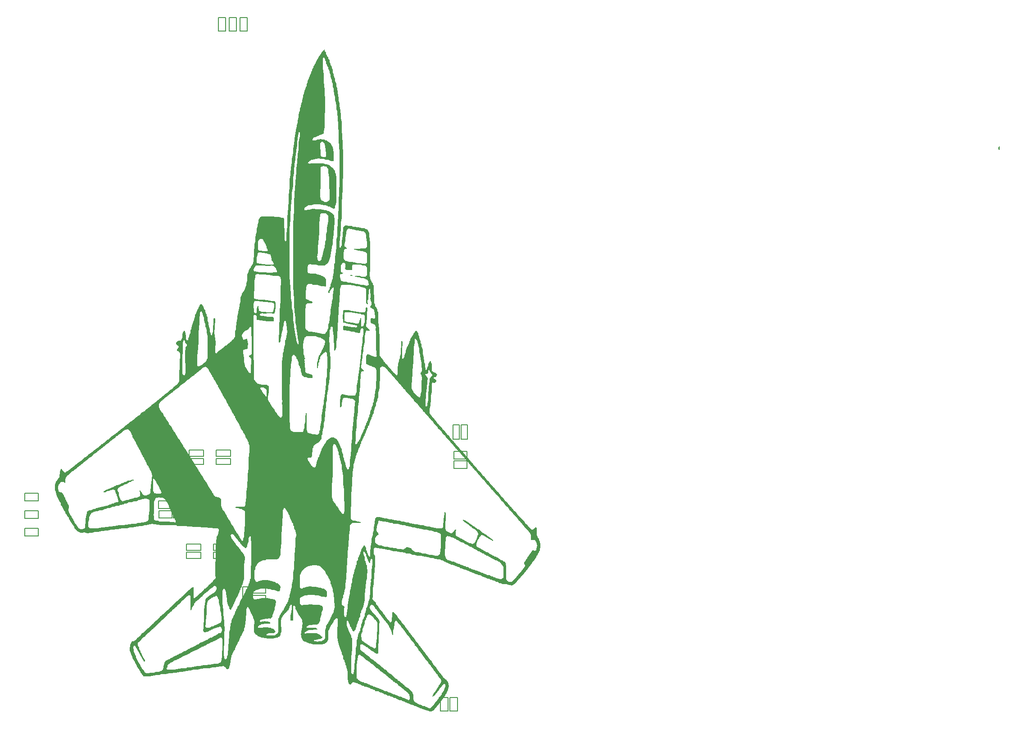
<source format=gbo>
%FSTAX23Y23*%
%MOIN*%
%SFA1B1*%

%IPPOS*%
%ADD17C,0.006000*%
%LNpch_mainboard-1*%
%LPD*%
G36*
X07255Y04468D02*
X07256Y04463D01*
X07257Y04449*
X07256Y04448*
X07255Y04442*
X07253Y0444*
X07249Y04442*
X07247Y04448*
X07248Y04463*
X07253Y04469*
X07255Y04468*
G37*
G36*
X02259Y05185D02*
X0226Y05179D01*
X02261Y05176*
X02263Y0517*
X02265Y05167*
X02269Y05162*
X02271Y05152*
X02274Y05147*
X02276Y05145*
X02277Y05143*
X02278Y05139*
X02281Y05135*
X02284Y05131*
X02286Y05125*
X02288Y05119*
X02292Y05112*
X02293Y05111*
X02295Y05105*
X02296Y05096*
X02298Y05092*
X02301Y05085*
X02303Y05078*
X02304Y05072*
X02306Y05069*
X02309Y05064*
X02311Y0506*
X02312Y05057*
X02313Y05048*
X02316Y05042*
X02318Y0504*
X0232Y05034*
X0232Y0503*
X02321Y05015*
X02323Y05011*
X02327Y05003*
X02328Y04997*
X0233Y04983*
X02332Y04976*
X02335Y0497*
X02337Y04963*
X02338Y04951*
X0234Y04946*
X02344Y04937*
X02345Y04934*
X02346Y04925*
X02348Y04913*
X02351Y04906*
X02353Y04899*
X02354Y04893*
X02355Y04871*
X02356Y04869*
X02358Y04858*
X02359Y04854*
X0236Y0485*
X0236Y04846*
X02361Y04839*
X02362Y04831*
X02363Y04816*
X02364Y04809*
X02368Y04796*
X02369Y04792*
X0237Y04783*
X0237Y04777*
X02371Y04761*
X02372Y04757*
X02374Y04745*
X02375Y04738*
X02377Y04733*
X02378Y04721*
X02379Y0471*
X02381Y04684*
X02381Y04676*
X02384Y04663*
X02385Y04651*
X02386Y04639*
X02387Y04633*
X02388Y04593*
X02389Y04543*
X0239Y0454*
X02391Y04517*
X02392Y04515*
X02393Y04483*
X02394Y04465*
X02395Y04426*
X02395Y04231*
X02394Y04229*
X02393Y04163*
X02392Y0416*
X02392Y04128*
X02391Y04125*
X02389Y04089*
X02388Y04057*
X02388Y03992*
X02387Y03963*
X02386Y03947*
X02385Y03935*
X02383Y03917*
X02381Y03905*
X02381Y03896*
X0238Y03872*
X02379Y03843*
X02378Y03831*
X02377Y03823*
X02376Y03814*
X02375Y03807*
X02374Y03795*
X02373Y03791*
X02372Y03775*
X02371Y03763*
X0237Y03749*
X0237Y03743*
X02369Y03726*
X0237Y03722*
X02372Y03719*
X02377Y03718*
X0238Y03721*
X02381Y03726*
X02385Y03735*
X02386Y03738*
X02387Y03744*
X02388Y03753*
X02388Y03768*
X02389Y03779*
X0239Y03787*
X02391Y03793*
X02392Y03797*
X02393Y03809*
X02394Y03812*
X02396Y03854*
X02397Y03857*
X02398Y03867*
X02401Y03873*
X02405Y03878*
X02412Y0388*
X02449Y03879*
X02452Y03878*
X02459Y03877*
X02466Y03874*
X0247Y03873*
X02475Y03872*
X02483Y03871*
X02507Y03869*
X02512Y03868*
X02519Y03866*
X02524Y03865*
X02527Y03864*
X02533Y03863*
X02545Y03862*
X02555Y03861*
X02558Y0386*
X02564Y03856*
X02575Y03852*
X02579Y03848*
X02581Y03844*
X02583Y03838*
X02586Y03834*
X02588Y0383*
X02589Y03827*
X0259Y03818*
X02591Y03792*
X02592Y0379*
X02593Y03775*
X02593Y03772*
X02595Y03758*
X02596Y03746*
X02597Y03731*
X02597Y03679*
X02598Y03644*
X02597Y03641*
X02596Y03561*
X02595Y03558*
X02594Y03519*
X02593Y03509*
X02594Y03506*
X02596Y03501*
X02597Y03498*
X02597Y03493*
X026Y03479*
X02601Y03477*
X02602Y03475*
X02606Y03472*
X02607Y03467*
X02608Y03464*
X02612Y03459*
X02615Y03454*
X02615Y03451*
X02616Y03446*
X0262Y03441*
X02622Y03437*
X02623Y03433*
X02624Y03417*
X02625Y03318*
X02626Y03316*
X02627Y03307*
X0263Y033*
X02632Y03294*
X02633Y03286*
X02637Y03281*
X02639Y03279*
X02642Y03272*
X02646Y03267*
X02647Y03266*
X02649Y03261*
X0265Y03252*
X02651Y03247*
X02655Y03237*
X02656Y03233*
X02657Y03225*
X02658Y03176*
X02659Y03137*
X0266Y03135*
X02662Y03121*
X02662Y03111*
X02663Y03101*
X02664Y03089*
X02665Y03069*
X02666Y03024*
X02667Y0292*
X02668Y02917*
X02673Y02911*
X02675Y02905*
X02677Y02902*
X02678Y02901*
X0268Y029*
X02681Y02899*
X02682Y02897*
X02688Y02891*
X02689Y02891*
X0269Y02889*
X02692Y02885*
X02695Y02878*
X02698Y02876*
X02701Y0287*
X02705Y02867*
X02706Y02866*
X02708Y02864*
X02709Y02863*
X02711Y0286*
X02712Y02859*
X02718Y02854*
X02719Y02852*
X0272Y02851*
X02722Y0285*
X02723Y02849*
X02729Y02839*
X02732Y02835*
X02733Y02834*
X02735Y02832*
X02736Y0283*
X02739Y02827*
X02741Y02826*
X02742Y02824*
X02744Y02824*
X02749Y02819*
X0275Y02817*
X02752Y02815*
X02752Y02813*
X02757Y02809*
X02758Y02807*
X02762Y02801*
X02767Y02796*
X02768Y02794*
X0277Y02793*
X02771Y02792*
X02773Y0279*
X02774Y0279*
X02775Y02788*
X02784Y02779*
X02785Y02777*
X02788Y02774*
X02795Y02773*
X02798Y02775*
X028Y02781*
X02801Y02827*
X02802Y02849*
X02802Y02855*
X02804Y02859*
X02806Y02864*
X02808Y0287*
X02809Y02874*
X02809Y02883*
X0281Y02886*
X02813Y02892*
X02814Y02893*
X02816Y02899*
X02817Y02906*
X0282Y02924*
X02822Y02929*
X02823Y02933*
X02824Y02944*
X02825Y03003*
X02826Y03018*
X02827Y03024*
X02829Y03026*
X02833Y03025*
X02835Y0302*
X02834Y02953*
X02833Y0295*
X02833Y02907*
X02834Y02899*
X02837Y02895*
X02842Y02895*
X02844Y02898*
X02849Y02909*
X02851Y02915*
X02852Y02924*
X02853Y02928*
X02857Y02935*
X02859Y02942*
X0286Y0295*
X02861Y02958*
X02864Y02963*
X02867Y02971*
X02868Y02974*
X0287Y0298*
X02874Y02987*
X02875Y02991*
X02877Y02997*
X02881Y03003*
X02882Y03005*
X02885Y03014*
X02886Y0302*
X02888Y03025*
X02889Y03026*
X0289Y03028*
X02892Y03032*
X02893Y03036*
X02894Y03041*
X02896Y03044*
X02898Y03047*
X02899Y03049*
X02902Y03055*
X02903Y03059*
X02909Y03064*
X02913Y03072*
X02917Y03076*
X02918Y0308*
X02923Y03088*
X02926Y03092*
X02927Y03093*
X02931Y03098*
X02937Y03101*
X02941Y031*
X02943Y03098*
X02946Y03093*
X02949Y03089*
X02952Y03083*
X02953Y03077*
X02954Y0307*
X0296Y03059*
X02961Y03047*
X02963Y03042*
X02967Y03033*
X02969Y03027*
X0297Y0302*
X02971Y03016*
X02971Y03012*
X02976Y03001*
X02977Y02995*
X02978Y02986*
X02979Y02983*
X0298Y02978*
X02982Y02974*
X02984Y02968*
X02985Y02964*
X02986Y02956*
X02987Y02934*
X02988Y02929*
X02989Y02925*
X0299Y02921*
X02991Y02917*
X02993Y02906*
X02994Y02903*
X02995Y02879*
X02996Y02872*
X02997Y02868*
X03Y02861*
X03002Y02854*
X03003Y0284*
X03005Y02818*
X03006Y02815*
X03007Y02813*
X03011Y02811*
X03015Y02814*
X03018Y02817*
X0302Y02827*
X03021Y02831*
X03026Y02842*
X03028Y02855*
X03029Y02862*
X03035Y0287*
X03039Y02877*
X03042Y02878*
X03046Y02875*
X03047Y02869*
X0305Y0286*
X03052Y02856*
X03053Y02844*
X03054Y0283*
X03054Y02804*
X03057Y02802*
X03066Y02796*
X03072Y02793*
X03081Y02791*
X03084Y02788*
X03087Y02785*
X03088Y02784*
X03091Y0278*
X03092Y02777*
X03091Y02772*
X03087Y02764*
X03084Y0276*
X0308Y02759*
X03071Y02759*
X03066Y02755*
X03067Y02751*
X03072Y02746*
X03073Y02744*
X03079Y0274*
X03081Y02739*
X03085Y02735*
X03086Y02729*
X03082Y02723*
X03079Y0272*
X03079Y02719*
X03077Y02718*
X03072Y02716*
X03058Y02717*
X03055Y02714*
X03054Y02711*
X03054Y02705*
X03053Y0265*
X03052Y02647*
X03051Y02636*
X0305Y02633*
X03048Y02627*
X03047Y02619*
X03047Y02612*
X03046Y02601*
X03045Y02587*
X03044Y02555*
X03043Y02553*
X03042Y02544*
X03041Y0254*
X03039Y02535*
X03038Y02523*
X03037Y02511*
X03036Y02498*
X03038Y0249*
X03039Y02489*
X0304Y02487*
X03043Y02484*
X03048Y02475*
X03053Y0247*
X03054Y02468*
X03057Y02464*
X03061Y0246*
X03064Y02455*
X03069Y0245*
X03072Y02446*
X03076Y02441*
X03087Y0243*
X03088Y02428*
X0309Y02426*
X0309Y02424*
X03094Y02421*
X03098Y02413*
X03101Y02411*
X03102Y0241*
X03103Y02409*
X03104Y02407*
X03105Y02405*
X03108Y02403*
X03115Y02396*
X03117Y02395*
X0312Y02392*
X03125Y02384*
X03129Y02378*
X03132Y02372*
X03134Y02371*
X03136Y02369*
X03138Y02368*
X03139Y02367*
X03144Y02362*
X03145Y02361*
X03154Y02352*
X03159Y02343*
X03162Y0234*
X03162Y02338*
X03172Y02328*
X03174Y02327*
X03179Y02324*
X03182Y02319*
X03187Y02314*
X03188Y0231*
X0319Y02306*
X03197Y023*
X03198Y02298*
X03201Y02295*
X03202Y02294*
X03206Y0229*
X03207Y02288*
X0321Y02285*
X03212Y02285*
X03212Y02283*
X03214Y02281*
X03215Y0228*
X03221Y02273*
X03225Y02267*
X0323Y02262*
X03231Y0226*
X03232Y02259*
X03234Y02258*
X03237Y02255*
X03238Y02253*
X0324Y02252*
X03241Y0225*
X03247Y02244*
X03248Y02242*
X03252Y02237*
X03256Y02232*
X03257Y0223*
X03264Y02223*
X03267Y02219*
X0327Y02217*
X03271Y02216*
X03272Y02214*
X03276Y02209*
X03278Y02208*
X03279Y02206*
X03285Y022*
X03287Y02199*
X03288Y02198*
X03291Y02194*
X03295Y02189*
X03296Y02187*
X03302Y02179*
X03305Y02175*
X03306Y02173*
X03308Y02172*
X03309Y0217*
X0331Y02169*
X03318Y02162*
X0332Y02161*
X03322Y02158*
X03323Y02157*
X03327Y02152*
X0333Y02149*
X03334Y02143*
X03339Y02137*
X0334Y02136*
X03343Y02133*
X03345Y02132*
X03347Y02129*
X03348Y02128*
X03352Y02123*
X03355Y0212*
X03356Y02118*
X03359Y02112*
X03365Y02106*
X03366Y02104*
X0337Y021*
X03372Y02099*
X03378Y02093*
X0338Y02092*
X03381Y02091*
X03382Y02089*
X03388Y02081*
X03392Y02075*
X03393Y02073*
X03394Y02072*
X034Y02066*
X03402Y02065*
X03408Y02059*
X0341Y02058*
X03414Y02054*
X03416Y0205*
X03419Y02045*
X03421Y02043*
X03422Y02041*
X03427Y02035*
X03429Y02032*
X03431Y02032*
X03434Y02029*
X03434Y02027*
X03436Y02026*
X03438Y02025*
X03439Y02024*
X03442Y02022*
X03442Y0202*
X03446Y02017*
X03447Y02016*
X03451Y02009*
X03452Y02007*
X03455Y02005*
X03456Y02003*
X03457Y02001*
X03458Y02*
X03467Y0199*
X03469Y01989*
X03472Y01987*
X03473Y01986*
X03475Y01984*
X03476Y01982*
X03482Y01976*
X03484Y0197*
X03485Y01969*
X03486Y01967*
X03489Y01965*
X03491Y01964*
X03492Y01962*
X03496Y01957*
X03498Y01956*
X035Y01954*
X03501Y01952*
X03505Y01948*
X03507Y01948*
X03507Y01946*
X03511Y01941*
X03516Y01937*
X0352Y01931*
X03523Y01928*
X03524Y01926*
X03529Y01921*
X0353Y01921*
X03531Y01919*
X03534Y01916*
X03535Y01914*
X03536Y01913*
X03537Y01911*
X0354Y01908*
X03542Y01907*
X0355Y01899*
X03551Y01897*
X03555Y01892*
X03557Y0189*
X03561Y01884*
X03567Y01878*
X03568Y01876*
X03571Y01873*
X03573Y01872*
X03581Y01864*
X03582Y01863*
X03584Y01862*
X03587Y01856*
X0359Y01853*
X03591Y01851*
X03594Y01845*
X03601Y01838*
X03603Y01838*
X03608Y01832*
X0361Y01831*
X03611Y0183*
X03613Y01829*
X03616Y01826*
X03618Y01821*
X03621Y01817*
X03625Y01813*
X03629Y01806*
X03634Y01802*
X03638Y01798*
X0364Y01797*
X03643Y01794*
X03644Y01792*
X03651Y01786*
X03655Y01778*
X03657Y01777*
X03658Y01775*
X0366Y01772*
X03661Y0177*
X03667Y01765*
X03669Y01764*
X0367Y01762*
X03672Y01761*
X03676Y01757*
X03677Y01755*
X03679Y01754*
X03679Y01752*
X03684Y01748*
X03688Y0174*
X03691Y01737*
X03694Y01735*
X03694Y01734*
X03699Y01729*
X03701Y01728*
X03703Y01726*
X03704Y01724*
X03711Y01717*
X03712Y01715*
X03718Y01709*
X03719Y01707*
X03723Y01702*
X03732Y01694*
X03733Y01693*
X03736Y0169*
X0374Y01685*
X03744Y01681*
X03744Y01679*
X03751Y01673*
X03751Y01671*
X03754Y01669*
X03755Y01667*
X03762Y0166*
X03763Y01658*
X0377Y01651*
X03771Y01649*
X03775Y01645*
X03777Y01644*
X0378Y01639*
X03782Y01637*
X03784Y01637*
X03787Y01633*
X03788Y01631*
X0379Y0163*
X03791Y01629*
X03796Y01627*
X03801Y01628*
X03806Y01632*
X03807Y01634*
X03809Y01635*
X03811Y01637*
X03813Y01637*
X03817Y01642*
X03818Y01644*
X0382Y01645*
X03824Y01647*
X03827Y01646*
X03829Y01641*
X0383Y01587*
X03833Y01581*
X03835Y01579*
X03837Y01573*
X03839Y01567*
X0384Y01566*
X03841Y01565*
X03842Y01564*
X03843Y01562*
X03845Y01561*
X03846Y01554*
X03851Y01546*
X03853Y0154*
X03854Y01533*
X03855Y01525*
X03856Y01522*
X03857Y01516*
X03856Y01497*
X03855Y01495*
X03854Y01489*
X03853Y01475*
X03849Y0147*
X03847Y01467*
X03845Y01462*
X03841Y01454*
X03839Y01453*
X03838Y01448*
X03835Y01443*
X03833Y01439*
X03831Y01438*
X0383Y01436*
X03825Y01426*
X03822Y01423*
X03821Y01419*
X0382Y01414*
X03817Y01409*
X03815Y01408*
X03814Y01407*
X03813Y01405*
X03809Y014*
X03805Y01396*
X03804Y01395*
X038Y0139*
X03798Y01388*
X03797Y01386*
X03792Y01376*
X03788Y01373*
X03784Y01365*
X0378Y0136*
X03779Y01359*
X03777Y01357*
X03776Y01355*
X03771Y0135*
X0377Y01348*
X03766Y01343*
X03763Y0134*
X03762Y01338*
X03758Y01332*
X03755Y0133*
X03749Y01321*
X03746Y01318*
X03745Y01317*
X03744Y01315*
X03743Y01313*
X03737Y01307*
X03736Y01305*
X03732Y013*
X0373Y01299*
X03727Y01296*
X03726Y01295*
X0372Y01288*
X03719Y01287*
X03713Y01279*
X03711Y01277*
X0371Y01275*
X03706Y0127*
X03704Y01268*
X03702Y01267*
X037Y01265*
X03698Y01264*
X03695Y01261*
X03694Y01259*
X03689Y01254*
X03688Y01252*
X03684Y01245*
X03682Y01241*
X0368Y01241*
X03678Y01238*
X03677Y01237*
X03673Y01233*
X03671Y01232*
X03666Y01228*
X03663Y01225*
X03657Y01221*
X03654Y01219*
X0365Y01217*
X03647Y01216*
X03631Y01217*
X03628Y01218*
X03617Y01223*
X03608Y01224*
X03586Y01225*
X03575Y01226*
X03564Y01231*
X03558Y01232*
X03554Y01233*
X0355Y01234*
X03539Y0124*
X03535Y01241*
X03529Y01242*
X03525Y01245*
X03519Y01248*
X03514Y0125*
X0351Y01251*
X03499Y01256*
X03492Y01258*
X03487Y01259*
X03478Y01264*
X03474Y01265*
X03468Y01266*
X0346Y01267*
X03452Y01273*
X03446Y01275*
X03442Y01276*
X03436Y01279*
X03428Y01283*
X03423Y01284*
X03417Y01288*
X03409Y01292*
X034Y01292*
X03387Y01299*
X03383Y01299*
X03372Y01301*
X03366Y01306*
X03361Y01307*
X03358Y01308*
X03351Y01311*
X03348Y01313*
X03346Y01314*
X03342Y01316*
X03333Y01318*
X03331Y0132*
X03329Y01321*
X03327Y01323*
X03321Y01325*
X03317Y01326*
X03312Y01327*
X03301Y01332*
X03297Y01333*
X03291Y01334*
X03287Y01335*
X03281Y01338*
X03273Y01342*
X03267Y01343*
X03264Y01344*
X03261Y01347*
X03259Y01348*
X03253Y0135*
X03248Y01351*
X03242Y01355*
X03234Y01358*
X0323Y01359*
X03225Y0136*
X03216Y01365*
X03208Y01367*
X03198Y01368*
X03187Y01375*
X03178Y01377*
X03171Y01381*
X03165Y01384*
X0316Y01385*
X03155Y01388*
X03151Y01392*
X03147Y01393*
X03142Y01395*
X03138Y01398*
X03136Y01399*
X03132Y014*
X03129Y01401*
X03123Y01403*
X03112Y01407*
X03097Y01409*
X03086Y0141*
X03082Y01412*
X03068Y01416*
X03065Y01417*
X03056Y01418*
X03044Y01419*
X0304Y01421*
X03034Y01423*
X03027Y01425*
X03023Y01426*
X03007Y01427*
X03003Y01428*
X02996Y01429*
X02989Y01431*
X02983Y01433*
X02977Y01434*
X02955Y01435*
X02946Y01435*
X02935Y01439*
X02928Y01442*
X02924Y01443*
X02913Y01443*
X02903Y01445*
X02895Y01448*
X02889Y0145*
X02878Y01451*
X02863Y01453*
X02853Y01457*
X02847Y01459*
X02835Y0146*
X02825Y01461*
X02822Y01462*
X02815Y01463*
X02811Y01464*
X02804Y01466*
X02791Y01468*
X02766Y01469*
X02763Y0147*
X02759Y01472*
X02751Y01475*
X02739Y01477*
X02726Y01478*
X02712Y01482*
X02712*
X02709Y01483*
X02705Y01484*
X02693Y01486*
X0268Y01487*
X02675Y01488*
X02671Y01489*
X02661Y01493*
X02655Y01493*
X02632Y01494*
X02626Y01491*
X02624Y01486*
X02624Y01448*
X02625Y01445*
X02628Y01442*
X02629Y01441*
X0263Y01439*
X02632Y01435*
X02633Y01432*
X02634Y01423*
X02633Y01417*
X02632Y0136*
X02631Y01333*
X0263Y0133*
X02629Y01312*
X02628Y01305*
X02627Y01299*
X02626Y01295*
X02626Y01287*
X02625Y01275*
X02624Y01246*
X02622Y01228*
X02622Y01225*
X02621Y01208*
X0262Y01205*
X02617Y01194*
X02615Y01177*
X02616Y01141*
X02615Y01129*
X02614Y01125*
X02614Y01117*
X02618Y01109*
X02623Y01104*
X02624Y01102*
X02626Y01099*
X02628Y01098*
X02637Y0109*
X02639Y01089*
X02641Y01087*
X02641Y01083*
X02641Y01077*
X02644Y01073*
X02646Y01072*
X02649Y01069*
X0265Y01067*
X02654Y01063*
X02655Y01062*
X02658Y01058*
X0266Y01052*
X02664Y01048*
X02665Y01043*
X02666Y01042*
X02669Y01038*
X02671Y01037*
X02673Y01035*
X02674Y01033*
X02677Y0103*
X02679Y01029*
X02682Y01026*
X02686Y0102*
X02689Y01016*
X02692Y01008*
X02697Y01003*
X02698Y01001*
X02702Y00997*
X02707Y00993*
X02709Y00988*
X02709Y00986*
X02713Y00982*
X02716Y00979*
X02716Y00978*
X0272Y00973*
X02724Y00969*
X02727Y00964*
X02733Y00958*
X02737Y00952*
X02739Y0095*
X0274Y00948*
X02744Y00943*
X02748Y00941*
X02752Y00944*
X02755Y0095*
X02757Y00961*
X02758Y00967*
X02759Y00986*
X02759Y01004*
X0276Y01007*
X02762Y01017*
X02763Y01018*
X0277Y01018*
X02774Y01014*
X02779Y01007*
X02792Y00994*
X02795Y00988*
X02798Y00986*
X02799Y00984*
X02804Y00974*
X02806Y00973*
X02807Y00972*
X02809Y00971*
X02809Y00969*
X02815Y00963*
X02817Y00962*
X02821Y00957*
X02824Y00954*
X02826Y0095*
X02831Y00942*
X02833Y00939*
X02837Y00933*
X0284Y0093*
X02842Y00929*
X02843Y00928*
X02844Y00926*
X0285Y0092*
X02852Y00915*
X02856Y00907*
X02858Y00906*
X02859Y00904*
X02865Y00896*
X02868Y00893*
X02869Y00892*
X02874Y00887*
X02874Y00885*
X02876Y00884*
X02879Y00879*
X02883Y00875*
X02888Y00865*
X02892Y00862*
X02893Y0086*
X02897Y00854*
X02901Y0085*
X02902Y00849*
X02906Y00843*
X02907Y00842*
X02908Y00841*
X0291Y00839*
X0291Y00837*
X02917Y0083*
X02922Y00822*
X02924Y0082*
X02925Y00818*
X0293Y0081*
X02933Y00806*
X02934Y00805*
X02943Y00796*
X02944Y00794*
X02949Y00789*
X0295Y00787*
X02956Y00776*
X02959Y00773*
X02962Y00767*
X0297Y00759*
X02971Y00757*
X02976Y00752*
X0298Y00746*
X02984Y00741*
X02989Y00732*
X02993Y00728*
X02994Y00727*
X02998Y0072*
X03002Y00717*
X03003Y00715*
X03007Y00709*
X03008Y00709*
X0301Y00707*
X03011Y00705*
X03014Y00701*
X03018Y00697*
X03023Y00689*
X03025Y00686*
X03031Y00677*
X03035Y00672*
X03036Y0067*
X0304Y00666*
X03044Y00662*
X03045Y0066*
X03047Y00658*
X03049Y00657*
X03052Y00654*
X03053Y0065*
X03057Y00642*
X0306Y0064*
X03064Y00632*
X03071Y00625*
X03072Y00623*
X03078Y00617*
X03082Y00611*
X03083Y00609*
X03085Y00608*
X03091Y00597*
X03095Y00593*
X03098Y00587*
X03103Y00583*
X03104Y00581*
X03108Y00575*
X03111Y00573*
X03111Y00571*
X03115Y00565*
X03117Y00565*
X03119Y00562*
X03124Y00554*
X03126Y00553*
X03126Y00551*
X03132Y00541*
X03133Y0054*
X03135Y00539*
X03137Y00536*
X0314Y00532*
X03142Y00531*
X03145Y00528*
X03147Y00527*
X03153Y00523*
X03158Y00519*
X03163Y00514*
X03164Y00512*
X03168Y00508*
X0317Y00505*
X03173Y00497*
X03178Y00486*
X03179Y00469*
X03178Y00463*
X03177Y00456*
X03174Y00447*
X03172Y0044*
X03171Y00435*
X03167Y00429*
X03164Y00426*
X03163Y00421*
X03162Y00418*
X03158Y00411*
X03153Y004*
X03147Y00393*
X03146Y00391*
X03142Y00386*
X0314Y00384*
X03135Y00376*
X03131Y00372*
X03126Y00364*
X03122Y0036*
X03118Y00353*
X03115Y00349*
X03113Y00347*
X03112Y00346*
X03108Y00341*
X03105Y00338*
X03104Y00336*
X03101Y00332*
X031Y00331*
X03098Y00329*
X03097Y00329*
X03096Y00327*
X03094Y00325*
X03093Y00324*
X03091Y00321*
X0309Y00321*
X03089Y00319*
X03085Y00313*
X03081Y00308*
X03079Y00306*
X03078Y00304*
X03074Y00299*
X03069Y00295*
X03066Y00293*
X03062Y00289*
X03052Y00284*
X03051Y00281*
X03035Y0028*
X03033Y00283*
X03032Y00285*
X0303Y00285*
X03026Y00287*
X03022Y00288*
X03016Y00289*
X03009Y00291*
X02998Y00296*
X02992Y00297*
X02986Y00298*
X02979Y00303*
X02974Y00305*
X02968Y00306*
X02962Y00308*
X02958Y00312*
X02954Y00313*
X02948Y00315*
X02944Y00317*
X02942Y00318*
X02941Y00319*
X02935Y00321*
X02931Y00322*
X02926Y00323*
X02918Y00328*
X02913Y00329*
X0291Y0033*
X02899Y00331*
X02893Y00335*
X02891Y00337*
X02877Y00342*
X0287Y00346*
X02865Y00347*
X02861Y00348*
X02854Y00353*
X02853Y00354*
X02847Y00356*
X02843Y00357*
X02838Y00358*
X02827Y00364*
X02813Y00366*
X028Y00372*
X02792Y00375*
X02789Y00378*
X02784Y0038*
X02781Y00381*
X02773Y00383*
X02764Y00389*
X02758Y0039*
X02754Y00391*
X0275Y00393*
X02745Y00395*
X02741Y00397*
X02727Y00399*
X0272Y00404*
X02716Y00406*
X0271Y00407*
X02704Y00409*
X02701Y00411*
X02699Y00413*
X02695Y00414*
X02687Y00418*
X0268Y00421*
X02673Y00423*
X02666Y00425*
X02655Y0043*
X02652Y00431*
X02643Y00432*
X02638Y00433*
X02633Y00436*
X02632Y00438*
X02627Y0044*
X02622Y00441*
X02615Y00446*
X0261Y00448*
X02602Y00449*
X02599Y0045*
X02594Y00454*
X0259Y00457*
X02583Y00457*
X02575Y00461*
X02566Y00464*
X0256Y00465*
X02556Y00466*
X02548Y00471*
X02542Y00473*
X02533Y00475*
X02529Y00479*
X02527Y0048*
X02523Y00482*
X02514Y00484*
X02511Y00486*
X02506Y00489*
X02499Y00491*
X02493Y00492*
X02488Y00494*
X02484Y00496*
X02478Y00498*
X02467Y00497*
X0246Y0049*
X02458Y00489*
X02456Y00487*
X02455Y00485*
X02453Y00483*
X02446Y00482*
X0244Y00486*
X02438Y00491*
X02437Y00495*
X02433Y00506*
X02432Y0051*
X02431Y00521*
X0243Y0053*
X02429Y00577*
X02428Y00586*
X02427Y0059*
X02422Y00602*
X02421Y00611*
X02421Y00614*
X02419Y00619*
X02414Y00628*
X02414Y00632*
X02412Y00638*
X02406Y00651*
X02405Y00657*
X02402Y00664*
X02398Y0067*
X02396Y00681*
X02395Y0069*
X02389Y00703*
X02388Y0071*
X02387Y00716*
X02386Y00719*
X0238Y0073*
X02379Y00736*
X02376Y00743*
X02374Y00747*
X02372Y00751*
X02371Y00757*
X0237Y00763*
X02368Y00767*
X02366Y0077*
X02363Y00777*
X02363Y0078*
X02361Y00795*
X02359Y00802*
X02357Y00803*
X02356Y00809*
X02355Y00815*
X02354Y00829*
X02353Y00851*
X02354Y00854*
X02355Y00959*
X02356Y00965*
X02355Y00968*
X02352Y00972*
X02348Y00974*
X02342Y0097*
X02337Y00965*
X02336Y00964*
X0233Y00957*
X02328Y00952*
X02326Y00947*
X02322Y00943*
X0232Y00939*
X02318Y00933*
X02313Y00928*
X02308Y0092*
X02306Y00918*
X02304Y00914*
X02303Y0091*
X02301Y00906*
X02297Y00901*
X02295Y00895*
X02294Y00889*
X0229Y00884*
X02288Y0088*
X02287Y00877*
X02286Y00867*
X02287Y00864*
X02286Y00814*
X02282Y00806*
X0228Y00805*
X02279Y00803*
X02276Y00797*
X02274Y00795*
X02273Y00795*
X02265Y00787*
X02259Y00785*
X02255Y00783*
X02247Y0078*
X02244Y00779*
X02228Y00777*
X02193Y00777*
X0219Y00778*
X02172Y00779*
X02169Y0078*
X02163Y00782*
X02158Y00784*
X02148Y00786*
X0214Y00787*
X02136Y0079*
X02131Y00793*
X02125Y00795*
X02119Y00797*
X02118Y00798*
X02116Y00799*
X02108Y00803*
X02104Y00804*
X02102Y00806*
X02098Y00813*
X02094Y00819*
X02091Y00827*
X02087Y00832*
X02085Y00838*
X02084Y00857*
X02085Y0086*
X02086Y00874*
X02087Y00877*
X02089Y00886*
X0209Y0089*
X02091Y00893*
X02092Y00902*
X02093Y00908*
X02095Y00942*
X02094Y00944*
X02093Y00956*
X02092Y00961*
X02089Y00965*
X02085Y00971*
X02083Y00976*
X0208Y00981*
X02078Y00983*
X02076Y00987*
X02074Y00993*
X02068Y00999*
X02064Y01007*
X0206Y01013*
X02058Y01018*
X02056Y01021*
X02052Y01025*
X0205Y01031*
X02044Y01042*
X02043Y01045*
X02042Y01059*
X0204Y01062*
X02038Y01064*
X02035Y01065*
X02029Y01064*
X02026Y01062*
X02025Y01056*
X02026Y01042*
X02027Y0097*
X02026Y00967*
X02025Y00957*
X02022Y00954*
X02016Y00954*
X02011Y00955*
X02006Y00958*
X02007Y00977*
X02008Y00994*
X02009Y01002*
X02012Y01018*
X02013Y01022*
X02014Y01027*
X02016Y01034*
X02017Y01051*
X02018Y01057*
X02017Y01068*
X02015Y0107*
X02012Y01071*
X02008Y0107*
X02006Y01068*
X02005Y01066*
X02001Y01062*
X02Y01056*
X01999Y01051*
X01998Y01047*
X01992Y01036*
X01989Y01032*
X01988Y01031*
X01986Y0103*
X01982Y01026*
X01982Y01024*
X01979Y01022*
X01978Y01021*
X01975Y01018*
X01974Y01016*
X01971Y01013*
X01969Y01012*
X01967Y0101*
X01966Y01008*
X01963Y01004*
X01961Y01004*
X0196Y01002*
X01959Y01*
X01955Y00995*
X01953Y00994*
X01951Y00992*
X01949Y00987*
X01946Y00981*
X01943Y00979*
X01941Y00972*
X0194Y00964*
X01938Y00957*
X01937Y0095*
X01936Y00932*
X01937Y00929*
X01938Y00911*
X01939Y00908*
X01939Y00889*
X01939Y00871*
X01938Y00869*
X01936Y00864*
X01933Y00858*
X01932Y00849*
X01931Y00846*
X01927Y00841*
X01925Y00838*
X01922Y00836*
X01921Y00835*
X01914Y00831*
X01909Y00829*
X01903Y00828*
X01896Y00827*
X01892Y00826*
X01885Y00824*
X01881Y00823*
X01859Y00822*
X01834Y00823*
X01831Y00824*
X01825Y00825*
X01821Y00826*
X01802Y00828*
X01797Y00829*
X01788Y00833*
X01783Y00834*
X01777Y00836*
X0177Y00837*
X01767Y00839*
X01763Y00843*
X01762Y00844*
X01756Y00848*
X01752Y00852*
X0175Y00853*
X01746Y00856*
X01745Y00858*
X0174Y00864*
X01738Y0087*
X01738Y00901*
X01738Y00904*
X01739Y00952*
X01738Y00961*
X01736Y00965*
X01735Y00966*
X01734Y00968*
X0173Y00976*
X01729Y00982*
X01727Y00987*
X01725Y00989*
X01723Y00995*
X0172Y01002*
X01716Y01007*
X01714Y01012*
X01712Y01018*
X01709Y01022*
X01706Y01028*
X01705Y01033*
X01704Y01037*
X01699Y01044*
X01698Y01048*
X01696Y01052*
X01694Y01054*
X01691Y01055*
X01686Y01054*
X01685Y01052*
X01682Y01046*
X01681Y01043*
X0168Y01034*
X0168Y01007*
X01678Y00973*
X01676Y00955*
X01674Y00945*
X01673Y00938*
X01672Y00928*
X01671Y00919*
X0167Y00912*
X01669Y00908*
X01668Y00903*
X01666Y009*
X01664Y00893*
X01663Y0089*
X01662Y00882*
X0166Y00878*
X01656Y00872*
X01653Y00864*
X01651Y00861*
X01649Y00859*
X01646Y00853*
X01645Y00848*
X01644Y00845*
X01642Y00843*
X01641Y00842*
X01637Y00834*
X01635Y00828*
X01634Y00827*
X01633Y00825*
X0163Y00819*
X0163Y00815*
X01628Y00809*
X01627Y00806*
X01623Y00801*
X01621Y00797*
X01617Y00791*
X01615Y00789*
X01615Y00787*
X01613Y00783*
X0161Y00774*
X01607Y00771*
X01606Y0077*
X01603Y00763*
X01599Y00756*
X01596Y00749*
X01595Y00741*
X01591Y00734*
X01588Y00732*
X01587Y00727*
X01583Y00721*
X01579Y00716*
X01578Y0071*
X01576Y00706*
X01574Y00703*
X01572Y00701*
X01571Y00697*
X01569Y00684*
X01568Y00681*
X01567Y00674*
X01565Y00669*
X01564Y00663*
X01563Y00657*
X01562Y00648*
X01561Y00632*
X01555Y00619*
X01554Y00615*
X01553Y00609*
X01552Y00604*
X01545Y00598*
X01544Y00596*
X01542Y00594*
X01536Y00594*
X01531Y00599*
X0153Y00601*
X01529Y00603*
X01526Y00607*
X01522Y00611*
X01521Y00612*
X0152Y00613*
X01518Y00616*
X01511Y00617*
X01497Y00616*
X01494Y00616*
X01483Y00615*
X01481Y00614*
X01471Y00612*
X01468Y00611*
X01464Y0061*
X01446Y00609*
X01427Y00608*
X01425Y00607*
X01421Y00606*
X01415Y00605*
X01405Y00602*
X01393Y00601*
X0136Y006*
X01357Y00599*
X01345Y00598*
X01342Y00597*
X01336Y00596*
X01331Y00594*
X01325Y00594*
X01322Y00593*
X01288Y00591*
X01286Y0059*
X0128Y00589*
X01267Y00585*
X01261Y00584*
X01238Y00583*
X01236Y00582*
X0123Y00581*
X01226Y00579*
X01221Y00578*
X01217Y00577*
X01209Y00576*
X01202Y00575*
X01183Y00574*
X0118Y00573*
X01175Y00572*
X01169Y0057*
X01163Y00568*
X01157Y00567*
X01112Y00565*
X01106Y00564*
X01101Y00563*
X01095Y00561*
X01092Y0056*
X01083Y00559*
X01077Y00558*
X01052Y00558*
X0105Y00557*
X01043Y00555*
X01036Y00553*
X01031Y00551*
X01025Y00551*
X01016Y0055*
X00995Y00549*
X00993Y00548*
X00982Y00545*
X00976Y00544*
X0097Y00542*
X00959Y00541*
X00924Y00541*
X00921Y00542*
X00915Y00545*
X00912Y00551*
X0091Y00554*
X00907Y00556*
X00906Y00558*
X00901Y00568*
X00898Y0057*
X00896Y00575*
X00894Y0058*
X00893Y00582*
X00892Y00583*
X00889Y00586*
X00885Y00594*
X00881Y00598*
X00876Y00606*
X00873Y0061*
X00871Y00616*
X00869Y00623*
X00867Y00626*
X00866Y00627*
X00864Y00629*
X00862Y00635*
X0086Y00639*
X00856Y00643*
X00852Y00654*
X00851Y00655*
X0085Y00657*
X00847Y0066*
X00842Y00669*
X00839Y00672*
X00838Y00677*
X00837Y00683*
X00835Y00688*
X00832Y00693*
X0083Y00699*
X00828Y00706*
X00822Y0072*
X00821Y00723*
X00818Y00738*
X00817Y00742*
X00817Y00755*
X00817Y00757*
X00819Y00763*
X0082Y00768*
X00821Y00777*
X00823Y00781*
X00827Y00788*
X00829Y00794*
X00831Y00797*
X00835Y00801*
X00842Y00803*
X00845Y00803*
X00851Y00806*
X00853Y00808*
X00855Y00809*
X00862Y00813*
X00863Y00815*
X0087Y00822*
X00871Y00824*
X00872Y00826*
X00874Y00827*
X00882Y00833*
X00888Y00838*
X0089Y00838*
X00896Y00845*
X00897Y00847*
X00903Y00852*
X00903Y00854*
X00907Y0086*
X00909Y0086*
X00915Y00864*
X00919Y00867*
X00921Y00868*
X00927Y00872*
X00928Y00874*
X0093Y00876*
X00931Y00878*
X00937Y00884*
X00938Y00885*
X00943Y00893*
X00945Y00894*
X00953Y00898*
X00957Y00902*
X00958Y00903*
X00963Y00907*
X00964Y00908*
X0097Y00914*
X00971Y00916*
X00975Y00921*
X00982Y00928*
X00984Y00929*
X0099Y00933*
X00993Y00936*
X00994Y00937*
X01004Y00946*
X01004Y00948*
X01008Y00953*
X0101Y00954*
X01012Y00955*
X01019Y00962*
X01027Y00967*
X01038Y00978*
X01039Y00979*
X01044Y00987*
X01046Y00988*
X01053Y00995*
X01063Y01*
X01064Y01001*
X01065Y01003*
X01071Y01007*
X01072Y01009*
X01076Y01014*
X01085Y01023*
X01087Y01024*
X01089Y01026*
X0109Y01028*
X01095Y01031*
X01098Y01033*
X01106Y01042*
X01107Y01043*
X01113Y01049*
X01114Y0105*
X01115Y01051*
X01119Y01055*
X01121Y01056*
X01128Y01063*
X0113Y01064*
X01134Y01068*
X01142Y01076*
X01143Y01078*
X01144Y01079*
X01146Y0108*
X01155Y01089*
X01157Y0109*
X01164Y01097*
X01166Y01097*
X01167Y01099*
X01169Y011*
X01184Y01115*
X01186Y01116*
X01191Y01121*
X01193Y01122*
X01199Y01126*
X012Y01128*
X01201Y0113*
X01204Y01132*
X01208Y01136*
X01209Y01137*
X01221Y01149*
X01223Y0115*
X01224Y01151*
X01225Y01153*
X01227Y01155*
X01233Y01159*
X01241Y01167*
X01242Y01169*
X01247Y01174*
X01249Y01175*
X01251Y01177*
X01252Y01179*
X01253Y0118*
X01255Y01181*
X01263Y01189*
X01265Y0119*
X0127Y01194*
X01273Y01197*
X01274Y01198*
X01282Y01201*
X01286Y01202*
X01289Y012*
X0129Y01196*
X01291Y0119*
X0129Y01126*
X01292Y01123*
X01295Y01122*
X01301Y01123*
X01308Y0113*
X01316Y01134*
X0132Y0114*
X01325Y01144*
X01326Y01145*
X0133Y0115*
X01333Y01153*
X01333Y01155*
X01335Y01155*
X01338Y01158*
X01339Y01159*
X01345Y01164*
X01349Y01167*
X01352Y0117*
X01353Y01171*
X01354Y01172*
X01356Y01174*
X01358Y01175*
X0136Y01177*
X01361Y01179*
X01367Y01185*
X01368Y01187*
X01372Y01191*
X01376Y01193*
X01379Y01196*
X01381Y01197*
X01382Y01198*
X01387Y01201*
X01394Y01209*
X01395Y0121*
X014Y01216*
X01401Y01217*
X01405Y01222*
X0141Y01226*
X01412Y01227*
X01416Y0123*
X01418Y01231*
X01425Y01237*
X01429Y01242*
X01434Y01247*
X01438Y01255*
X01439Y01256*
X01441Y01257*
X01446Y01261*
X0145Y01265*
X0145Y01266*
X01452Y01271*
X01451Y01295*
X01452Y01487*
X01453Y01489*
X01454Y01518*
X01455Y0152*
X01456Y01532*
X01458Y0155*
X01459Y01559*
X0146Y0157*
X01461Y01578*
X01465Y01584*
X01468Y01587*
X0147Y01591*
X01471Y01595*
X01472Y01601*
X01474Y01609*
X01475Y01618*
X01476Y01621*
X01475Y01633*
X01473Y01635*
X01468Y01637*
X01465Y01637*
X01436Y01639*
X01423Y0164*
X01414Y0164*
X01407Y01641*
X01396Y01643*
X01392Y01644*
X01367Y01644*
X01319Y01647*
X01301Y01648*
X01285Y01649*
X01278Y0165*
X01267Y01651*
X0126Y01652*
X01224Y01654*
X01204Y01655*
X01189Y01655*
X01171Y01656*
X01167Y01657*
X01159Y0166*
X01156Y01661*
X01117Y01661*
X01074Y01662*
X01049Y01662*
X01041Y01663*
X01036Y01664*
X01024Y01666*
X01006Y01668*
X00994Y01669*
X00991Y0167*
X00964Y01669*
X00955Y01665*
X00951Y01664*
X00939Y01662*
X00925Y0166*
X00915Y01657*
X00911Y01656*
X00905Y01655*
X00898Y01655*
X00889Y01654*
X00875Y01653*
X0087Y01652*
X00867Y01651*
X00859Y01649*
X00856Y01648*
X00838Y01646*
X00832Y01645*
X00817Y01644*
X0081Y01643*
X00807Y01642*
X00797Y01639*
X00785Y01638*
X00782Y01637*
X0076Y01637*
X00743Y01636*
X00741Y01635*
X00733Y01633*
X00724Y01632*
X0071Y0163*
X00701Y01629*
X00685Y01628*
X00675Y01627*
X0067Y01626*
X00663Y01625*
X00658Y01623*
X00655Y01622*
X00646Y01622*
X0064Y01621*
X00617Y01619*
X00608Y01617*
X006Y01615*
X00597Y01614*
X0058Y01612*
X00563Y01611*
X00556Y0161*
X00551Y01609*
X00544Y01607*
X0054Y01606*
X00533Y01605*
X00525Y01604*
X00505Y01603*
X00491Y01604*
X00489Y01605*
X00483Y01607*
X00479Y01608*
X00462Y01606*
X00453Y01606*
X0045Y01607*
X00445Y01608*
X00432Y01615*
X00429Y01618*
X00426Y0162*
X00425Y01621*
X00424Y01623*
X0042Y01628*
X00416Y01632*
X00415Y01633*
X00408Y0164*
X00407Y01644*
X00405Y01651*
X004Y01657*
X00396Y01665*
X00392Y01669*
X00391Y01671*
X00386Y01677*
X00385Y01679*
X00384Y01681*
X00378Y01691*
X00376Y01693*
X00373Y01699*
X0037Y01705*
X00367Y01708*
X00365Y01714*
X00362Y0172*
X00358Y01724*
X00354Y01732*
X0035Y01737*
X00346Y01744*
X00342Y01748*
X00342Y01749*
X00341Y01752*
X0034Y01755*
X00339Y0176*
X00336Y01763*
X00335Y01765*
X00334Y01767*
X00331Y01773*
X00328Y01779*
X00325Y01782*
X00323Y01786*
X00321Y01792*
X00319Y01795*
X00316Y01798*
X00312Y01806*
X00308Y01809*
X00306Y01813*
X00305Y01825*
X00299Y01834*
X00297Y01838*
X00296Y01843*
X00293Y01846*
X00292Y01848*
X0029Y01852*
X00288Y01859*
X00285Y01863*
X00283Y01866*
X00281Y01871*
X0028Y01876*
X00278Y01879*
X00276Y01881*
X00275Y01883*
X00273Y01887*
X00272Y01896*
X00271Y01903*
X00269Y01908*
X00265Y01917*
X00264Y01923*
X00263Y01945*
X00264Y01964*
X00265Y01967*
X00271Y0198*
X00272Y01987*
X00276Y01992*
X00279Y01994*
X0028Y01996*
X00284Y02001*
X00288Y02005*
X00291Y02013*
X00295Y02018*
X00297Y02023*
X00298Y02027*
X00299Y02045*
X00301Y02055*
X00304Y02065*
X00305Y02074*
X00307Y02077*
X00309Y02078*
X00313Y02077*
X00317Y02073*
X00318Y02072*
X00321Y02069*
X00321Y02067*
X00323Y02065*
X00324Y02064*
X00329Y02058*
X0033Y02057*
X00333Y02052*
X00337Y02051*
X00339Y02052*
X00345Y02057*
X00348Y02058*
X00354Y0206*
X00357Y02062*
X00359Y02064*
X0036Y02065*
X00369Y02071*
X00381Y02083*
X00387Y02086*
X00392Y02091*
X004Y02096*
X00403Y02099*
X00405Y021*
X00407Y02102*
X00409Y02103*
X00414Y02108*
X0042Y02111*
X00425Y02116*
X00426Y02117*
X00431Y02121*
X00435Y02125*
X00437Y02126*
X00442Y02129*
X00444Y02132*
X00446Y02133*
X00455Y02138*
X0046Y02142*
X00464Y02145*
X00467Y02148*
X00468Y02149*
X00469Y0215*
X00474Y02155*
X00475Y02157*
X00476Y02158*
X00478Y02159*
X00488Y02164*
X0049Y02166*
X00499Y02171*
X00501Y02174*
X00504Y02176*
X00505Y02177*
X00507Y02179*
X00508Y0218*
X00509Y02182*
X0051Y02183*
X00511Y02184*
X00516Y02188*
X00519Y02191*
X0052Y02191*
X00526Y02194*
X00531Y02197*
X00534Y022*
X00536Y02201*
X00541Y02205*
X00545Y0221*
X00547Y02211*
X00551Y02215*
X00554Y02218*
X00556Y02219*
X00561Y02223*
X00564Y02226*
X00569Y02227*
X0057Y02228*
X00575Y02232*
X00577Y02234*
X00579Y02235*
X00584Y02239*
X00587Y02242*
X00589Y02243*
X00594Y02247*
X00598Y02251*
X00599Y02252*
X00604Y02256*
X00608Y0226*
X00614Y02263*
X00616Y02265*
X00618Y02266*
X00619Y02268*
X00624Y0227*
X00628Y02273*
X00629Y02274*
X0063Y02276*
X00632Y02277*
X00637Y02281*
X00644Y02288*
X00644Y02289*
X00648Y02293*
X00653Y02295*
X00658Y02296*
X00662Y023*
X00668Y02304*
X00678Y02314*
X00679Y02316*
X00681Y02318*
X00687Y02321*
X00689Y02323*
X00691Y02324*
X00693Y02327*
X00697Y02327*
X00701Y0233*
X00706Y02335*
X00708Y02336*
X00713Y0234*
X00714Y02342*
X00719Y02345*
X00722Y02348*
X00726Y02351*
X00727Y02352*
X00734Y02356*
X00738Y02361*
X0074Y02362*
X00745Y02366*
X00748Y02369*
X00757Y02374*
X00761Y02378*
X00767Y02381*
X00768Y02382*
X00769Y02384*
X00773Y02388*
X00775Y02389*
X00776Y0239*
X00777Y02392*
X0078Y02395*
X0079Y024*
X00792Y02403*
X00794Y02404*
X00802Y0241*
X00803Y02411*
X00809Y02418*
X00811Y02419*
X00813Y02421*
X00817Y02423*
X00821Y02428*
X00831Y02433*
X00835Y02437*
X00837Y02438*
X00841Y02442*
X00842Y02442*
X00845Y02445*
X00847Y02446*
X00853Y0245*
X00853Y02451*
X00855Y02452*
X00857Y02454*
X00858Y02455*
X00866Y02463*
X00871Y02465*
X00874Y02469*
X00876Y0247*
X00885Y02475*
X0089Y02479*
X00894Y02482*
X00896Y02485*
X00908Y02497*
X00912Y02498*
X00921Y02504*
X00926Y02506*
X00929Y02509*
X0093Y02511*
X00942Y02522*
X00943Y02523*
X0095Y02529*
X00958Y02532*
X00961Y02536*
X00963Y02536*
X00964Y02538*
X00966Y02539*
X00968Y02541*
X00969Y02541*
X0097Y02543*
X00976Y02549*
X00978Y0255*
X00984Y02556*
X00988Y02558*
X00993Y02563*
X01Y02567*
X01006Y02572*
X01008Y02573*
X01012Y02577*
X01015Y02579*
X01016Y0258*
X01021Y02584*
X01025Y02588*
X01029Y02591*
X01032Y02593*
X01033Y02595*
X01034Y02596*
X01036Y02597*
X01044Y02603*
X01045Y02605*
X0105Y02607*
X01051Y02608*
X01054Y0261*
X01055Y02611*
X01057Y02613*
X01058Y02614*
X01063Y02618*
X01066Y0262*
X01066Y02622*
X01068Y02622*
X01074Y02628*
X01075Y0263*
X01082Y02634*
X01084Y02636*
X01086Y02637*
X01087Y02638*
X01093Y0264*
X01096Y02643*
X01097Y02644*
X01098Y02646*
X01102Y0265*
X01104Y02651*
X01105Y02652*
X01106Y02654*
X01116Y02664*
X01118Y02665*
X01126Y02669*
X01129Y02672*
X0113Y02672*
X01138Y02679*
X01141Y02682*
X01144Y02687*
X01147Y02689*
X01149Y0269*
X01154Y02694*
X01157Y02697*
X01159Y02698*
X01165Y02702*
X0117Y02708*
X01172Y02708*
X01173Y0271*
X01177Y02718*
X01181Y02721*
X01183Y02727*
X01184Y0276*
X01184Y02811*
X01185Y02813*
X01186Y02841*
X01187Y02844*
X01188Y02874*
X01189Y0291*
X0119Y02925*
X01189Y02928*
X01188Y02941*
X0118Y02948*
X01174Y0295*
X01169Y02952*
X01166Y02955*
X01165Y02958*
X01166Y02966*
X01172Y02972*
X01173Y02974*
X01179Y0298*
X01178Y02987*
X01176Y0299*
X01175Y02991*
X01173Y02992*
X01166Y02997*
X01165Y02999*
X01161Y03005*
X01159Y03009*
X0116Y03015*
X01164Y03019*
X01166Y0302*
X01168Y03023*
X0117Y03024*
X01172Y03025*
X01178Y03027*
X01189Y03028*
X01192Y03029*
X01197Y03032*
X01201Y03039*
X01202Y03044*
X01204Y03048*
X01205Y03053*
X01206Y03057*
X01207Y03068*
X01208Y03072*
X01209Y03087*
X0121Y0309*
X01216Y03099*
X01218Y03102*
X01223Y03101*
X01226Y03096*
X01229Y03085*
X0123Y03081*
X01231Y03075*
X01232Y03072*
X01233Y03065*
X01234Y03051*
X01234Y0304*
X01238Y03034*
X01241Y0303*
X01248Y03031*
X0125Y03036*
X01251Y03047*
X01252Y0305*
X01256Y03057*
X01257Y03062*
X0126Y03076*
X01265Y03086*
X01266Y0309*
X01267Y03094*
X01268Y03104*
X01272Y03114*
X01274Y03122*
X01275Y0313*
X01276Y03136*
X01279Y03145*
X01281Y0315*
X01283Y03156*
X01284Y03159*
X01285Y03164*
X01287Y03169*
X01288Y0317*
X01289Y03172*
X01291Y03176*
X01292Y0318*
X01292Y03186*
X01295Y03195*
X01298Y03201*
X01299Y03205*
X013Y03214*
X01301Y0322*
X01303Y03226*
X01306Y03228*
X01306Y0323*
X01309Y03236*
X01311Y03241*
X01313Y03243*
X01313Y03244*
X01316Y03251*
X01317Y03254*
X0132Y03261*
X01324Y03266*
X01326Y0327*
X01328Y03277*
X01333Y03283*
X01334Y03287*
X01338Y03295*
X01342Y03297*
X01346Y03298*
X0135Y03297*
X01355Y03293*
X01357Y0329*
X01358Y03288*
X0136Y03284*
X01362Y03278*
X01367Y03269*
X01368Y03266*
X0137Y0326*
X01372Y03257*
X01375Y03252*
X01376Y03249*
X01377Y03241*
X01379Y03236*
X0138Y03235*
X01381Y03233*
X01384Y03227*
X01385Y03223*
X01387Y03211*
X01392Y03201*
X01392Y03195*
X01393Y03192*
X01394Y03173*
X01395Y03171*
X01399Y03162*
X014Y03156*
X01401Y0315*
X01402Y03134*
X01403Y03131*
X01405Y03126*
X01409Y03116*
X0141Y03101*
X01411Y03096*
X01412Y03092*
X01416Y03079*
X01418Y03074*
X01419Y03071*
X0142Y03069*
X01423Y03068*
X01427Y03071*
X01428Y03075*
X01432Y03094*
X01432Y03098*
X01433Y03108*
X01434Y03128*
X01435Y03152*
X01436Y03178*
X01437Y03188*
X01438Y03191*
X01439Y03194*
X01443Y03195*
X01446Y03194*
X01449Y03192*
X0145Y03186*
X01451Y03172*
X0145Y03162*
X01448Y03151*
X01446Y03131*
X01445Y03128*
X01444Y03085*
X01445Y03064*
X01446Y03062*
X01448Y03056*
X0145Y03049*
X01451Y03039*
X01452Y03021*
X01452Y02995*
X01451Y02993*
X01451Y02941*
X01452Y02938*
X01453Y02936*
X01456Y02935*
X0146Y02936*
X01463Y02939*
X01464Y02941*
X0147Y02947*
X01471Y02949*
X01472Y0295*
X01474Y02951*
X0148Y02955*
X01482Y02958*
X01487Y0296*
X01493Y02963*
X01497Y02967*
X01498Y02967*
X01503Y02971*
X01505Y02973*
X01506Y02975*
X01513Y0298*
X01517Y02983*
X01518Y02984*
X01526Y0299*
X01529Y02993*
X01536Y02997*
X01536Y02999*
X01539Y03001*
X0154Y03002*
X01547Y03006*
X01548Y03008*
X0155Y03009*
X01552Y03011*
X01554Y03011*
X01555Y03013*
X01557Y03014*
X01564Y03021*
X01565Y03022*
X01569Y03026*
X0157Y03027*
X01572Y03029*
X01574Y0303*
X01578Y03034*
X01584Y03038*
X01587Y0304*
X01591Y03048*
X01594Y03056*
X01595Y03059*
X01596Y03073*
X01597Y0309*
X01598Y03095*
X01601Y03105*
X01602Y03111*
X01603Y03118*
X01604Y03134*
X01605Y03147*
X01605Y03161*
X01606Y03165*
X01609Y03172*
X01611Y03179*
X01612Y03187*
X01612Y03197*
X01613Y03205*
X01614Y03212*
X01616Y03219*
X01618Y03227*
X0162Y03233*
X01621Y03244*
X01622Y03251*
X01623Y03261*
X01625Y03265*
X01627Y03271*
X01628Y03274*
X01629Y0328*
X0163Y03295*
X01631Y03302*
X01632Y03305*
X01634Y03313*
X01635Y03316*
X01637Y03327*
X01637Y03341*
X01638Y03345*
X0164Y03355*
X01643Y03363*
X01645Y03369*
X01647Y03375*
X0165Y0338*
X01651Y03381*
X01652Y03383*
X01657Y03391*
X01662Y03396*
X01663Y03398*
X01671Y0341*
X01672Y0342*
X01673Y03424*
X01678Y03433*
X0168Y03439*
X01681Y0345*
X01683Y03461*
X01685Y03471*
X01687Y03483*
X01687Y03505*
X01688Y03511*
X0169Y03527*
X01692Y03532*
X01695Y03538*
X01697Y03543*
X01698Y03548*
X01699Y03552*
X01701Y03554*
X01702Y03555*
X01704Y0356*
X01706Y03565*
X01712Y03571*
X01714Y03577*
X01716Y0358*
X0172Y03584*
X01725Y03594*
X01728Y03597*
X01729Y03598*
X0173Y03601*
X0173Y03604*
X01732Y03617*
X01733Y03632*
X01734Y03634*
X01736Y03654*
X01737Y03657*
X01738Y03682*
X01738Y03685*
X01739Y0373*
X0174Y03733*
X01741Y03744*
X01742Y03751*
X01744Y03758*
X01745Y03763*
X01746Y03772*
X01747Y03791*
X01748Y03798*
X01749Y03805*
X01751Y03814*
X01753Y03821*
X01755Y0383*
X01756Y03842*
X01756Y03851*
X01757Y03856*
X01758Y0386*
X0176Y03865*
X01763Y03875*
X01764Y03886*
X01765Y03896*
X01769Y03906*
X0177Y03911*
X01771Y03914*
X01773Y0393*
X01775Y03934*
X0178Y03939*
X01783Y03945*
X01784Y03946*
X01792Y03948*
X01802Y03949*
X01849Y03948*
X01872Y03947*
X01903Y03946*
X01917Y03945*
X01925Y03944*
X01929Y03943*
X01942Y03939*
X01948Y03938*
X01955Y03938*
X01958Y03935*
X01959Y03931*
X01961Y03925*
X01961Y03919*
X01962Y03805*
X01963Y03802*
X01964Y03774*
X01965Y0377*
X01968Y03765*
X01972Y03765*
X01974Y03766*
X01975Y0377*
X01976Y03779*
X01977Y0382*
X01978Y03823*
X01979Y03837*
X0198Y0384*
X01981Y03856*
X01982Y03865*
X01982Y0389*
X01983Y0392*
X01984Y03947*
X01986Y03967*
X01987Y03983*
X01988Y0399*
X01989Y03998*
X0199Y04005*
X01991Y04024*
X01992Y04053*
X01993Y04085*
X01994Y04107*
X01996Y04125*
X01997Y04132*
X01998Y0414*
X01999Y0415*
X02Y04176*
X02Y04208*
X02001Y04226*
X02002Y04237*
X02003Y04242*
X02005Y04251*
X02006Y04256*
X02007Y04268*
X02008Y04274*
X02009Y043*
X0201Y04312*
X02012Y04322*
X02014Y04335*
X02015Y04341*
X02016Y0435*
X02017Y04365*
X02018Y04374*
X02019Y04384*
X0202Y04389*
X02021Y04392*
X02022Y04397*
X02024Y04404*
X02025Y04418*
X02025Y0443*
X02026Y04446*
X02027Y04453*
X02029Y04463*
X0203Y04467*
X02031Y0447*
X02032Y04482*
X02035Y04518*
X02036Y04526*
X02036Y0453*
X02039Y04537*
X0204Y04542*
X02041Y04548*
X02043Y04563*
X02043Y0457*
X02045Y04578*
X02046Y04582*
X02048Y04589*
X0205Y046*
X02051Y04609*
X02052Y04612*
X02053Y04622*
X02054Y04625*
X02057Y04632*
X02059Y04645*
X0206Y04659*
X02061Y04662*
X02062Y04668*
X02063Y04672*
X02064Y04675*
X02066Y04683*
X02067Y04697*
X02068Y04703*
X02069Y04713*
X02071Y0472*
X02073Y04726*
X02075Y04732*
X02076Y04738*
X02076Y04741*
X02078Y0475*
X02079Y04753*
X0208Y04758*
X02083Y04763*
X02083Y04767*
X02085Y04779*
X02088Y04787*
X0209Y04792*
X02092Y04797*
X02094Y04815*
X02095Y04818*
X02098Y04825*
X02099Y0483*
X021Y04834*
X02101Y04842*
X02102Y04852*
X02105Y04859*
X02106Y04861*
X02108Y04865*
X0211Y04872*
X02111Y04878*
X02114Y04885*
X02117Y04892*
X02118Y04896*
X02119Y04902*
X02121Y04906*
X02124Y04911*
X02126Y04916*
X02126Y04922*
X02128Y0493*
X0213Y04934*
X02133Y04943*
X02134Y04947*
X02135Y04958*
X02139Y04964*
X02142Y0497*
X02144Y04975*
X02144Y04979*
X02146Y04982*
X02149Y04987*
X02151Y04993*
X02152Y04997*
X02154Y05001*
X02155Y05003*
X02156Y05005*
X02158Y05006*
X0216Y05011*
X02161Y05018*
X02164Y05025*
X02165Y05027*
X02167Y05031*
X02168Y05037*
X02169Y05041*
X02173Y05048*
X02176Y05052*
X02177Y05059*
X02181Y05065*
X02184Y05068*
X02186Y05074*
X02187Y05076*
X02191Y05081*
X02193Y05085*
X02194Y05089*
X02195Y05094*
X02198Y05099*
X022Y051*
X02203Y05109*
X02206Y05115*
X02209Y05118*
X02212Y05126*
X02214Y05129*
X02218Y05133*
X02221Y05139*
X02227Y05144*
X0223Y05153*
X02232Y05156*
X02234Y05157*
X02236Y05163*
X02237Y05166*
X02246Y05175*
X02248Y05176*
X02253Y0518*
X02255Y05182*
X02255Y05185*
X02259Y05185*
G37*
%LNpch_mainboard-2*%
%LPC*%
G36*
X02244Y04502D02*
X02237Y04501D01*
X02233Y04497*
X02232Y04496*
X0223Y04494*
X02228Y04489*
X02229Y04402*
X02234Y04395*
X02236Y04393*
X02249Y04388*
X02253Y04388*
X02265Y04387*
X02266Y04389*
X02267*
X02268Y04389*
X0227Y04395*
X0227Y04423*
X02268Y04438*
X02266Y04449*
X02266Y04453*
X02263Y0446*
X02263Y04464*
X02262Y0447*
X02261Y04481*
X0226Y04485*
X02255Y04491*
X02252Y04496*
X02249Y04499*
X02248Y045*
X02244Y04502*
G37*
G36*
X0225Y05125D02*
X02247Y05123D01*
X02246Y0512*
X02245Y05093*
X02246Y05065*
X02248Y05045*
X0225Y05027*
X02251Y05023*
X02252Y05003*
X02253Y0496*
X02254Y04937*
X02255Y04927*
X02256Y04918*
X02257Y0491*
X02259Y04892*
X0226Y04878*
X02261Y04867*
X02262Y04813*
X02261Y04618*
X0226Y04615*
X02259Y04604*
X02258Y04601*
X02255Y04587*
X02254Y04581*
X02253Y04566*
X0225Y04562*
X02241Y04559*
X02237Y04556*
X02233Y04554*
X02227Y04553*
X0222Y0455*
X02219Y04549*
X02217Y04548*
X02213Y04546*
X02209Y04545*
X02201Y04543*
X02197Y04539*
X02189Y04536*
X02183Y04535*
X0218Y04534*
X02178Y04532*
X02177Y04531*
X02173Y04526*
X02172Y04524*
X02171Y04523*
X02169Y04518*
X0217Y04512*
X02172Y04511*
X02175Y0451*
X02189Y04511*
X02193Y04512*
X02198Y04514*
X02207Y04518*
X0221Y04519*
X02235Y0452*
X02241Y04519*
X02255Y04518*
X02263Y04514*
X02267Y04512*
X02275Y0451*
X0228Y04506*
X02281Y04505*
X02286Y04503*
X02291Y04502*
X02294Y04499*
X02296Y04496*
X02297Y04495*
X02299Y04494*
X02303Y0449*
X02306Y04484*
X0231Y04481*
X02313Y04472*
X02315Y04469*
X02319Y04466*
X0232Y0446*
X02322Y04445*
X02323Y0444*
X02324Y04436*
X02326Y04431*
X02327Y04422*
X02327Y0441*
X02328Y04384*
X02327Y04382*
X02328Y0438*
X02327Y04364*
X02326Y04361*
X02323Y04358*
X02317Y04357*
X02307Y04359*
X02303Y04361*
X023Y04363*
X02295Y04366*
X02288Y04368*
X02269Y04369*
X02259Y04373*
X02256Y04374*
X0225Y04375*
X02241Y04376*
X02209Y04377*
X02202Y04376*
X02189Y04375*
X02185Y04373*
X02177Y0437*
X02173Y04369*
X02167Y04368*
X02159Y04367*
X02153Y04363*
X02151Y04361*
X02145Y04357*
X02137Y04349*
X02136Y04345*
X02139Y04341*
X02144Y0434*
X0215Y04339*
X02156Y0434*
X02158Y04341*
X02165Y04341*
X02181Y04342*
X02224*
X02242Y04341*
X02249Y0434*
X02256Y04338*
X02261Y04337*
X02266Y04335*
X02272Y04334*
X02275Y04334*
X02285Y04333*
X02294Y04327*
X02299Y04324*
X02302Y04323*
X02303Y04321*
X02305Y04319*
X02307Y04318*
X02313Y04313*
X02315Y04312*
X02317Y04311*
X02327Y04301*
X02327Y04299*
X02331Y04293*
X02335Y04288*
X02337Y04282*
X02338Y04274*
X02339Y0427*
X02342Y04263*
X02343Y04259*
X02344Y04251*
X02345Y04247*
X02346Y04222*
X02347Y04174*
X02348Y04165*
X02346Y04094*
X02345Y04064*
X02345Y04053*
X02343Y04042*
X02342Y04039*
X02338Y04026*
X02337Y04017*
X02335Y04011*
X02333Y04008*
X02327Y04006*
X02321Y04008*
X02317Y04012*
X02314Y04013*
X02308Y04014*
X02303Y04017*
X023Y0402*
X02294Y04022*
X02288Y04023*
X02282Y04025*
X02275Y04029*
X02267Y0403*
X02256Y04031*
X02241Y04034*
X02237Y04035*
X02232Y04036*
X02226Y04037*
X02204Y04038*
X02178Y04037*
X02175Y04036*
X02168Y04035*
X02164Y04033*
X02159Y04032*
X02147Y04031*
X02137Y0403*
X02133Y04027*
X02131Y04025*
X0213Y04025*
X02119Y04019*
X02118Y04017*
X02114Y04013*
X02112Y04012*
X02111Y04011*
X02109Y04007*
X0211Y03999*
X02112Y03996*
X02118Y03995*
X02122Y03996*
X02132Y03997*
X02139Y03998*
X02144Y03999*
X02148Y03999*
X02155Y04002*
X02161Y04003*
X02167Y04004*
X02213Y04003*
X02216Y04003*
X02226Y04002*
X02229Y04001*
X02232Y04*
X02243Y03998*
X02266Y03996*
X02272Y03996*
X02278Y03992*
X0228Y0399*
X02283Y03989*
X02289Y03989*
X02295Y03985*
X02299Y03981*
X02309Y03976*
X02311Y03974*
X02319Y03969*
X0232Y03968*
X02321Y03966*
X02324Y03964*
X02325Y03963*
X02327Y03961*
X02329Y03955*
X0233Y03945*
X02331Y03942*
X02332Y03937*
X02334Y03925*
X02333Y03893*
X02332Y03891*
X02331Y03879*
X02329Y03862*
X02328Y03829*
X02327Y0382*
X02326Y03813*
X02325Y03808*
X02324Y03803*
X02324Y038*
X02323Y03794*
X02322Y03787*
X02321Y03774*
X0232Y03751*
X02319Y03742*
X02318Y03737*
X02316Y0373*
X02313Y03723*
X02313Y03717*
X02311Y03698*
X0231Y03694*
X02309Y0369*
X02308Y03686*
X02306Y03681*
X02305Y03674*
X02304Y03662*
X02303Y03659*
X02302Y03649*
X02301Y03647*
X02299Y03641*
X02297Y03636*
X02296Y03632*
X02294Y0362*
X0229Y03614*
X02288Y03612*
X02287Y03609*
X02284Y03603*
X02282Y03601*
X02276Y03598*
X02274Y03595*
X02273Y03594*
X02265Y0359*
X0226Y03586*
X02254Y03584*
X0222Y03585*
X02217Y03586*
X02208Y03588*
X02198Y03591*
X02189Y03592*
X02167Y03593*
X02156Y03595*
X02152Y03596*
X02149Y03596*
X02141Y03592*
X02137Y03589*
X02135Y03582*
X02134Y03571*
X02133Y03568*
X02133Y03554*
X02133Y03538*
X02135Y03533*
X02136Y03532*
X02138Y03528*
X02143Y03527*
X02156Y03526*
X02157Y03527*
X02159Y03526*
X02188Y03525*
X02195Y03524*
X02198Y03523*
X02203Y03521*
X02208Y03519*
X02214Y03517*
X02223Y03516*
X02227Y03514*
X02229Y03514*
X02235Y03509*
X0224Y03508*
X02243Y03507*
X02248Y03505*
X02249Y03504*
X02251Y03503*
X0226Y03498*
X02264Y03492*
X02266Y03489*
X02268Y03488*
X0227Y03482*
X0227Y0347*
X02271Y03467*
X0227Y03442*
X02269Y03433*
X02266Y0343*
X02262Y03429*
X02255Y03431*
X02244Y03432*
X02233Y03433*
X02228Y03434*
X02216Y03438*
X02203Y0344*
X02189Y03441*
X02186Y03442*
X02177Y03442*
X02174Y03443*
X02169Y03446*
X02165Y03447*
X02161Y03448*
X02147Y03449*
X02139Y03448*
X02134Y03444*
X02132Y03442*
X0213Y03441*
X02127Y03438*
X02126Y03431*
X02124Y03422*
X02123Y03417*
X02122Y03408*
X0212Y03396*
X02119Y03344*
X02121Y0334*
X02125Y03336*
X02126Y03334*
X02133Y03331*
X02139Y0333*
X02146Y03326*
X02152Y03323*
X02158Y03322*
X02161Y0332*
X02169Y03315*
X02169Y03313*
X0217Y0331*
X02169Y03309*
X02168Y03307*
X02165Y03306*
X02158Y03305*
X02155Y03306*
X02146Y03305*
X0213Y03305*
X02126Y03302*
X02126Y03301*
X02122Y03296*
X02119Y03294*
X02119Y03287*
X02117Y03249*
X02115Y03213*
X02115Y03166*
X02116Y03164*
X02117Y03134*
X02118Y03122*
X02119Y03117*
X02121Y03114*
X02124Y03111*
X02125Y03109*
X02129Y03104*
X02135Y031*
X02137Y03098*
X02141Y03097*
X02144Y03096*
X02165Y03094*
X02176Y03093*
X02181Y03093*
X02185Y03092*
X02189Y03091*
X02193Y03089*
X02197Y03088*
X02201Y03087*
X02217Y03086*
X02221Y03085*
X02228Y03082*
X02234Y0308*
X0224Y03079*
X02252Y03078*
X02259Y03079*
X02267Y03085*
X02271Y03091*
X02272Y03093*
X02277Y03098*
X02279Y03105*
X02281Y0311*
X02282Y03114*
X02284Y03119*
X02285Y03122*
X02286Y03129*
X02287Y0314*
X02288Y03147*
X02292Y0316*
X02294Y03167*
X02295Y03181*
X02296Y03199*
X02297Y03201*
X02298Y03207*
X02299Y03211*
X023Y03215*
X02302Y03224*
X02302Y03232*
X02303Y03248*
X02304Y03264*
X02305Y03269*
X02307Y03274*
X0231Y03284*
X02311Y0329*
X02313Y03313*
X02313Y03319*
X02314Y03323*
X02319Y03337*
X0232Y03343*
X0232Y03359*
X02321Y03375*
X02322Y03378*
X02324Y03388*
X02326Y03404*
X02327Y03414*
X02327Y03417*
X02325Y03421*
X02321Y03422*
X02315Y03419*
X02314Y03417*
X02313Y03416*
X02312Y03414*
X02303Y03402*
X023Y03397*
X02298Y03395*
X02296Y03388*
X02295Y03383*
X02292Y0338*
X02288Y03381*
X02286Y03383*
X02287Y03395*
X02291Y03401*
X02293Y03405*
X02295Y03412*
X02297Y03422*
X02302Y03432*
X02303Y03436*
X02304Y03446*
X02306Y03452*
X0231Y03457*
X02312Y03467*
X02313Y03471*
X02313Y03476*
X02319Y03488*
X0232Y03496*
X0232Y03503*
X02322Y03515*
X02326Y03533*
X02327Y03537*
X02328Y03547*
X02329Y03567*
X0233Y03584*
X02331Y03589*
X02331Y03593*
X02334Y03601*
X02335Y03604*
X02335Y03611*
X02336Y03622*
X02337Y03631*
X02338Y03658*
X02339Y03661*
X0234Y03668*
X02341Y03671*
X02342Y03681*
X02343Y03687*
X02344Y03698*
X02345Y0371*
X02346Y03749*
X02347Y03765*
X02348Y03773*
X02351Y03794*
X02352Y03799*
X02353Y03809*
X02353Y03829*
X02354Y03863*
X02355Y03888*
X02356Y03901*
X02357Y0391*
X02358Y03922*
X0236Y03936*
X0236Y03945*
X02361Y03966*
X02362Y04007*
X02363Y04064*
X02364Y04085*
X02365Y04103*
X02367Y04125*
X02367Y04134*
X02368Y04153*
X02369Y04174*
X0237Y04208*
X0237Y04389*
X0237Y04392*
X02369Y04445*
X02368Y04447*
X02367Y04468*
X02366Y04471*
X02364Y04504*
X02363Y04534*
X02362Y04575*
X02361Y04609*
X0236Y04626*
X0236Y04634*
X02359Y04641*
X02356Y04661*
X02356Y04667*
X02355Y04678*
X02353Y0471*
X02353Y0472*
X02352Y04727*
X0235Y04734*
X02349Y04739*
X02348Y04742*
X02347Y04748*
X02346Y0476*
X02345Y04776*
X02344Y04784*
X02342Y04792*
X02341Y04797*
X02339Y04803*
X02338Y04809*
X02337Y0482*
X02336Y04832*
X02335Y04837*
X02333Y04841*
X02332Y04845*
X0233Y04851*
X02329Y04865*
X02328Y04871*
X02327Y04889*
X02326Y04894*
X02325Y04897*
X02324Y04902*
X02321Y04909*
X0232Y04918*
X0232Y04931*
X02313Y04944*
X02313Y04948*
X02312Y04959*
X0231Y04965*
X02305Y04976*
X02304Y04982*
X02302Y04998*
X02302Y05002*
X023Y05006*
X02299Y05007*
X02297Y05012*
X02296Y05015*
X02295Y05021*
X02294Y05031*
X02288Y0504*
X02287Y05043*
X02286Y05049*
X02285Y05053*
X02282Y05059*
X0228Y05061*
X02278Y05068*
X02277Y05073*
X02273Y05078*
X02271Y0508*
X0227Y05087*
X02269Y05099*
X02264Y05106*
X02262Y05112*
X0226Y0512*
X02256Y05125*
X0225Y05125*
G37*
G36*
X02252Y0432D02*
X0224Y04319D01*
X02232Y04315*
X02231Y04314*
X02229Y04309*
Y04202*
X02228Y04101*
X02229Y04078*
X02233Y04074*
X02234Y04072*
X02235Y04071*
X02238Y04066*
X02239Y04065*
X02245Y04064*
X02249Y04062*
X02252Y0406*
X02253Y04059*
X02259Y04056*
X02272Y04056*
X02279Y04057*
X02284Y0406*
X02289Y04065*
X02291Y04066*
X02293Y04068*
X02295Y04074*
X02294Y0423*
X02293Y04232*
X02292Y04246*
X02291Y04249*
X0229Y04257*
X02289Y04262*
X02288Y04267*
X02288Y04272*
X02287Y04284*
X02286Y04298*
X02285Y04302*
X02283Y04305*
X02276Y04312*
X02275Y04314*
X02269Y04317*
X02259Y04319*
X02252Y0432*
G37*
G36*
X01792Y03782D02*
X01783Y0378D01*
X01776Y03778*
X01775Y03777*
X01774Y03776*
X01773Y03775*
X01766Y03762*
X01766Y03755*
X01765Y03718*
Y03709*
X01766Y03704*
X01769Y03701*
X0177Y037*
X01774Y03696*
X0178Y03694*
X01789Y03694*
X01802Y03693*
X01805Y03692*
X01816Y03691*
X0182Y0369*
X01831Y03691*
X01835Y03692*
X01838Y03694*
X01839Y03696*
X01838Y03703*
X01835Y03708*
X01833Y03709*
X01831Y03715*
X01831Y03726*
X01826Y03732*
X01825Y03733*
X01824Y03738*
X01822Y03744*
X01818Y03751*
X01817Y03752*
X01813Y03761*
X01809Y03766*
X01808Y03767*
X01805Y03775*
X018Y0378*
X01796Y03781*
X01792Y03782*
G37*
G36*
X02262Y03972D02*
X02237Y03971D01*
X0223Y03967*
X02227Y03959*
X02227Y03953*
X02226Y03949*
X02224Y03937*
X02223Y03924*
X02221Y03898*
X0222Y03894*
X02219Y03851*
X02219Y03821*
X02217Y03793*
X02216Y03784*
X02216Y03777*
X02214Y03765*
X02213Y03762*
X02212Y03746*
X02211Y03728*
X0221Y03696*
X02209Y03684*
X02209Y03675*
X02208Y0367*
X02207Y03666*
X02205Y03659*
X02204Y03655*
X02205Y03639*
X02208Y03633*
X0221Y03629*
X02211Y03623*
X02213Y0362*
X02216Y03618*
X02222Y03617*
X02226Y03619*
X02234Y03627*
X02236Y03632*
X02237Y03641*
X02243Y03654*
X02244Y03663*
X02245Y03667*
X02246Y03674*
X02251Y03685*
X02253Y037*
X02255Y0371*
X02257Y03715*
X02259Y03719*
X02261Y0373*
X02262Y03744*
X02263Y03748*
X02263Y03755*
X02264Y03758*
X02267Y03767*
X02268Y0377*
X02269Y03776*
X0227Y03804*
X0227Y03815*
X02273Y03825*
X02273Y03827*
X02273Y03827*
X02276Y03834*
X02277Y03838*
X02277Y03847*
X02278Y03866*
X0228Y03879*
X02281Y03886*
X02282Y03893*
X02284Y03898*
X02284Y03901*
X02285Y03907*
X02286Y03924*
X02287Y03949*
X02286Y03951*
X02285Y03956*
X02281Y03961*
X02277Y03965*
X02273Y03969*
X02268Y03971*
X02262Y03972*
G37*
G36*
X02435Y03858D02*
X02429Y03854D01*
X02427Y03852*
X02425Y03852*
X02423Y03849*
X02422Y03844*
X02421Y03833*
X0242Y03826*
X02419Y03817*
X02417Y03808*
X02416Y03803*
X02414Y03796*
X02414Y03787*
X02413Y03769*
X02412Y03766*
X0241Y03756*
X0241Y03751*
X02408Y03744*
X02406Y0374*
X02406Y03736*
X02406Y03729*
X0241Y03724*
X02415Y0372*
X02421Y03717*
X02423Y03712*
X02422Y03711*
X0242Y03708*
X02409Y03708*
X02405Y03704*
X02403Y03699*
X02402Y03693*
X02401Y03679*
X024Y03668*
X02399Y03657*
X02399Y03652*
X02399Y03649*
X024Y03639*
X02403Y03633*
X02406Y03626*
X02408Y03625*
X0241Y03624*
X02414Y0362*
X02416Y03619*
X02423Y03617*
X0243Y03616*
X02434Y03615*
X0244Y03613*
X02444Y03612*
X02452Y03611*
X02459Y0361*
X02481Y03608*
X02485Y03607*
X02489Y03605*
X02493Y03604*
X025Y03602*
X02517Y03601*
X02529Y036*
X0254Y03598*
X02547Y03597*
X02557Y03597*
X02558Y03596*
X02561Y03597*
X02568Y03601*
X02571Y03603*
X02572Y03607*
X02573Y03637*
X02572Y03676*
X02568Y0368*
X02566Y03683*
X0256Y03685*
X02556Y03686*
X0255Y03687*
X02547Y03688*
X0254Y03691*
X02532Y03693*
X02515Y03694*
X02507Y03696*
X025Y03697*
X0249Y03701*
X02483Y03702*
X02478Y03704*
X02475Y03705*
X02475Y03707*
X02482Y03708*
X02486Y03709*
X02487*
X02561Y0371*
X02566Y03714*
X02571Y0372*
X02572Y03726*
X02573Y03743*
X02572Y03763*
X02571Y0377*
X0257Y03774*
X02569Y03778*
X02566Y03795*
X02565Y03807*
X02564Y03823*
X02559Y03829*
X02557Y03831*
X02557Y03833*
X02554Y03836*
X02547Y03837*
X02536Y03838*
X02533Y03838*
X02527Y0384*
X02517Y03843*
X02513Y03844*
X02504Y03845*
X02493Y03846*
X02489Y03847*
X02486Y03848*
X02478Y0385*
X02474Y03852*
X0247Y03852*
X02456Y03855*
X02451Y03856*
X02444Y03857*
X02435Y03858*
G37*
G36*
X0177Y03682D02*
X01766Y03678D01*
X01764Y03672*
X01763Y03663*
X01762Y0366*
X01759Y03653*
Y03652*
X01758Y03646*
X01757Y0364*
X01756Y03623*
X01756Y03617*
X01756Y03608*
X01759Y03604*
X01761Y03602*
X01766Y03601*
X01781Y03599*
X01794Y03597*
X01797Y03596*
X01802Y03595*
X01809Y03594*
X01831Y03593*
X01851Y03592*
X0186Y03591*
X01872Y0359*
X01876Y03591*
X0188Y03593*
X01881Y03595*
X01882Y03598*
X01881Y03605*
X01878Y0361*
X01875Y03612*
X01874Y03617*
X0187Y03623*
X01867Y03626*
X01865Y03633*
X01864Y03652*
X0186Y03658*
X01859Y0366*
X01855Y03667*
X01848Y03669*
X01841Y0367*
X01835Y03672*
X0183Y03674*
X01827Y03675*
X0182Y03676*
X01812Y03677*
X01802Y03678*
X01784Y03682*
X0177Y03682*
G37*
G36*
Y03586D02*
X01756Y03585D01*
X0175Y03584*
X01745Y0358*
X01745Y03578*
X01741Y03573*
X01739Y03569*
X01736Y03561*
X01734Y03559*
X01733Y03557*
X01732Y03554*
X01733Y0355*
X01736Y03547*
X01737Y03546*
X01739Y03543*
X01743Y03542*
X01749Y03541*
X01755Y03539*
X01759Y03539*
X01763Y03538*
X01775Y03536*
X01781Y03536*
X01792Y03535*
X01793*
X01813Y03534*
X01845Y03533*
X01903Y03534*
X01906Y03536*
X01907Y03539*
X01906Y03546*
X019Y03559*
X01899Y03562*
X01897Y03567*
X01893Y03571*
X01889Y03576*
X01881Y0358*
X01871Y03585*
X01846Y03583*
X01821Y03583*
X01819Y03584*
X01773Y03585*
X0177Y03586*
G37*
G36*
X02404Y03605D02*
X02397Y03604D01*
X02388Y03599*
X02386Y03597*
X02385Y03596*
X02381Y03589*
X0238Y03583*
X02379Y03556*
X0238Y0354*
X02382Y03539*
X02382Y03537*
X02384Y03536*
X02394Y03531*
X02395Y0353*
X02394Y03525*
X02393Y03524*
X02384Y03523*
X0238Y03522*
X02374Y03517*
X02372Y03512*
X02373Y03502*
X02374Y03499*
X02375Y03496*
X02377Y03489*
X02379Y03477*
X02381Y03474*
X02384Y03471*
X02392Y03467*
X02401Y03466*
X02417Y03465*
X02422Y03464*
X02426Y03463*
X02435Y03459*
X02441Y03458*
X02452Y03457*
X0246Y03456*
X02469Y03454*
X02476Y03452*
X0248Y03451*
X02486Y0345*
X02489Y03449*
X025Y03448*
X02507Y03447*
X02512Y03446*
X02519Y03445*
X02526Y03442*
X02537Y03441*
X02549Y0344*
X0255*
X02569Y03436*
X02579Y03438*
X02583Y03442*
X02586Y03444*
X02586Y03447*
X02584Y03457*
X02583Y0346*
X02582Y03468*
X02581Y03471*
X02579Y03474*
X02575Y03478*
X02574Y0348*
X02568Y03483*
X02563Y03485*
X02558Y03487*
X02554Y03489*
X02545Y0349*
X02539Y03491*
X0253Y03492*
X02517Y03498*
X02511Y03499*
X02493Y035*
X02488Y03501*
X02484Y03503*
X02482Y03503*
X02482Y03506*
X02486Y03507*
X02497Y03508*
X02518Y03507*
X02521Y03507*
X0253Y03504*
X02533Y03503*
X02552Y03502*
X02561Y03501*
X02567Y03506*
X02571Y0351*
X02572Y03513*
X02572Y03518*
X02572Y03521*
X02572Y03527*
X02573Y03568*
X0257Y03575*
X02567Y03577*
X02565Y03578*
X02565Y0358*
X02562Y03582*
X02556Y03584*
X02542Y03585*
X0254Y03586*
X02535Y03587*
X02526Y0359*
X02518Y03591*
X02501Y03592*
X02471Y03593*
X02467Y03591*
X02465Y03589*
X02464Y03586*
X02464Y03555*
X02461Y03551*
X02455Y0355*
X02439Y0355*
X02424Y03551*
X02416Y03556*
X02413Y03559*
X02411Y03565*
X02412Y03571*
X02413Y0359*
X02412Y03599*
X02409Y03603*
X02404Y03605*
G37*
G36*
X01743Y03322D02*
X0174Y0332D01*
X01735Y03309*
X01733Y03302*
X01732Y03294*
X01734Y03277*
X01734Y03273*
Y03272*
X01735Y03269*
X01736Y03266*
X01737Y03259*
X01738Y03256*
X01738Y0324*
X01742Y03235*
X01744Y03233*
X01748Y03233*
X01753Y03233*
X01754Y03235*
X01755Y03238*
X01756Y03247*
X01757Y03259*
X01758Y03267*
X01759Y0327*
X0176Y03275*
X01765Y03289*
X01767Y03291*
X01769Y0329*
X0177Y03288*
X01771Y03274*
X01772Y03256*
X01773Y03253*
X01775Y03249*
X0178Y03247*
X01792Y03243*
X01795Y03242*
X01807Y03241*
X01811Y0324*
X01843Y03239*
X01855Y03238*
X01871Y03239*
X01875Y03243*
X01878Y03245*
X01879Y03247*
X01881Y03253*
X01882Y03265*
X01883Y03267*
X01886Y03276*
X01887Y03282*
X01886Y033*
X01882Y03305*
X01876Y03307*
X01867Y0331*
X01863Y03312*
X01859Y03313*
X0185Y03313*
X01834Y03314*
X01828Y03315*
X01809Y03316*
X01801Y03317*
X01794Y03318*
X01782Y03319*
X01772Y0332*
X01765Y03321*
X01757Y03322*
X01743Y03322*
G37*
G36*
X0176Y03521D02*
X01757Y0352D01*
X01752Y03518*
X01748Y03515*
X01747Y03511*
X01746Y03508*
X01745Y03497*
X01745Y03495*
X01743Y03486*
X01742Y03482*
X01741Y03477*
X0174Y03465*
X01739Y03427*
X01738Y03363*
X01737Y0336*
X01738Y03346*
X01741Y0334*
X01742Y03339*
X01747Y03337*
X01756Y03334*
X01762Y03334*
X0177Y03333*
X01777Y03332*
X01809Y03331*
X01812Y0333*
X01825Y03329*
X01828Y03328*
X01838Y03327*
X0185Y03326*
X01854Y03325*
X01869Y03323*
X01886Y03323*
X01889Y03321*
X01892Y03318*
X01894Y03314*
X01896Y03308*
X01898Y03295*
X01897Y03273*
X01896Y03271*
X01895Y03264*
X01894Y03261*
X01892Y03244*
X01891Y03234*
X01888Y0323*
X01885Y03229*
X01853Y0323*
X01805Y03229*
X01802Y0323*
X01784Y03229*
X01782Y03228*
X01781Y03223*
X01781Y03217*
X01784Y03214*
X01791Y03213*
X01804Y03212*
X01806Y03212*
X01812Y0321*
X01816Y03209*
X0182Y03208*
X01824Y03208*
X01828Y03207*
X01835Y03206*
X01851Y03205*
X01875Y03204*
X01879Y03203*
X01881Y03201*
X01883Y03194*
X01882Y03174*
X01879Y03171*
X01874Y03171*
X01853Y03172*
X01834Y03172*
X01826Y03173*
X01821Y03174*
X01807Y03176*
X01795Y03177*
X01792Y03178*
X01764Y0318*
X0176Y0318*
X01757Y03183*
X01756Y03187*
X01755Y03211*
X01752Y03216*
X0175Y03217*
X01748Y03219*
X01742Y03219*
X01738Y03217*
X01734Y0321*
X01733Y03207*
X01734Y02886*
X01735Y02884*
X01736Y02835*
X01737Y02804*
X01738Y02772*
X01737Y0277*
X01736Y02754*
X01737Y02751*
X01738Y02743*
X01739Y02738*
X01742Y02734*
X01746Y02729*
X01751Y02721*
X01762Y0271*
X01763Y02709*
X01768Y02708*
X01774Y02707*
X01783Y02706*
X01785Y02705*
X01792Y02703*
X01795Y02702*
X01806Y02701*
X0183Y027*
X01836Y02699*
X01841Y02696*
X01842Y02694*
X01844Y02692*
X01845Y0269*
X01847Y02684*
X01848Y02673*
X01846Y02651*
X01845Y02645*
X01842Y02632*
X01842Y02625*
X01841Y02614*
X0184Y02603*
X01839Y02593*
X0184Y0259*
X01842Y02586*
X01845Y02583*
X01846Y02581*
X01851Y02573*
X01852Y02572*
X01854Y02571*
X01855Y02569*
X01857Y02565*
X01858Y02561*
X01864Y02553*
X01865Y02549*
X01867Y02545*
X01871Y0254*
X01873Y02538*
X01874Y02536*
X01878Y02531*
X01879Y0253*
X01881Y02529*
X01881Y02527*
X01886Y02521*
X01888Y02519*
X01889Y02518*
X0189Y02513*
X01892Y02508*
X01894Y02505*
X01897Y02502*
X01901Y02496*
X01905Y02491*
X0191Y02482*
X01914Y02479*
X01917Y02473*
X01921Y0247*
X01922Y02469*
X01925Y02466*
X01931Y02459*
X01933Y02458*
X01937Y02457*
X01939Y02458*
X0194Y0246*
X01946Y02473*
X01947Y02484*
X01945Y02551*
X01944Y02563*
X01944Y02571*
X01945Y02574*
X01944Y02606*
X01943Y02654*
X01942Y0269*
X01943Y02873*
X01944Y02876*
X01945Y02887*
X01946Y0289*
X01947Y02896*
X01948Y02899*
X01949Y02913*
X0195Y02917*
X01951Y02933*
X01954Y02941*
X01956Y02947*
X01957Y02956*
X01958Y02962*
X01959Y02975*
X0196Y02979*
X01961Y02982*
X01962Y02987*
X01964Y02993*
X01965Y02997*
X01966Y03006*
X01967Y03017*
X01968Y03027*
X01971Y03034*
X01972Y03036*
X01973Y0304*
X01975Y03052*
X01976Y03063*
X01977Y03068*
X01979Y03072*
X0198Y03077*
X01981Y0308*
X01982Y03089*
X01982Y03095*
X01981Y03116*
X0198Y03123*
X01979Y03133*
X01976Y0314*
X01975Y03151*
X01974Y03167*
X01973Y0317*
X01971Y03175*
X01967Y03176*
X01964Y03175*
X01961Y03172*
X0196Y03168*
X01958Y03156*
X01957Y03143*
X01952Y03131*
X0195Y03124*
X01949Y03107*
X01948Y03104*
X01946Y031*
X01946Y03098*
X01943Y03092*
X01942Y03086*
X01941Y03077*
X0194Y03066*
X01939Y03062*
X01936Y03056*
X01935Y03053*
X01935Y03048*
X01934Y03043*
X01933Y03035*
X01932Y03026*
X01931Y03021*
X0193Y03018*
X01926Y03011*
X01923Y0301*
X01922Y03014*
X01921Y03017*
X0192Y03031*
X01921Y03071*
X01922Y03073*
X01923Y03121*
X01924Y03123*
X01925Y03207*
X01926Y03231*
X01927Y03243*
X01928Y03255*
X01928Y03264*
X01929Y03272*
X01931Y03298*
X01932Y03307*
X01933Y03382*
X01934Y03429*
X01935Y03445*
X01935Y03464*
X01936Y03477*
X01935Y0348*
X01934Y03492*
X01933Y03495*
X0193Y03501*
X01928Y03502*
X01927Y03503*
X01927Y03503*
X01925Y03505*
X01923Y03506*
X01919Y03507*
X0188Y03509*
X01868Y0351*
X0186Y03512*
X01853Y03514*
X01847Y03515*
X01836Y03516*
X01815Y03517*
X01792Y03518*
X01782Y03519*
X01768Y0352*
X0176Y03521*
G37*
G36*
X02396Y03443D02*
X02393Y03442D01*
X02389Y03442*
X02384Y03439*
X02381Y03438*
X02379Y03433*
X02376Y03419*
X02374Y03408*
X02374Y03404*
X02373Y03397*
X02372Y03379*
X02371Y03349*
X0237Y0333*
X02369Y03319*
X02368Y03306*
X02367Y03298*
X02367Y03293*
X02366Y03284*
X02364Y03272*
X02363Y0326*
X02363Y03233*
X02361Y03201*
X0236Y03183*
X0236Y03171*
X02359Y03164*
X02358Y03159*
X02357Y03148*
X02356Y03139*
X02355Y03125*
X02354Y03071*
X02353Y03053*
X02352Y0305*
X02351Y03037*
X0235Y03032*
X02348Y03025*
X02347Y0302*
X02346Y03011*
X02345Y02992*
X02345Y02978*
X02343Y02967*
X0234Y0296*
X02338Y02956*
X02335Y02949*
X02334Y02949*
X02332Y02951*
X02331Y02958*
X0233Y02963*
X02329Y02997*
X02328Y03028*
X02327Y0305*
X02326Y03061*
X02325Y03066*
X02324Y03078*
X02323Y03081*
X02322Y03092*
X02321Y03102*
X0232Y03118*
X02319Y03126*
X02317Y03131*
X02315Y03133*
X02309Y03133*
X02306Y0313*
X02304Y03126*
X02303Y03122*
X02302Y03115*
X02298Y03106*
X02296Y03099*
X02295Y03087*
X02294Y03018*
X02295Y03015*
X02296Y02964*
X02297Y02961*
X02298Y02945*
X02299Y02938*
X023Y02933*
X02301Y02921*
X02302Y02905*
X02303Y02883*
X02302Y0282*
X02301Y02818*
X023Y02801*
X02299Y02798*
X02298Y02791*
X02297Y02786*
X02296Y02776*
X02295Y0275*
X02294Y02724*
X02293Y02721*
X02292Y02714*
X02291Y0271*
X02289Y02703*
X02287Y02692*
X02286Y02665*
X02284Y02655*
X02281Y02642*
X0228Y02637*
X02279Y02631*
X02278Y02627*
X02277Y02598*
X02277Y02596*
X02275Y02588*
X02272Y02574*
X02271Y0257*
X0227Y02561*
X02269Y02537*
X02266Y02516*
X02266Y02513*
X02265Y02508*
X02264Y02505*
X02263Y02493*
X02262Y02476*
X0226Y02445*
X02259Y0244*
X02259Y02436*
X02256Y02431*
X02255Y02424*
X02254Y02421*
X02253Y02402*
X02252Y02389*
X02249Y02378*
X02248Y02374*
X02246Y02367*
X02245Y02364*
X02244Y02347*
X02243Y02335*
X02238Y02324*
X02237Y0232*
X02236Y02306*
X02235Y02302*
X02234Y02299*
X0223Y02294*
X02226Y02287*
X02216Y02277*
X02215Y02277*
X02211Y02273*
X0221Y02272*
X02209Y0227*
X02204Y02269*
X02201Y02268*
X02196Y02264*
X02194Y02263*
X02187Y02258*
X02185Y02257*
X02184Y02255*
X02181Y02252*
X0218Y02251*
X02177Y02249*
X02175Y02238*
X02171Y0223*
X02169Y02223*
X02169Y02209*
X02167Y02191*
X02166Y02183*
X02165Y02175*
X02163Y0217*
X02162Y02169*
X02159Y02165*
X02156Y02162*
X02139Y02162*
X02136Y0216*
X02133Y02158*
X02133Y02153*
X02133Y02151*
X02135Y02146*
X02137Y0214*
X02141Y02135*
X02142Y02134*
X02146Y02128*
X02151Y02122*
X02155Y02116*
X02157Y02114*
X02158Y02112*
X02161Y02106*
X02163Y02101*
X02169Y02097*
X02169Y02095*
X02172Y02093*
X0218Y0209*
X02183Y02089*
X02188Y0209*
X02191Y02092*
X02193Y02094*
X02195Y02107*
X02198Y02115*
X022Y02119*
X02201Y02126*
X02202Y02134*
X02203Y0214*
X02205Y02144*
X02206Y02145*
X02207Y02147*
X0221Y02153*
X02211Y0216*
X02213Y02164*
X02215Y02167*
X02217Y02169*
X02219Y02173*
X0222Y02182*
X02222Y02186*
X02224Y02188*
X02225Y0219*
X02227Y02196*
X02229Y02202*
X02234Y02213*
X02235Y02219*
X02237Y02227*
X02242Y02232*
X02244Y02237*
X02246Y02242*
X02251Y02247*
X02253Y02253*
X02255Y02258*
X02258Y02261*
X02259Y02262*
X02263Y02269*
X02267Y02273*
X02268Y02274*
X02269Y02277*
X0227Y02281*
X02272Y02285*
X02278Y02291*
X02279Y02293*
X02287Y02298*
X02291Y02302*
X02299Y02306*
X02301Y02308*
X02302Y02309*
X02307Y02311*
X0231Y02312*
X0233Y02311*
X02336Y02306*
X02338Y02304*
X02342Y02303*
X02344Y02301*
X02345Y023*
X02354Y02292*
X02359Y02282*
X02361Y02281*
X02362Y02276*
X02363Y02272*
X02366Y02267*
X02369Y02265*
X0237Y0226*
X02373Y02253*
X02377Y02248*
X02378Y02244*
X02381Y02234*
X02382Y02231*
X02386Y02225*
X02388Y02213*
X02389Y02201*
X02393Y02192*
X02395Y02185*
X02396Y02176*
X02397Y02168*
X02399Y02162*
X02403Y02154*
X02404Y02151*
X02406Y02134*
X02412Y02123*
X02414Y02111*
X02415Y02104*
X02418Y02099*
X02421Y02094*
X02423Y02084*
X02427Y02077*
X02429Y02076*
X02432Y02075*
X02437Y02076*
X02438Y02077*
X0244Y02081*
X02441Y02087*
X02444Y02094*
X02445Y02098*
X02446Y0211*
X02447Y02139*
X02449Y02162*
X02451Y0217*
X02452Y02176*
X02453Y02187*
X02454Y02194*
X02455Y02213*
X02456Y02227*
X02457Y02252*
X02458Y0226*
X0246Y02271*
X0246Y02279*
X02461Y02289*
X02462Y023*
X02463Y02323*
X02464Y02354*
X02465Y02366*
X02466Y02376*
X02467Y02383*
X02468Y02393*
X02469Y02398*
X0247Y02403*
X02471Y02414*
X02472Y02434*
X02473Y02448*
X02474Y0246*
X02475Y02468*
X02476Y02478*
X02477Y02483*
X02479Y02499*
X0248Y02514*
X02481Y02536*
X02482Y02548*
X02482Y02562*
X02485Y02582*
X02481Y02588*
X0248Y02589*
X02478Y0259*
X0247Y02594*
X02464Y02597*
X02452Y02599*
X02443Y026*
X02438Y02601*
X02435Y02602*
X02426Y02604*
X02417Y02604*
X02403Y02605*
X02398Y02602*
X02394Y02594*
X02392Y0259*
X0239Y02581*
X02389Y02577*
X02388Y02563*
X02387Y0256*
X02386Y02548*
X02385Y02544*
X02382Y02539*
X0238Y02537*
X02376Y02536*
X02374Y02539*
X02373Y02545*
X02373Y02571*
X02374Y02589*
X02375Y02599*
X02377Y02604*
X02378Y02607*
X02378Y02613*
X0238Y02623*
X02382Y02629*
X02384Y02629*
X02387Y0263*
X02393Y02631*
X02396Y0263*
X02406Y02629*
X02411Y02628*
X02418Y02626*
X02423Y02625*
X02435Y02623*
X02477Y02622*
X02484Y02623*
X02487Y02626*
X02489Y0263*
X0249Y02635*
X02491Y02638*
X02493Y02643*
X02495Y02649*
X02496Y02657*
X02496Y02666*
X02497Y02692*
X02498Y02701*
X02499Y02706*
X02501Y02715*
X02502Y02718*
X02503Y02723*
X02504Y02726*
X02504Y02731*
X02505Y02739*
X02507Y02758*
X02507Y02761*
X02509Y02769*
X0251Y02773*
X02511Y02777*
X02511Y02781*
X02512Y02787*
X02514Y02798*
X02515Y02816*
X02517Y02827*
X02518Y02831*
X02519Y02836*
X02521Y02849*
X02522Y02865*
X02522Y02869*
X02524Y02887*
X02525Y02894*
X02525Y02898*
X02526Y02902*
X02527Y02907*
X02528Y02914*
X02529Y02925*
X0253Y02935*
X02531Y02953*
X02532Y02968*
X02533Y0298*
X02534Y02984*
X02535Y02993*
X02536Y02997*
X02538Y03005*
X02539Y03013*
X0254Y0303*
X02541Y03047*
X02543Y03061*
X02545Y03072*
X02546Y0308*
X02547Y03092*
X02547Y03115*
X02543Y03119*
X02537Y0312*
X02534Y03119*
X0253Y03117*
X02525Y03107*
X02524Y03103*
X02523Y0309*
X02521Y03087*
X02517Y03085*
X02505Y03086*
X02502Y03087*
X02494Y03088*
X02484Y03092*
X02478Y03094*
X02457Y03096*
X02453Y03097*
X02446Y03099*
X02441Y031*
X02438Y03101*
X02425Y03103*
X02414Y03104*
X02404Y03104*
X02403Y03106*
X02401Y03107*
X02398Y0311*
X02396Y03116*
X02395Y03122*
X02396Y03124*
X02397Y03133*
X02398Y03135*
X02403Y03137*
X02425Y03136*
X0243Y03134*
X02439Y03132*
X02451Y0313*
X0246Y03129*
X02482Y03128*
X02484Y03127*
X0249Y03126*
X02496Y03127*
X025Y0313*
X02499Y03136*
X02496Y0314*
X02491Y03141*
X02485Y03143*
X02482Y03144*
X02475Y03145*
X0246Y03147*
X02454Y03149*
X0245Y03151*
X02439Y03153*
X02428Y03154*
X02423Y03155*
X02418Y03158*
X02413Y03161*
X02404Y03162*
X02401Y03162*
X02397Y03165*
X02395Y03171*
X02394Y03206*
X02395Y03236*
X02396Y03238*
X02398Y03251*
X02402Y03255*
X02408Y03255*
X02432Y03255*
X02435Y03254*
X02449Y03251*
X02456Y03249*
X02461Y03248*
X02471Y03247*
X0248Y03246*
X02485Y03245*
X02489Y03244*
X02495Y03241*
X02498Y03241*
X02504Y0324*
X02524Y03239*
X02527Y03238*
X02539Y03237*
X02552Y03238*
X02555Y0324*
X02558Y03243*
X02559Y03244*
X02563Y03252*
X02564Y0327*
X02568Y03276*
X02571Y03277*
X02576Y03273*
X02578Y03266*
X02577Y03263*
X02576Y03257*
X02575Y03253*
X02574Y03234*
X02573Y03231*
X02572Y03188*
X02571Y03175*
X0257Y03168*
X02569Y03156*
X02568Y03152*
X02567Y03141*
X02568Y03135*
X0257Y03133*
X02571Y03131*
X02576Y03123*
X02578Y03121*
X0258Y0312*
X02581Y03119*
X02582Y03118*
X02583Y03117*
X02583Y03116*
X02585Y03115*
X02587Y03113*
X02589Y03112*
X0259Y03111*
X02592Y03106*
X0259Y03103*
X02586Y03102*
X02579Y03103*
X02569Y03104*
X02565Y031*
X02563Y03089*
X02561Y03082*
X0256Y03074*
X02558Y03062*
X02557Y03058*
X02557Y03039*
X02556Y0303*
X02555Y03016*
X02554Y03006*
X02553Y03003*
X02552Y03*
X0255Y02991*
X02547Y02968*
X02547Y02959*
X02546Y02951*
X02543Y02938*
X02542Y02934*
X02541Y02929*
X0254Y02922*
X0254Y02911*
X02539Y029*
X02537Y02889*
X02536Y02885*
X02535Y02881*
X02534Y02877*
X02533Y02865*
X02532Y02859*
X02531Y02835*
X0253Y02831*
X02531Y02828*
X02535Y02822*
X02541Y02816*
X02543Y02815*
X02547Y02811*
X02549Y02806*
X02548Y02803*
X02547Y02802*
X02538Y02801*
X02533Y02799*
X0253Y02797*
X02529Y02791*
X02528Y02774*
X02527Y02766*
X02525Y02756*
X02525Y02748*
X02524Y02738*
X02523Y02712*
X02522Y02687*
X02521Y02668*
X0252Y02661*
X02519Y02653*
X02518Y02646*
X02517Y02637*
X02515Y02626*
X02514Y02611*
X02512Y02572*
X02511Y02567*
X0251Y02558*
X02509Y02553*
X02507Y02541*
X02507Y02535*
X02506Y02511*
X02505Y02502*
X02504Y02482*
X02503Y02477*
X02502Y02472*
X02501Y02469*
X02499Y02451*
X02498Y02439*
X02497Y02415*
X02496Y02392*
X02495Y02381*
X02494Y02374*
X02492Y02363*
X02491Y02356*
X0249Y02346*
X02489Y0233*
X02489Y02297*
X02488Y02266*
X0249Y02263*
X02494Y02262*
X02497Y02264*
X02498Y02266*
X02504Y02272*
X02508Y0228*
X02511Y02282*
X02512Y02284*
X02514Y02288*
X02518Y02296*
X02521Y02299*
X02522Y02303*
X02524Y02309*
X02525Y02313*
X02527Y02315*
X02529Y02321*
X0253Y02324*
X02532Y02331*
X02533Y02334*
X02536Y02338*
X02537Y02339*
X02539Y02344*
X0254Y02349*
X02542Y02352*
X02546Y02357*
X02548Y02363*
X02549Y02367*
X02556Y02377*
X02557Y02388*
X02561Y02395*
X02564Y02401*
X02565Y02407*
X02566Y02414*
X0257Y02421*
X02572Y02426*
X02574Y02431*
X02575Y02435*
X02579Y02439*
X02579Y0244*
X02581Y02445*
X02582Y02453*
X02586Y0246*
X02587Y02461*
X02589Y02466*
X02591Y02476*
X02593Y02481*
X02595Y02487*
X02597Y02493*
X02598Y02499*
X026Y02511*
X02603Y02517*
X02606Y02523*
X02607Y02532*
X02608Y02536*
X02609Y02539*
X02613Y02544*
X02615Y02551*
X02616Y02563*
X02618Y02567*
X02622Y02574*
X02623Y02579*
X02624Y0259*
X02625Y02598*
X02626Y02601*
X02627Y02606*
X02629Y02611*
X0263Y0262*
X02631Y02624*
X02632Y02646*
X02633Y02658*
X02635Y02662*
X02637Y02667*
X02638Y02673*
X02639Y02676*
X0264Y02688*
X02641Y0272*
X02642Y0273*
X02643Y02738*
X02644Y02755*
X02644Y02778*
X02644Y02781*
X02642Y02802*
X0264Y02822*
X02636Y02826*
X02632Y02829*
X0263Y02831*
X02628Y02831*
X02624Y02833*
X02618Y02834*
X02612Y02835*
X02609Y02837*
X02604Y0284*
X02597Y02842*
X0259Y02844*
X02582Y02849*
X02577Y02851*
X02573Y02853*
X02572Y02855*
X02571Y02856*
X02568Y02859*
X02565Y02861*
X02565Y02864*
X02565Y02905*
X02566Y02907*
X02567Y02913*
X02569Y02917*
X02573Y02925*
X02575Y02927*
X02581Y02928*
X02583Y02927*
X02587Y02926*
X02593Y02924*
X02597Y02921*
X02598Y0292*
X02603Y02918*
X02612Y02916*
X02619Y02912*
X02624Y0291*
X02634Y02908*
X0264Y02909*
X02644Y02912*
X02645Y02918*
X02644Y02921*
X02644Y02937*
X02643Y02943*
X02641Y02972*
X0264Y03009*
X0264Y03081*
X02638Y03122*
X02639Y03125*
X02638Y03135*
X02637Y03136*
X02636Y03138*
X02634Y0314*
X02633Y03142*
X02629Y03147*
X02627Y03147*
X02622Y03151*
X02621Y03153*
X02618Y03154*
X02611Y03155*
X02608Y03157*
X02607Y03158*
X02604Y03163*
X02601Y03165*
X026Y0317*
X02599Y03181*
X026Y03191*
X02604Y03195*
X02614Y03194*
X02621Y0319*
X02629Y0319*
X0263Y03192*
X02632Y03198*
X02631Y03237*
X0263Y0324*
X02628Y03246*
X02627Y03247*
X02625Y03251*
X02622Y0326*
X02619Y03262*
X02613Y03266*
X02611Y03268*
X0261Y03269*
X02608Y0327*
X02603Y03272*
X026Y03274*
X02599Y03275*
X02598Y03279*
X02599Y03284*
X02605Y03295*
X02606Y03301*
X02605Y03313*
X026Y03324*
X02599Y03328*
X02598Y03344*
X02599Y03346*
X02598Y03411*
X02596Y03413*
X02591Y03413*
X02589Y03408*
X02588Y03404*
X02587Y03398*
X02586Y03395*
X02585Y03374*
X02584Y03366*
X02583Y03357*
X02583Y03347*
X02582Y03335*
X0258Y03331*
X02579Y0333*
X02578Y03328*
X02576Y03323*
X02577Y03309*
X02579Y03307*
X02579Y03303*
X02579Y03299*
X02574Y03298*
X02572Y033*
X02572Y03302*
X02568Y03306*
X02566Y03308*
X02565Y03314*
X02566Y03363*
X02567Y03377*
X02567Y03393*
Y03394*
X02566Y03411*
X02562Y03416*
X02561Y03418*
X02551Y03422*
X02547Y03423*
X02537Y03424*
X02533Y03425*
X02523Y03429*
X02518Y0343*
X02515Y03431*
X02496Y03433*
X02486Y03435*
X02482Y03436*
X02478Y03437*
X02472Y03438*
X02461Y03439*
X02452Y0344*
X02428Y03441*
X0242Y03442*
X02409Y03443*
X02396Y03443*
G37*
G36*
X02415Y03239D02*
X02412Y03238D01*
X02408Y03236*
X02406Y0323*
X02406Y03218*
Y0318*
X02406Y0318*
X02407Y03176*
X02409Y03173*
X02413Y03171*
X02421Y03168*
X02425Y03166*
X02432Y03165*
X02435Y03164*
X02462Y03162*
X02469Y03161*
X02479Y03158*
X02484Y03157*
X0249Y03156*
X02495Y03155*
X02505Y03154*
X02511Y03158*
X02513Y03159*
X02514Y03165*
X02515Y03169*
X02518Y03176*
X02522Y03186*
X02523Y03192*
X02524Y03195*
X02526Y03197*
X02528Y03197*
X02529Y03195*
X0253Y03189*
X02529Y03165*
X0253Y03145*
X02531Y03137*
X02534Y03133*
X02541Y03134*
X02543Y03136*
X02545Y03137*
X02547Y03139*
X02549Y03145*
X0255Y03151*
X02555Y03166*
X02556Y0317*
X02557Y03186*
X02558Y03193*
X02558Y03205*
X02557Y03208*
X02556Y03212*
X02554Y03217*
X02552Y03219*
X02547Y03221*
X02541Y03222*
X02534Y03223*
X02523Y03228*
X02509Y03229*
X02497Y0323*
X02487Y03232*
X0248Y03234*
X02475Y03235*
X02468Y03236*
X0246Y03237*
X02449Y03237*
X02431Y03238*
X02415Y03239*
G37*
G36*
X02071Y04572D02*
X02068Y04571D01*
X02067Y04567*
X02066Y04563*
X02065Y04557*
X02064Y04553*
X02063Y04545*
X02062Y04541*
X0206Y0453*
X02059Y0452*
X02058Y04497*
X02058Y04488*
X02057Y04477*
X02056Y04471*
X02055Y04468*
X02054Y04463*
X02052Y04456*
X02051Y04439*
X0205Y04433*
X02049Y04424*
X02048Y04418*
X02047Y04408*
X02046Y04404*
X02045Y044*
X02043Y0439*
X02043Y04376*
X02042Y04366*
X02041Y04358*
X0204Y04349*
X02038Y0434*
X02036Y04333*
X02036Y04327*
X02035Y04317*
X02034Y04301*
X02033Y04284*
X02032Y04272*
X02029Y04248*
X02028Y04244*
X02027Y0423*
X02026Y04208*
X02025Y04177*
X02022Y04151*
X02021Y0414*
X02018Y04122*
X02018Y04102*
X02017Y0408*
X02014Y04058*
X02014Y04048*
X02013Y0404*
X02011Y0403*
X0201Y0402*
X02009Y04004*
X02008Y03971*
X02007Y03947*
X02007Y03932*
X02006Y03923*
X02005Y0391*
X02004Y03902*
X02003Y03895*
X02002Y03884*
X02001Y03866*
X02Y03829*
X02Y03733*
X01999Y03609*
X02Y03606*
X02001Y03484*
X02002Y03482*
X02003Y03462*
X02004Y0346*
X02004Y03444*
X02005Y03441*
X02007Y03417*
X02008Y03403*
X02009Y03387*
X0201Y03356*
X02011Y03353*
X02011Y03342*
Y03341*
X02013Y03331*
X02014Y03324*
X02015Y03316*
X02016Y03309*
X02017Y03295*
X02018Y03292*
X02018Y03266*
X02019Y03264*
X02022Y03244*
X02025Y03226*
X02025Y03212*
X02026Y03188*
X02027Y03186*
X02028Y03172*
X02029Y0317*
X02031Y03159*
X02032Y03156*
X02032Y03144*
X02033Y03136*
X02034Y03124*
X02035Y03118*
X02036Y03111*
X02038Y03104*
X0204Y03099*
X0204Y03095*
X02041Y03086*
X02042Y03083*
X02043Y03069*
X02044Y03066*
X02047Y03057*
X02047Y03054*
X02049Y03042*
X0205Y03033*
X02051Y03028*
X02053Y03021*
X02057Y03012*
X0206Y03005*
X02061Y03003*
X02063Y03003*
X02066Y03005*
X02067Y03008*
X02066Y03025*
X02065Y03028*
X02064Y03031*
X02062Y03042*
X02061Y03045*
X02059Y03064*
X02058Y03072*
X02058Y03079*
X02057Y03084*
X02055Y03091*
X02054Y03096*
X02053Y031*
X0205Y03126*
X02049Y03139*
X02048Y03146*
X02044Y03167*
X02043Y03174*
X02043Y03185*
X02042Y03197*
X0204Y0322*
X02036Y03244*
X02036Y03254*
X02034Y0328*
X02033Y03302*
X02032Y0335*
X02031Y03365*
X0203Y03383*
X02029Y03391*
X02029Y03399*
X02028Y03415*
X02027Y03432*
X02026Y03474*
X02025Y03567*
X02025Y03737*
X02025Y0374*
X02026Y03857*
X02025Y03878*
X02026Y03881*
X02026Y03895*
X02027Y03901*
X02028Y03908*
X02029Y03927*
X02029Y03938*
X0203Y03951*
X02032Y03986*
X02033Y0402*
X02034Y04071*
X02035Y04095*
X02036Y04109*
X02036Y04124*
X02037Y04131*
X02039Y04142*
X0204Y04152*
X02041Y04164*
X02042Y04187*
X02043Y04204*
X02045Y04236*
X02046Y04238*
X02047Y04247*
X02048Y04255*
X02049Y04263*
X0205Y04275*
X0205Y04296*
X02051Y04306*
X02053Y04326*
X02054Y04333*
X02056Y04341*
X02057Y04347*
X02058Y04357*
X02058Y04369*
X02059Y04387*
X02061Y0441*
X02062Y0442*
X02064Y04432*
X02065Y04439*
X02066Y04456*
X02067Y04468*
X02068Y04493*
X0207Y04519*
X02072Y04526*
X02073Y0453*
X02074Y04534*
X02075Y04538*
X02077Y04563*
X02077Y04563*
X02076Y04566*
X02076Y0457*
X02074Y04571*
X02071Y04572*
G37*
G36*
X01345Y03246D02*
X01342Y03244D01*
X01341Y03243*
X01338Y03237*
X01337Y03235*
Y03234*
X01336Y0323*
X01335Y03224*
X01334Y0319*
X01333Y0316*
X01332Y03146*
X01331Y03135*
X01331Y03127*
X0133Y0312*
X01329Y03111*
X01328Y03099*
X01327Y03084*
X01326Y03053*
X01325Y03018*
X01324Y02975*
X01323Y02967*
X01322Y02962*
X01321Y02955*
X01319Y02934*
X01318Y02917*
X01317Y02889*
X01317Y02846*
X0132Y02841*
X01322Y02839*
X01325Y02838*
X01331Y02839*
X01337Y02842*
X01343Y02845*
X01345Y02847*
X01346Y02848*
X01356Y02853*
X01361Y02859*
X01366Y02861*
X01368Y02863*
X01368Y02865*
X0137Y02866*
X01373Y02868*
X01374Y02869*
X01377Y02871*
X01378Y02873*
X01384Y02879*
X01385Y02884*
X01387Y02888*
X01392Y02899*
X01392Y02906*
X01393Y02941*
X01392Y03063*
X01392Y03065*
X0139Y03072*
X01389Y03075*
X01386Y03093*
X01385Y03105*
X01383Y03118*
X01382Y03122*
X0138Y03129*
X01378Y03133*
X01377Y0314*
X01375Y03154*
X01374Y03158*
X01373Y03162*
X01371Y03166*
X01369Y03171*
X01368Y03177*
X01367Y03194*
X01365Y03199*
X01361Y0321*
X01358Y03229*
X01354Y03235*
X0135Y03244*
X01348Y03246*
X01345Y03246*
G37*
G36*
X01713Y0313D02*
X01706Y03129D01*
X01704Y03127*
X01703Y03125*
X01699Y0312*
X01697Y03118*
X01696Y03116*
X01695Y03114*
X01693Y03113*
X01685Y03108*
X01684Y03106*
X01682Y03105*
X01677Y03104*
X01674Y03103*
X01666Y03097*
X01661Y03093*
X01657Y03088*
X01656Y03086*
X0165Y03075*
X01648Y03071*
Y03065*
X01649Y03056*
X01652Y03048*
X01653Y03044*
X01655Y03039*
X01657Y03037*
X01661Y03036*
X01669Y03037*
X01679Y03041*
X01681Y03042*
X01686Y0304*
X01688Y03034*
X0169Y03021*
X01692Y03004*
X01691Y02985*
X0169Y02982*
X01689Y02972*
X01685Y02967*
X01681Y02966*
X01671Y02964*
X01666Y02962*
X01662Y0296*
X0166Y0296*
X01657Y02957*
X01656Y02954*
X01657Y02933*
X01658Y0293*
X01659Y02924*
X0166Y0292*
X01661Y02915*
X01662Y02905*
X01662Y02896*
X01663Y02876*
X01664Y02867*
X01665Y02861*
X01666Y02858*
X01669Y02849*
X0167Y02845*
X01671Y02839*
X01673Y02835*
X01675Y02832*
X01678Y02829*
X01684Y02818*
X01687Y02815*
X01688Y02811*
X01692Y02805*
X01694Y02803*
X01694Y02801*
X01698Y02795*
X017Y02792*
X01702Y02791*
X01707Y02788*
X01711Y02788*
X01712Y0279*
X01713Y02796*
X01714Y02839*
X01715Y02863*
X01716Y02896*
X01711Y02902*
X01709Y02904*
X01707Y02905*
X01701Y02912*
X017Y02914*
X01701Y02917*
X01703Y02917*
X01711Y02922*
X01712Y02924*
X01714Y02924*
X01719Y02929*
X0172Y02935*
X01719Y03061*
X01718Y03064*
X01717Y03106*
X01716Y03108*
X01717Y03123*
X01716Y03126*
X01713Y0313*
G37*
G36*
X01221Y03033D02*
X01216Y03032D01*
X01215Y03031*
X01213Y03027*
X01212Y03021*
X01211Y03017*
X0121Y03011*
X01209Y03004*
X01209Y02981*
X01208Y02876*
X01207Y0279*
X01208Y02787*
X01209Y02779*
X01211Y02777*
X01211Y02776*
X01213Y02775*
X01219Y02773*
X01223Y02773*
X01226Y02777*
X01228Y02785*
X01229Y02789*
X0123Y02798*
X01229Y02849*
X01228Y02878*
X01227Y02934*
X01228Y02936*
Y02945*
X01229Y02971*
X0123Y02973*
X01231Y0298*
X01236Y02987*
X01241Y02992*
X01241Y02997*
X01239Y03001*
X01234Y03006*
X01233Y03007*
X01227Y03016*
X01226Y03022*
X01224Y03029*
X01222Y03032*
X01221Y03033*
G37*
G36*
X02148Y03062D02*
X02125Y03061D01*
X02119Y03058*
X02117Y03055*
X02115Y03054*
X02114Y03053*
X02111Y0305*
X02109Y03043*
X02108Y03038*
X02106Y03033*
X02103Y03023*
X02102Y03014*
X02101Y02998*
X02102Y0294*
X02103Y02937*
X02104Y02928*
X02109Y02916*
X0211Y02904*
X02112Y02901*
X02115Y02899*
X02114Y02894*
X02111Y02891*
X0211Y02887*
X02111Y0288*
X02112Y02875*
X02111Y02872*
X02112Y02858*
X02114Y02836*
X02116Y0282*
X02118Y02815*
X02118Y02807*
X02118Y02798*
X0212Y02794*
X02122Y02793*
X02128Y02789*
X02133Y02785*
X02137Y02784*
X02151Y02782*
X02158Y02779*
X02162Y02777*
X02168Y02773*
X02169Y02772*
X0217Y02769*
X02169Y02756*
X02167Y02752*
X02163Y0275*
X02136Y02751*
X02129Y02755*
X02124Y02757*
X02121Y02758*
X02109Y02759*
X02097Y02767*
X02095Y02768*
X02094Y0277*
X02092Y02776*
X02091Y02779*
X0209Y02784*
X02087Y02791*
X02085Y02798*
X02084Y02802*
X02083Y02811*
X02082Y0282*
X02079Y02825*
X02077Y02827*
X02076Y02834*
X02075Y02839*
X02073Y02841*
X02072Y02842*
X02071Y02842*
X0207Y02844*
X02068Y0285*
X02066Y02865*
X02065Y02868*
X02061Y0288*
X02059Y02887*
X02058Y0289*
X02051Y02897*
X0205Y02907*
X02045Y02912*
X02043Y02914*
X02042Y02916*
X02038Y0292*
X02036Y02921*
X0203Y02924*
X02026Y02922*
X02024Y0292*
X02022Y02919*
X02019Y02916*
X02018Y02912*
X02017Y02908*
X02016Y02877*
X02014Y02872*
X02012Y02866*
X02011Y0285*
X02011Y02848*
X0201Y02844*
X02008Y02799*
X02007Y02787*
X02006Y02784*
X02007Y02777*
X02006Y02764*
X02005Y02762*
X02004Y02755*
X02004Y02733*
X02003Y0273*
X02001Y02676*
X02Y0258*
X02Y02538*
X02Y02518*
X02001Y02511*
X02Y02508*
X02001Y02423*
X02002Y0242*
X02003Y02395*
X02004Y02392*
X02004Y02378*
X02006Y02371*
X02007Y02368*
X02011Y02361*
X02016Y02357*
X02022Y02354*
X0203Y02353*
X02044Y02352*
X02098Y02353*
X02101Y02356*
X02102Y02362*
X02104Y02367*
X02108Y02375*
X02109Y02381*
X0211Y02399*
X02111Y02404*
X02115Y02428*
X02115Y02432*
X02117Y02444*
X02118Y02469*
X02119Y02478*
X0212Y02485*
X02122Y02495*
X02124Y02498*
X02125Y025*
X02127Y02499*
X02128Y02495*
X02128Y02406*
X02127Y02403*
X02128Y02367*
X02129Y02365*
X0213Y02358*
X02133Y0235*
X02134Y02348*
X02137Y02345*
X02144Y02344*
X02147Y02343*
X02153Y02341*
X0216Y02338*
X02164Y02337*
X02173Y02336*
X02183Y02335*
X02188Y02334*
X02202Y02331*
X02205Y0233*
X02211Y02334*
X02217Y0234*
X02219Y02346*
X0222Y02354*
X02221Y02357*
X02227Y02368*
X02227Y02377*
X02228Y02398*
X02229Y02401*
X0223Y02409*
X02232Y02418*
X02234Y02428*
X02235Y02435*
X02236Y02451*
X02237Y02472*
X02237Y02478*
X02239Y02486*
X02241Y02491*
X02243Y025*
X02244Y02509*
X02245Y02532*
X02246Y02534*
X02247Y02538*
X0225Y02549*
X02251Y02555*
X02252Y02559*
X02253Y02573*
X02254Y0259*
X02255Y02593*
X02256Y02599*
X02258Y02603*
X0226Y02611*
X02261Y02619*
X02262Y02645*
X02263Y02655*
X02265Y02665*
X02266Y0267*
X02266Y02673*
X02267Y02678*
X02268Y02687*
X02269Y02701*
X0227Y02733*
X02271Y02743*
X02273Y02753*
X02273Y02757*
X02275Y02762*
X02277Y02769*
X02277Y0278*
X02278Y02813*
X02279Y02829*
X0228Y02862*
X02279Y0291*
X02278Y02913*
X02277Y02935*
X02274Y02942*
X02273Y02943*
X02268Y02945*
X02263Y02944*
X0226Y02942*
X02259Y0294*
X02256Y02937*
X02246Y02931*
X02241Y02926*
X02239Y02925*
X02237Y02923*
X02234Y02917*
X02228Y02904*
X02227Y029*
X02225Y02895*
X02223Y02892*
X0222Y02885*
X02219Y02879*
X02219Y02872*
X02214Y02864*
X02212Y0286*
X02212Y02851*
X02211Y0283*
X0221Y02827*
X02208Y02823*
X02207Y02822*
X02204Y02823*
X02202Y0283*
X02203Y02863*
X02208Y02874*
X02209Y02883*
X0221Y02886*
Y02887*
X02211Y02896*
X02212Y02899*
X02212Y02902*
X02217Y02912*
X02221Y02923*
X02223Y02926*
X02227Y02929*
X02228Y02934*
X02233Y02942*
X02235Y02948*
X02237Y02956*
X02239Y02959*
X02243Y02964*
X02245Y02968*
X02248Y02974*
X0225Y02976*
X02252Y0298*
X02253Y02984*
X02254Y02991*
X02259Y02996*
X02261Y03002*
X02262Y03021*
X0226Y0303*
X02256Y03035*
X02252Y03036*
X02246Y0304*
X02245Y03042*
X02243Y03043*
X02238Y03045*
X02233Y03047*
X0223Y03049*
X02229Y0305*
X02224Y03052*
X02221Y03053*
X02209Y03054*
X02205Y03055*
X02199Y03058*
X02193Y0306*
X02187Y03061*
X02165Y03061*
X02148Y03062*
G37*
G36*
X01791Y02682D02*
X01785Y0268D01*
X01783Y02678*
X01784Y02675*
X01788Y02669*
X01792Y02662*
X01795Y02659*
X01797Y02654*
X01798Y02651*
X01802Y02643*
X01804Y02641*
X01809Y02633*
X0181Y02632*
X01812Y02631*
X01814Y02629*
X01815Y02627*
X01819Y02622*
X01822Y02619*
X01824Y02615*
X01826Y02614*
X01828Y02615*
X01831Y02617*
X0183Y02661*
X01826Y02667*
X01822Y02672*
X01819Y02674*
X01819Y02674*
X01815Y02675*
X01808Y0268*
X01801Y02681*
X01791Y02682*
G37*
G36*
X02933Y03043D02*
X02928Y03042D01*
X02927Y03038*
X02926Y03032*
X02925Y03008*
X02924Y03006*
X02923Y02997*
X02922Y02993*
X02921Y02986*
X02921Y02975*
X0292Y02963*
X02919Y02931*
X02918Y029*
X02917Y02881*
X02916Y02871*
X02915Y02863*
X02913Y02845*
X02912Y02839*
X0291Y02806*
X02909Y02769*
X02908Y02753*
X02907Y02743*
X02906Y02733*
X02905Y02721*
X02904Y02712*
X02903Y02696*
X02903Y02692*
X02903Y02674*
X02908Y02668*
X0291Y02663*
X02912Y02658*
X02913Y02656*
X02913Y02655*
X02915Y02654*
X02916Y02652*
X02918Y02646*
X02922Y0264*
X0293Y02631*
X02932Y0263*
X0294Y02622*
X02942Y02622*
X02943Y0262*
X02945Y02619*
X02945Y02618*
X02947Y02617*
X02949Y02615*
X02955Y02612*
X02957Y0261*
X02961Y02608*
X02964Y02609*
X02967Y02612*
X02969Y02623*
X0297Y02633*
X02971Y02636*
X02973Y02642*
X02974Y02646*
X02975Y02652*
X02975Y02655*
X02976Y02669*
X02977Y02678*
X02978Y02736*
X02979Y02739*
X0298Y02755*
X02979Y02763*
X02978Y02766*
X02977Y0277*
X02975Y02775*
X02973Y02777*
X02972Y02779*
X0297Y02781*
X02969Y02784*
X0297Y02791*
X02977Y02798*
X0298Y02804*
X02981Y02807*
X0298Y02818*
X02979Y0282*
X02978Y02837*
X02977Y02859*
X02976Y02867*
X02975Y02871*
X02974Y02874*
X02973Y02879*
X02972Y02885*
X02971Y02889*
X02969Y02899*
X02968Y02916*
X02967Y02921*
X02966Y02924*
X02962Y02934*
X02961Y0294*
X0296Y02949*
X0296Y02966*
X02959Y02969*
X02955Y02981*
X02954Y02987*
X02953Y02992*
X02952Y02999*
X02951Y03004*
X0295Y03008*
X02948Y03015*
X02946Y03019*
X02945Y03023*
X02944Y03027*
X02943Y03031*
X0294Y03036*
X02933Y03043*
G37*
G36*
X03032Y02813D02*
X0303Y02812D01*
X03029Y0281*
X03028Y02807*
X03027Y02804*
X03026Y02792*
X03024Y02788*
X03021Y02784*
X03016Y02782*
X03007Y02781*
X03005Y0278*
X03004Y02777*
X0301Y02769*
X03012Y02767*
X03014Y02766*
X03018Y02762*
X03021Y02756*
X03023Y02752*
X03024Y02748*
X03023Y02742*
X03021Y02738*
X0302Y02732*
X03019Y02705*
X03018Y02695*
X03017Y02691*
X03015Y0268*
X03012Y02655*
X03011Y02631*
X03011Y02611*
X03009Y02601*
X03008Y02592*
X03007Y02576*
X03006Y02566*
X03005Y02553*
X03006Y0255*
X03007Y02544*
X0301Y02541*
X03017Y02542*
X03018Y02543*
X03019Y02549*
X0302Y02553*
X03021Y02569*
X03022Y02572*
X03025Y02592*
X03026Y02599*
X03027Y02608*
X03028Y0263*
X03029Y02669*
X03029Y02681*
X03032Y02707*
X03033Y02711*
Y02712*
X03034Y02714*
X03035Y0272*
X03036Y02737*
X03037Y02745*
X03038Y02749*
X03043Y02756*
X03044Y02758*
X03046Y02759*
X03054Y02767*
X03056Y02771*
X03055Y02777*
X03052Y02783*
X03049Y02785*
X03046Y02788*
X03045Y0279*
X0304Y02796*
X03039Y028*
X03038Y02804*
X03036Y02809*
X03034Y02813*
X03032Y02813*
G37*
G36*
X00994Y02006D02*
X00991Y02004D01*
X0099Y02*
X0099Y01992*
X00989Y0195*
X0099Y01947*
X0099Y01914*
X00997Y01904*
X00997Y01902*
X01Y01899*
X01007Y01897*
X01013Y01896*
X01017Y01895*
X01022Y01894*
X01044Y01895*
X01052Y019*
X01053Y01903*
X01049Y01908*
X01047Y01914*
X01047Y0192*
X01041Y01925*
X0104Y01929*
X01038Y01935*
X01037Y01938*
X01033Y01944*
X01031Y0195*
X0103Y01953*
X01028Y01957*
X01024Y01961*
X01018Y01971*
X01016Y01973*
X01014Y01978*
X01013Y01982*
X01012Y01983*
Y01984*
X01011Y01986*
X0101Y01987*
X01007Y0199*
X01004Y01998*
X00997Y02005*
X00994Y02006*
G37*
G36*
X00795Y0237D02*
X00786Y02369D01*
X00781Y02367*
X0078Y02366*
X00778Y02365*
X00777Y02363*
X0077Y0236*
X00764Y02354*
X0076Y02351*
X00756Y02348*
X00755Y02347*
X00749Y02342*
X00747Y02342*
X00745Y02339*
X00743Y02338*
X00741Y02336*
X00737Y02334*
X00733Y02329*
X00727Y02326*
X00722Y02321*
X0072Y0232*
X00714Y02317*
X00712Y02315*
X00711Y02313*
X00704Y02306*
X00702Y02305*
X00696Y023*
X00694Y02299*
X00692Y02297*
X00683Y02291*
X00679Y02288*
X00677Y02287*
X00662Y02271*
X00655Y02269*
X00654Y02268*
X00649Y02264*
X00648Y02263*
X00646Y02262*
X0064Y02257*
X00635Y02252*
X00634Y02251*
X00629Y02246*
X00627Y02245*
X00621Y02241*
X00616Y02236*
X00608Y02232*
X00605Y02228*
X00603Y02227*
X00596Y0222*
X0059Y02217*
X00585Y02213*
X00583Y02211*
X00581Y0221*
X00577Y02207*
X00576Y02205*
X00574Y02203*
X00572Y02202*
X00566Y02198*
X00564Y02196*
X00562Y02195*
X00553Y0219*
X00551Y02187*
X00549Y02185*
X00547Y02184*
X00543Y0218*
X00542Y02179*
X00539Y02176*
X00537Y02175*
X00536Y02173*
X00535Y02172*
X00532Y02169*
X00524Y02164*
X00521Y02162*
X00517Y0216*
X00511Y02156*
X00509Y02155*
X00508Y02153*
X00504Y02149*
X00503Y02148*
X00501Y02145*
X00496Y0214*
X00494Y0214*
X0049Y02135*
X00484Y02133*
X00479Y0213*
X00476Y02127*
X00475Y02126*
X0047Y02122*
X00462Y02115*
X00461Y02114*
X00455Y02109*
X00451Y02106*
X00447Y02102*
X00439Y02097*
X00434Y02093*
X00432Y02092*
X00428Y02088*
X00426Y02087*
X00425Y02086*
X00422Y02083*
X0042Y02083*
X00415Y02079*
X00412Y02076*
X00411Y02075*
X00408Y02073*
X00407Y02072*
X00403Y02068*
X00402Y02067*
X00396Y02063*
X00396Y02061*
X00394Y02061*
X00384Y02055*
X00383Y02054*
X00382Y02052*
X00381Y02051*
X00376Y02048*
X00361Y02033*
X00353Y02029*
X0035Y02025*
X00349Y02023*
X00343Y02014*
X00342Y02009*
X00341Y02006*
X0034Y01986*
X00339Y01978*
X00337Y01976*
X00335Y01976*
X00332Y01977*
X00329Y0198*
X00327Y01981*
X00323Y01982*
X0031Y01983*
X00304Y01979*
X00303Y01978*
X003Y01975*
X00299Y01973*
X00295Y01965*
X00291Y01961*
X00289Y01954*
X00287Y01945*
X00286Y01941*
X00285Y01936*
X00286Y01934*
X00288Y01929*
X00289Y01923*
X0029Y0192*
X00291Y01915*
X00296Y01909*
X003Y01907*
X00303Y01906*
X00312Y01905*
X00315Y01902*
X00316Y019*
X00321Y01897*
X00322Y01895*
X00324Y01891*
X00327Y01886*
X00329Y01884*
X00331Y01879*
X00333Y01871*
X00337Y01867*
X00339Y01863*
X0034Y01859*
X00341Y01853*
X00345Y01848*
X00346Y01847*
X00348Y01842*
X00349Y01838*
X00352Y01833*
X00356Y01829*
X00357Y01822*
X00359Y01818*
X00362Y01815*
X00363Y01813*
X00365Y01807*
X00366Y01799*
Y01797*
X00365Y01787*
X00364Y01783*
X00362Y01777*
X00363Y01771*
X00364Y01767*
X00365Y01763*
X00368Y01758*
X00371Y01752*
X00373Y01745*
X00375Y01739*
X0038Y01734*
X00381Y01733*
X00385Y01727*
X00388Y01723*
X00391Y01717*
X00393Y01712*
X00396Y01708*
X00399Y01703*
X00401Y01697*
X00405Y01693*
X00407Y01689*
X00407Y01685*
X00411Y01679*
X00414Y01676*
X00419Y01668*
X00423Y01663*
X00424Y01662*
X00428Y01657*
X0043Y01655*
X00431Y01653*
X00434Y01647*
X00436Y01642*
X00441Y01637*
X00446Y01636*
X00456Y01633*
X00465Y01632*
X00468Y01633*
X00473Y01634*
X00477Y01635*
X0048Y01637*
X00483Y01639*
X00485Y01645*
X00486Y01659*
X00486Y01662*
X00488Y01669*
X00489Y01675*
X0049Y01678*
X00491Y01701*
X00493Y01724*
X00494Y0173*
X00495Y01733*
X00497Y01741*
X00499Y01748*
X005Y01759*
X00501Y01763*
X00504Y01766*
X00506Y01766*
X00509Y01769*
X00513Y01771*
X00519Y01772*
X0053Y01773*
X00543Y01779*
X00547Y0178*
X00559Y01782*
X00569Y01787*
X00575Y01788*
X00583Y0179*
X00587Y01791*
X00596Y01795*
X00599Y01796*
X00611Y01797*
X00614Y01798*
X00621Y01799*
X00626Y01801*
X00632Y01803*
X00639Y01805*
X00649Y01806*
X00655Y01809*
X00664Y01813*
X0067Y01814*
X00676Y01815*
X00679Y01817*
X00684Y01821*
X00697Y01823*
X00701Y01824*
X00707Y01828*
X00709Y01829*
X00713Y01831*
X00725Y01832*
X00728Y01833*
X00732Y01837*
X00733Y01841*
X00734Y01843*
X0073Y01853*
X00729Y01856*
X00728Y01863*
X00727Y01868*
X00725Y01873*
X00724Y01874*
X00721Y0188*
X0072Y01884*
X00719Y01892*
X00717Y01896*
X00714Y01899*
X00713Y01901*
X00712Y01904*
X00711Y01907*
X00709Y01915*
X00706Y0192*
X00704Y01922*
X00698Y01924*
X00678Y01923*
X00663Y01916*
X00653Y01914*
X00648Y01911*
X00639Y01907*
X00635Y01906*
X00627Y01905*
X00625Y01906*
X00623Y01907*
X00622Y01908*
X00623Y01912*
X00625Y01914*
X00629Y01916*
X00633Y01917*
X00641Y01923*
X00647Y01924*
X00651Y01925*
X00655Y01927*
X00662Y01931*
X00666Y01932*
X00673Y01934*
X00678Y01938*
X00679Y01939*
X00685Y01941*
X00688Y01942*
X00691Y01943*
X00693Y01945*
X00695Y01946*
X00701Y01948*
X00707Y0195*
X0071Y01953*
X00713Y01956*
X0072Y01957*
X00723Y01958*
X00731Y01959*
X00738Y01963*
X00747Y01966*
X0075Y01967*
X00765Y01974*
X00769Y01975*
X00777Y01979*
X00778Y01981*
X00785Y01982*
X0079Y01984*
X00793Y01985*
X00795Y01987*
X00797Y01988*
X00803Y0199*
X00811Y01992*
X00816Y01993*
X00819Y01993*
X00826Y01996*
X00834Y01999*
X00842Y02*
X00846Y01997*
X00846Y01996*
X00843Y01992*
X00839Y01991*
X00835Y0199*
X0083Y01987*
X00827Y01983*
X00818Y0198*
X00807Y01975*
X00801Y01971*
X00796Y01968*
X0079Y01966*
X00782Y01964*
X00776Y0196*
X00765Y01956*
X00759Y01952*
X00758Y01951*
X00751Y01949*
X00747Y01947*
X00741Y01942*
X00732Y01937*
X0073Y01935*
X00729Y01933*
X00727Y01928*
X00728Y01916*
X00729Y01914*
X00731Y01908*
X00732Y01907*
X00735Y019*
X00736Y01894*
X00737Y01883*
X0074Y01874*
X00741Y01873*
X00744Y01864*
X00745Y0186*
X00746Y01856*
X00752Y01848*
X00756Y01842*
X00757Y0184*
X00763Y01839*
X00774Y0184*
X00785Y01845*
X00792Y01847*
X00804Y01849*
X00808Y01849*
X00812Y01851*
X00821Y01855*
X00837Y01857*
X00848Y01863*
X00854Y01864*
X00863Y01865*
X00871Y01866*
X00875Y01868*
X00881Y01871*
X00889Y01874*
X00893Y01876*
X00894Y0188*
X00893Y01894*
X00892Y01899*
X00889Y01917*
X0089Y0192*
X00893Y0192*
X00896Y01918*
X00896Y01916*
X00898Y01914*
X00899Y01913*
X00903Y01909*
X00905Y01903*
X00906Y01901*
X00911Y01897*
X00911Y01895*
X00917Y01887*
X00919Y01885*
X00921Y01884*
X00927Y01881*
X00939Y01883*
X00944Y01884*
X00955Y01889*
X0096Y0189*
X00963Y01892*
X00967Y01899*
X00969Y01903*
X00971Y0191*
X00972Y01948*
X00973Y01951*
X00974Y01964*
X00975Y01966*
X00976Y01974*
X00978Y01984*
X00979Y01991*
X00979Y02002*
X0098Y0201*
X00981Y02015*
X00982Y02022*
X00982Y02029*
X00982Y02031*
X00981Y0204*
X0098Y02046*
X00978Y02052*
X00975Y02054*
X00975Y02056*
X00972Y02062*
X00971Y02067*
X00968Y02072*
X00964Y02079*
X00963Y02083*
X00961Y02087*
X00957Y02092*
X00956Y02094*
X00952Y02101*
X00948Y02105*
X00944Y02116*
X0094Y0212*
X00939Y02124*
X00937Y0213*
X00936Y02133*
X00934Y02135*
X00933Y02137*
X00932Y02138*
X0093Y02144*
X00928Y02149*
X00922Y02158*
X0092Y02164*
X00915Y02169*
X00914Y02171*
X00912Y02175*
X00909Y02181*
X00907Y02183*
X00905Y02187*
X00904Y02193*
X00902Y02198*
X009Y02201*
X00897Y02203*
X00896Y02208*
X00895Y02212*
X00893Y02216*
X00889Y0222*
X00887Y02226*
X00884Y0223*
X0088Y02237*
X00875Y02245*
X00874Y02246*
X00872Y02251*
X0087Y02258*
X00868Y02262*
X00864Y02268*
X00862Y02273*
X00861Y02277*
X0086Y02279*
X00859Y02281*
X00857Y02282*
X00854Y02288*
X00853Y02293*
X00851Y02295*
X0085Y02296*
X00846Y023*
X00844Y02306*
X00841Y0231*
X00839Y02312*
X00838Y02316*
X00836Y02324*
X00835Y02328*
X00832Y02331*
X00831Y02332*
X00829Y02338*
X00826Y02345*
X00822Y02352*
X00819Y02359*
X00818Y02361*
X00816Y02362*
X00811Y02366*
X00809Y02368*
X00805Y0237*
X00795Y0237*
G37*
G36*
X01376Y02834D02*
X01368Y02833D01*
X01364Y02831*
X0136Y02827*
X01353Y02824*
X01347Y02817*
X01346Y02816*
X01341Y02813*
X01338Y02809*
X01336Y02809*
X01328Y02801*
X01322Y02797*
X01319Y02795*
X01317Y02794*
X0131Y02789*
X01303Y02783*
X01302Y02782*
X01298Y02778*
X01297Y02777*
X01295Y02776*
X01292Y02773*
X01292Y02771*
X01288Y02767*
X01284Y02766*
X01278Y02764*
X01277Y02762*
X01276Y02761*
X01274Y02759*
X01273Y02759*
X01268Y02755*
X01264Y0275*
X01262Y02749*
X01258Y02746*
X01257Y02744*
X01255Y02742*
X0125Y02741*
X01246Y02739*
X01241Y02734*
X01239Y02733*
X01234Y02729*
X01233Y02727*
X01232Y02726*
X01231Y02724*
X01229Y02723*
X01224Y02719*
X01221Y02716*
X01219Y02716*
X01214Y02712*
X01211Y02708*
X01207Y02707*
X01205Y02706*
X01203Y02704*
X01202Y02704*
X01201Y02702*
X012Y02701*
X01198Y027*
X01192Y02695*
X01191Y02694*
X0119Y02693*
X01188Y02692*
X01183Y02688*
X01182Y02686*
X01179Y02683*
X01177Y02682*
X01172Y02678*
X01171Y02676*
X0117Y02675*
X01162Y02671*
X01159Y02667*
X01149Y02662*
X01147Y02659*
X01141Y02655*
X01139Y02653*
X01138Y02651*
X01137Y0265*
X01135Y02649*
X01132Y02646*
X01131Y02644*
X01128Y02641*
X01119Y02638*
X01116Y02636*
X01114Y02633*
X01108Y02629*
X01105Y02627*
X01105Y02626*
X01103Y02624*
X01101Y02623*
X01098Y0262*
X01097Y02619*
X01094Y02615*
X01092Y02614*
X01088Y02611*
X01087Y02609*
X01082Y02607*
X01077Y02605*
X01076Y02604*
X01075Y02604*
X01074Y02602*
X01071Y02599*
X01066Y02596*
X01065Y02595*
X01064Y02593*
X01061Y0259*
X01059Y02589*
X01055Y02586*
X01054Y02584*
X01052Y02582*
X01051Y02581*
X01039Y02569*
X01035Y02563*
X01033Y02561*
X01032Y02557*
X01033Y02534*
X01037Y02528*
X01039Y02522*
X0104Y02517*
X01042Y02514*
X01047Y0251*
X0105Y02503*
X01054Y025*
X01054Y02498*
X01056Y02496*
X01057Y02495*
X01062Y0249*
X01062Y02489*
X01065Y02482*
X01066Y02478*
X01068Y02476*
X01069Y02475*
X01071Y02472*
X01076Y02464*
X01077Y02463*
X01079Y02462*
X0108Y0246*
X01083Y02454*
X01083Y02453*
X01087Y02448*
X01091Y0244*
X01097Y02434*
X01099Y02429*
X01103Y02422*
X01105Y02421*
X01106Y02417*
X01107Y02413*
X0111Y02409*
X01113Y02405*
X01114Y02403*
X01119Y02397*
X0112Y02396*
X01122Y02395*
X01126Y02388*
X01126Y02387*
X01128Y02385*
X01129Y02385*
X0113Y02383*
X01132Y02379*
X01133Y02373*
X01137Y02368*
X01139Y02367*
X01141Y02362*
X01141Y0236*
X01145Y02356*
X01147Y02354*
X01152Y02345*
X01155Y02342*
X01155Y0234*
X01161Y02332*
X01164Y02329*
X01166Y02324*
X01168Y02319*
X01169Y02317*
X0117Y02316*
X01177Y02302*
X0118Y023*
X01184Y02295*
X01189Y0229*
X01191Y02284*
X01194Y0228*
X01198Y02276*
X01199Y02272*
X01202Y02265*
X01206Y0226*
X01209Y02255*
X01212Y0225*
X01213Y02248*
X01214Y02246*
X01219Y02238*
X01224Y02233*
X01227Y02229*
X01232Y02223*
X01234Y02217*
X01235Y02212*
X01236Y02211*
X01237Y02209*
X01239Y02208*
X01245Y02196*
X01249Y02193*
X01249Y02191*
X01256Y02183*
X01261Y02173*
X01265Y02169*
X01266Y02167*
X01268Y02162*
X01271Y02157*
X01273Y02155*
X01275Y02151*
X01276Y02147*
X0128Y02141*
X01282Y02139*
X01285Y02133*
X0129Y02129*
X01291Y02127*
X01293Y02121*
X01297Y02115*
X01299Y02113*
X01302Y02103*
X01303Y02101*
X01305Y021*
X01307Y02098*
X01308Y02096*
X01312Y02091*
X01315Y02088*
X01321Y02077*
X01324Y02074*
X01326Y0207*
X01328Y02064*
X01329Y02063*
X0133Y02061*
X01333Y02058*
X01335Y02054*
X01337Y0205*
X01339Y02048*
X0134Y02046*
X01345Y02036*
X0135Y02031*
X01353Y02027*
X01358Y02022*
X0136Y02014*
X01364Y02007*
X01366Y02005*
X01368Y01999*
X01372Y01994*
X01375Y01991*
X01376Y01989*
X0138Y01983*
X01383Y0198*
X01389Y01969*
X01392Y01966*
X01393Y01962*
X01397Y01956*
X014Y01953*
X01401Y01949*
X01403Y01944*
X01405Y01941*
X01408Y01937*
X01413Y01929*
X01417Y01925*
X01421Y01917*
X01426Y01913*
X01428Y01906*
X0143Y01901*
X01434Y01898*
X01436Y01893*
X01437Y01889*
X01439Y01885*
X01442Y01883*
X01443Y01881*
X01447Y01875*
X01448Y01874*
X01454Y01873*
X01461Y01871*
X01468Y01868*
X01472Y01867*
X0148Y01865*
X01485Y01863*
X01487Y01861*
X01493Y01852*
X01493Y01849*
X01494Y0183*
X01493Y01814*
X01494Y01812*
X01495Y01796*
X01501Y01788*
X01502Y01783*
X01504Y01777*
X01507Y01774*
X0151Y0177*
X01511Y01769*
X01515Y01764*
X01519Y0176*
X01522Y01752*
X01526Y01748*
X01528Y01743*
X01529Y0174*
X01532Y01734*
X01534Y01732*
X01535Y0173*
X01537Y01724*
X0154Y0172*
X01543Y01717*
X01546Y01708*
X01552Y01702*
X01556Y01696*
X0156Y01691*
X01562Y01685*
X01563Y01682*
X01566Y01676*
X0157Y0167*
X01571Y01667*
X01575Y01662*
X01576Y01661*
X01582Y01651*
X01584Y01649*
X01585Y01648*
X0159Y01638*
X01594Y01633*
X01596Y01629*
X01597Y01624*
X01599Y01623*
X016Y01621*
X01602Y01619*
X01604Y01614*
X01606Y01608*
X0161Y01603*
X01612Y01601*
X01615Y01597*
X0162Y01591*
X01622Y01586*
X01624Y01583*
X01627Y0158*
X01629Y01576*
X01631Y0157*
X01633Y01567*
X01635Y01565*
X01636Y01563*
X0164Y01555*
X01642Y01554*
X01643Y01552*
X01648Y01547*
X01651Y01546*
X01654Y01549*
X01655Y01553*
X01658Y01561*
X01661Y01568*
X01662Y01575*
X01663Y01594*
X01664Y01597*
X01665Y01623*
X01666Y01631*
X01668Y01645*
X01669Y01655*
X0167Y01681*
X01671Y01719*
X0167Y01763*
X01666Y01768*
X01663Y01771*
X01652Y01775*
X01651Y01776*
X01649Y01777*
X01643Y0178*
X01636Y01781*
X01632Y01782*
X01621Y01787*
X01612Y01788*
X01606Y01788*
X01601Y01791*
X01599Y01791*
X01598Y01794*
X016Y01796*
X01607Y01798*
X01658Y01797*
X01664Y01799*
X01669Y01802*
X01671Y01806*
X01672Y0181*
X01673Y01825*
X01673Y01827*
X01674Y01836*
X01675Y01839*
X01677Y01846*
X01678Y01857*
X01679Y01863*
X0168Y01888*
X0168Y01902*
X01681Y01911*
X01682Y01922*
X01683Y01928*
X01684Y01932*
X01686Y01944*
X01687Y01961*
X01687Y01964*
X01689Y02003*
X0169Y02018*
X01691Y02031*
X01694Y02066*
X01695Y02078*
X01696Y0211*
X01697Y02129*
X01698Y02161*
X01699Y02176*
X017Y02183*
X01701Y02189*
X01702Y02201*
X01703Y02207*
X01704Y02233*
X01703Y02236*
X01702Y02251*
X01702Y02253*
X01698Y02265*
X01697Y02268*
X01695Y02277*
X01691Y02284*
X01686Y02297*
X01682Y02301*
X01681Y02302*
X01679Y02309*
X01678Y0231*
X01674Y02315*
X01672Y02321*
X0167Y02327*
X01669Y0233*
X01667Y02331*
X01666Y02333*
X01665Y02335*
X01661Y02346*
X01658Y02348*
X01658Y0235*
X01654Y02358*
X01653Y0236*
X01649Y02364*
X01648Y02366*
X01644Y02372*
X0164Y02377*
X01638Y02381*
X01636Y02392*
X0163Y02399*
X0163Y02403*
X01626Y02409*
X01622Y02415*
X01619Y02423*
X01615Y02426*
X01615Y02428*
X0161Y02436*
X01606Y0244*
X01604Y02445*
X01603Y02452*
X01598Y02459*
X01596Y02464*
X01592Y02472*
X01588Y02475*
X01585Y02484*
X01584Y02485*
X01583Y02487*
X01581Y02489*
X01576Y02498*
X01574Y025*
X01573Y02502*
X01572Y02503*
X0157Y0251*
X01567Y02517*
X01564Y02522*
X01561Y0253*
X01558Y02533*
X01556Y02536*
X01555Y02538*
X01551Y02546*
X01547Y02549*
X01545Y02554*
X01544Y02558*
X01543Y02559*
Y0256*
X01539Y02564*
X01538Y02566*
X01536Y0257*
X01534Y02576*
X01532Y02579*
X01529Y02587*
X01527Y02593*
X01525Y02596*
X01521Y026*
X01517Y02606*
X01513Y02611*
X01511Y02617*
X01508Y02622*
X01506Y02623*
X01505Y02625*
X01503Y02629*
X01502Y02636*
X015Y02639*
X01498Y0264*
X01497Y02642*
X01494Y02648*
X01493Y02653*
X01491Y02656*
X01487Y0266*
X01485Y02665*
X01483Y02669*
X0148Y02671*
X01479Y02673*
X01475Y02681*
X01471Y02685*
X0147Y02689*
X01469Y02695*
X01465Y02701*
X01464Y02703*
X01461Y02709*
X01457Y02715*
X01455Y02718*
X01454Y02719*
X01452Y02724*
X01451Y02728*
X01445Y02734*
X01441Y02742*
X01436Y02747*
X01435Y02753*
X01434Y02757*
X01431Y02762*
X01428Y02764*
X01425Y02773*
X01421Y02778*
X0142Y02779*
X01418Y02785*
X01417Y02789*
X01411Y02795*
X01407Y02801*
X01404Y02805*
X01402Y02809*
X01401Y02815*
X01398Y0282*
X01394Y02824*
X01387Y02831*
X01382Y02833*
X01376Y02834*
G37*
G36*
X02332Y02263D02*
X02326Y0226D01*
X02324Y02258*
X02322Y02252*
X02321Y02245*
X0232Y02221*
X0232Y02031*
X02319Y02029*
X02317Y02003*
X02317Y01995*
X02316Y01988*
X02315Y01978*
X02314Y01968*
X02313Y01955*
X02312Y01925*
X02312Y01876*
X02313Y01873*
X02313Y01867*
X02315Y01865*
X02316Y01863*
X02318Y01862*
X0232Y01853*
X02321Y01844*
X02325Y01839*
X02327Y01835*
X02331Y01829*
X02334Y01827*
X02335Y01825*
X02339Y01817*
X02344Y01812*
X02348Y01806*
X0235Y01803*
X02351Y01803*
X02352Y01801*
X02356Y01795*
X02362Y01786*
X02363Y01783*
X02367Y01777*
X02369Y01775*
X0237Y01773*
X02376Y01765*
X02379Y01762*
X0238Y0176*
X02384Y01755*
X02386Y01753*
X02389Y01748*
X02391Y01746*
X02395Y01745*
X02399Y01747*
X02403Y0175*
X02404Y01754*
X02405Y01765*
X02404Y01912*
X02403Y01914*
X02402Y01935*
X02401Y01938*
X024Y01948*
X02398Y01962*
X02397Y01971*
X02396Y01993*
X02396Y02018*
X02395Y02034*
X02394Y02035*
Y02036*
X02393Y02049*
X02392Y02054*
X02391Y02058*
X02389Y02067*
X02388Y02075*
X02388Y0209*
X02387Y02098*
X02385Y02107*
X02381Y0212*
X0238Y02126*
X02379Y02129*
X02378Y0214*
X02378Y02143*
X02374Y02151*
X02373Y02155*
X02371Y02162*
X0237Y0217*
X02369Y02174*
X02364Y02185*
X02363Y02188*
X02363Y02197*
X02362Y02201*
X0236Y02208*
X02358Y02215*
X02356Y0222*
X02355Y02223*
X02353Y02232*
X0235Y02237*
X02349Y02238*
X02347Y02243*
X02346Y02246*
X02344Y02252*
X0234Y02257*
X02339Y02259*
X02338Y0226*
X02337Y02262*
X02332Y02263*
G37*
G36*
X01029Y01867D02*
X01026Y01866D01*
X01013Y01864*
X01009Y01863*
X01006Y0186*
X01005Y01855*
X01002Y01848*
X01Y01843*
X00999Y0184*
X00998Y01834*
X00997Y01804*
X00996Y0176*
X00995Y01757*
X00994Y01732*
X00994Y01731*
X00995Y01731*
X00996Y01713*
X00997Y01711*
X00997Y01704*
X01Y01699*
X01005Y01697*
X01008Y01696*
X01024Y01695*
X01027Y01694*
X01033Y01691*
X01037Y01689*
X01041Y01688*
X01064Y01687*
X01066Y01687*
X01111Y01687*
X01119Y01686*
X01136Y01685*
X01141Y01684*
X01144Y01684*
X01152Y01683*
X01155Y01686*
X01156Y0169*
X01155Y01698*
X01154Y017*
X01153Y01702*
X01151Y01704*
X01149Y01708*
X01148Y01715*
X01141Y01724*
X01141Y01727*
X0114Y01733*
X01136Y01737*
X01133Y0174*
X01132Y01746*
X01131Y01749*
X01127Y01754*
X01125Y01756*
X01124Y0176*
X01123Y01766*
X01122Y0177*
X01117Y01775*
X01115Y01782*
X01114Y01787*
X0111Y01793*
X01106Y01801*
X01105Y01806*
X01102Y01813*
X01099Y01819*
X01097Y01826*
X01094Y01831*
X01091Y01833*
X01087Y01841*
X01083Y01844*
X01082Y01849*
X01079Y01853*
X01076Y01856*
X01074Y01857*
X01068Y01863*
X01061Y01865*
X01047Y01866*
X01029Y01867*
G37*
G36*
X00936Y01857D02*
X00911Y01856D01*
X00908Y01855*
X00903Y01853*
X00902Y01852*
X009Y01851*
X00894Y01848*
X00883Y01847*
X00878Y01845*
X00872Y01841*
X00865Y01839*
X00847Y01838*
X00844Y01838*
X00839Y01836*
X0083Y01832*
X00824Y01831*
X00815Y01831*
X00808Y0183*
X00799Y01824*
X0079Y01823*
X00784Y01822*
X0078Y01821*
X00771Y01816*
X00764Y01814*
X00752Y01813*
X00748Y01811*
X00741Y01807*
X00735Y01806*
X00727Y01805*
X00715Y01804*
X00707Y01801*
X00703Y01799*
X00699Y01798*
X00691Y01797*
X00682Y01796*
X00679Y01795*
X00676Y01793*
X00668Y01789*
X00652Y01787*
X00648Y01785*
X00641Y01781*
X00635Y01781*
X00632Y0178*
X00625Y01779*
X00613Y01773*
X00606Y01772*
X00592Y01771*
X0059Y0177*
X00585Y01769*
X00578Y01766*
X00573Y01765*
X00569Y01764*
X00558Y01763*
X00551Y0176*
X00542Y01756*
X00537Y01754*
X00535Y01752*
X00534Y0175*
X00529Y01744*
X00528Y01743*
X00527Y01741*
X00524Y01735*
X00522Y01731*
X00518Y01726*
X00516Y01713*
X00515Y01703*
X00513Y01696*
X00512Y01691*
X00511Y01685*
X0051Y01674*
X00511Y01652*
X00517Y01644*
X00521Y01639*
X00527Y01637*
X00533Y01637*
X00578Y01637*
X00581Y01638*
X00589Y0164*
X00593Y0164*
X00598Y01642*
X00605Y01644*
X00622Y01645*
X0064Y01647*
X00656Y01649*
X00659Y0165*
X00664Y01651*
X00673Y01652*
X00679Y01653*
X00696Y01654*
X00705Y01655*
X00711Y01656*
X00714Y01657*
X00719Y01658*
X00723Y01659*
X00734Y0166*
X00741Y01661*
X00752Y01662*
X00771Y01663*
X00788Y01664*
X00798Y01666*
X00807Y01668*
X00812Y01669*
X00821Y01669*
X00832Y0167*
X00847Y01671*
X00857Y01672*
X00862Y01673*
X00867Y01674*
X00876Y01677*
X00885Y01678*
X00896Y01679*
X009Y0168*
X00912Y01681*
X00917Y01682*
X0092Y01683*
X00928Y01685*
X00931Y01686*
X00941Y01688*
X00946Y01692*
X00954Y01699*
X00955Y01705*
X00958Y01736*
X00959Y0174*
X0096Y01747*
X00961Y01755*
X00962Y01764*
X00963Y0178*
X00964Y01824*
X00964Y01843*
X00964Y01844*
X00963Y01847*
X00961Y01849*
X00961Y0185*
X00957Y01853*
X00953Y01855*
X0095Y01856*
X00936Y01857*
G37*
G36*
X02684Y02838D02*
X0268Y02836D01*
X02676Y02833*
X02673Y02831*
X0267Y02822*
X02669Y02816*
X0267Y02805*
X02671Y02798*
X02671Y02764*
X0267Y02752*
X02669Y0274*
X02669Y02732*
X02668Y02727*
X02667Y02717*
X02666Y02698*
X02665Y02677*
X02663Y02665*
X02662Y02661*
X02661Y02656*
X0266Y02653*
X02658Y0264*
X02658Y02632*
X02657Y02611*
X02656Y02609*
X0265Y02596*
X02649Y02584*
X02647Y02577*
X02643Y0257*
X02641Y02564*
X02639Y02549*
X02635Y02542*
X02633Y02538*
X02632Y02534*
X02631Y02524*
X02629Y0252*
X02627Y02515*
X02625Y02511*
X02624Y02502*
X02623Y02495*
X02622Y02492*
X02621Y02489*
X02619Y02487*
X02618Y02485*
X02616Y02481*
X02614Y02471*
X02613Y02468*
X02609Y02464*
X02607Y02458*
X02605Y0245*
X02602Y02446*
X026Y02441*
X02599Y02438*
X02597Y02432*
X02596Y02428*
X02592Y02421*
X0259Y02409*
X02589Y02404*
X02586Y02399*
X02584Y02397*
X02581Y02391*
X0258Y02386*
X02574Y02376*
X02573Y02373*
X02571Y02367*
X02569Y02364*
X02566Y02361*
X02565Y02355*
X02562Y02346*
X02559Y02341*
X02557Y02336*
X02555Y02327*
X02554Y02323*
X02551Y0232*
X0255Y02318*
X02548Y02312*
X02547Y02307*
X02543Y02302*
X02541Y023*
X02539Y02295*
X02538Y02291*
X02535Y02286*
X02533Y02284*
X02531Y02277*
X0253Y02271*
X02529Y02268*
X02524Y02262*
X02522Y02252*
X02521Y02246*
X0252Y02243*
X02515Y02237*
X02514Y0223*
X02509Y02223*
X02506Y02215*
X02505Y02208*
X02502Y02203*
X02499Y02198*
X02497Y02192*
X02496Y02184*
X02493Y02177*
X02491Y02173*
X02489Y02162*
X02488Y02154*
X02487Y0215*
X02484Y02143*
X02482Y02138*
X02481Y02135*
X0248Y02129*
X02479Y02125*
X02478Y02119*
X02474Y02107*
X02473Y02103*
X02472Y02097*
X02469Y02066*
X02468Y02055*
X02467Y02048*
X02466Y02038*
X02465Y02028*
X02464Y02007*
X02462Y01957*
X02461Y01939*
X0246Y01926*
X0246Y01917*
X02458Y01899*
X02457Y01881*
X02456Y01866*
X02455Y01815*
X02454Y01778*
X02453Y01757*
X02453Y01727*
X02452Y01711*
X02456Y01705*
X0246Y017*
X02467Y01697*
X0247Y01696*
X02484Y01695*
X02488Y01694*
X02497Y01691*
X02502Y01689*
X02505Y01688*
X02517Y01687*
X02521Y01686*
X02525Y01684*
X02526Y01682*
X02527Y01679*
X02526Y01678*
X02523Y01677*
X02494Y01678*
X02491Y01679*
X02466Y01678*
X0246Y01674*
X02452Y01668*
X0245Y01666*
X02448Y01662*
X02447Y01653*
X02446Y01629*
X02445Y01626*
X02444Y01608*
X02442Y01599*
X02441Y01594*
X0244Y01586*
X02439Y01575*
X02439Y01558*
X02438Y01538*
X02437Y01526*
X02436Y01515*
X02435Y01505*
X02433Y01494*
X02432Y01482*
X02431Y01468*
X0243Y01457*
X02429Y01422*
X02428Y01419*
X02428Y01391*
X02427Y01389*
X02425Y01371*
X02424Y01359*
X02423Y01355*
X02422Y01327*
X02421Y01288*
X0242Y01273*
X02419Y01262*
X02418Y01255*
X02416Y01239*
X02414Y01227*
X02414Y01218*
X02413Y01199*
X02412Y01196*
X0241Y01188*
X0241Y01184*
X02407Y01176*
X02406Y01169*
X02404Y01161*
X02403Y01157*
X02402Y01153*
X02398Y01144*
X02397Y0114*
X02395Y01126*
X02391Y01118*
X0239Y01113*
X02389Y01107*
X02388Y01103*
X02387Y01089*
X02385Y01082*
X02385Y01075*
X02391Y01067*
X02396Y01065*
X02401Y01064*
X02404Y01062*
X02405Y01058*
X02405Y01056*
X02404Y01042*
X02403Y01026*
X02403Y01001*
X02404Y00999*
X02405Y00985*
X02409Y0098*
X02417Y00981*
X0242Y00982*
X02421Y00986*
X02423Y01003*
X02424Y01014*
X02426Y01023*
X02428Y01033*
X02429Y01042*
X0243Y01063*
X02431Y01073*
X02432Y01081*
X02432Y01088*
X02434Y01093*
X02436Y01101*
X02437Y01105*
X02438Y01119*
X02439Y01123*
X0244Y01132*
X02442Y01139*
X02444Y01146*
X02445Y0115*
X02448Y01175*
X02449Y0118*
X02453Y0119*
X02454Y01194*
X02456Y01212*
X02457Y01223*
X02458Y01228*
X0246Y01232*
X02462Y01238*
X02463Y01247*
X02464Y01263*
X02465Y01268*
X02466Y01271*
X02469Y01279*
X02471Y01289*
X02473Y01298*
X02474Y01301*
X02475Y01306*
X02478Y0131*
X02479Y01317*
X02481Y01326*
X02484Y01334*
X02487Y01342*
X02488Y01348*
X02489Y01352*
X0249Y0136*
X02495Y01372*
X02496Y01375*
X02498Y01393*
X02501Y01399*
X02503Y01401*
X02505Y01405*
X02506Y01411*
X02507Y01418*
X02513Y01427*
X02514Y01433*
X02517Y01439*
X02521Y01446*
X02522Y01453*
X02524Y01459*
X02526Y01464*
X02529Y0147*
X0253Y01474*
X02532Y01484*
X02533Y01487*
X02539Y01496*
X02542Y015*
X02545Y01504*
X02546Y01505*
X02549Y0151*
X02553Y01511*
X02556Y0151*
X02558Y01508*
X02564Y01497*
X02565Y01493*
X02566Y01484*
X02568Y01478*
X02572Y0147*
X02574Y0146*
X02575Y01456*
X02579Y01449*
X0258Y01446*
X02582Y01438*
X02588Y0143*
X02592Y01428*
X02596Y01429*
X02597Y01431*
X02598Y01439*
X02598Y01473*
X02598Y01482*
X02599Y01485*
X026Y01507*
X02601Y0151*
X02602Y01515*
X02604Y01522*
X02604Y01527*
X02605Y01532*
X02607Y01544*
X02608Y01561*
X02608Y01563*
X02611Y01569*
X02614Y01579*
X02615Y01588*
X02616Y01604*
X02617Y01607*
X02619Y01612*
X02622Y0162*
X02622Y01624*
X02623Y01633*
X02624Y01644*
X02626Y01656*
X02627Y0166*
X0263Y01671*
X02631Y0168*
X02633Y01709*
X02636Y01714*
X02642Y01721*
X02648Y01722*
X02659Y01723*
X02662Y01722*
X02684Y01719*
X02694Y01715*
X02698Y01714*
X02706Y01713*
X02712Y01712*
X02721Y01711*
X02729Y01708*
X02735Y01706*
X02739Y01705*
X02755Y01704*
X02762Y01703*
X02766Y01702*
X02771Y01701*
X02777Y01699*
X02781Y01698*
X0279Y01697*
X02796Y01696*
X02811Y01695*
X02819Y01694*
X02823Y01693*
X02832Y01689*
X02838Y01688*
X02847Y01687*
X02857Y01685*
X02864Y01683*
X02869Y01681*
X02872Y0168*
X02881Y0168*
X02887Y01679*
X02897Y01676*
X02904Y01674*
X02911Y01672*
X02918Y01671*
X02934Y01669*
X02941Y01669*
X02948Y01667*
X02956Y01665*
X02959Y01664*
X02965Y01663*
X02985Y01662*
X02987Y01661*
X02994Y0166*
X02998Y01658*
X03006Y01656*
X03024Y01653*
X03034Y01651*
X03047Y01647*
X03053Y01646*
X03061Y01645*
X03066Y01644*
X03071Y01643*
X03075Y01642*
X0308Y0164*
X03085Y01639*
X03088Y01638*
X03097Y01637*
X03101Y01637*
X03127Y01637*
X0313Y0164*
X03131Y01642*
X03133Y01644*
X03133Y01646*
X03137Y01649*
X03138Y01655*
X03139Y01701*
X0314Y01704*
X03141Y01714*
X03142Y01719*
X03143Y01723*
X03144Y01731*
X03145Y01738*
X03146Y0175*
X03147Y01755*
X03148Y01758*
X0315Y01759*
X03152Y01759*
X03154Y01757*
X03154Y01754*
X03155Y01748*
X03154Y01635*
X03155Y01633*
X03156Y01626*
X0316Y01622*
X03163Y01619*
X03164Y01617*
X03167Y01614*
X03172Y01612*
X0318Y01608*
X03185Y01604*
X03192Y01602*
X03202Y01603*
X03206Y01607*
X03207Y01609*
X0321Y01612*
X03212Y01613*
X03214Y01616*
X03219Y01621*
X0322Y01623*
X03224Y01628*
X0323Y0163*
X03232Y01628*
X03231Y01614*
X0323Y01612*
X03229Y01589*
X03233Y01583*
X03235Y0158*
X03239Y01579*
X03245Y01576*
X03246Y01575*
X03248Y01574*
X03252Y01571*
X0326Y01568*
X03263Y01565*
X03265Y01564*
X03269Y01562*
X03278Y0156*
X03284Y01555*
X03295Y01549*
X03299Y01545*
X03305Y01543*
X03309Y0154*
X03311Y01538*
X03316Y01536*
X03321Y01535*
X03326Y01532*
X03331Y01529*
X03338Y01528*
X03341Y01527*
X03346Y01525*
X03347Y01524*
X03352Y01522*
X03356Y01523*
X03358Y01525*
X03366Y01529*
X0337Y01533*
X0337Y01535*
X03373Y01538*
X03375Y01543*
X03377Y01547*
X0338Y01552*
X03382Y01556*
X03383Y0156*
X03385Y01565*
X03386Y01567*
X03387Y01568*
X0339Y01575*
X03391Y01578*
X03392Y01587*
X03395Y01592*
X03398Y01597*
X03397Y01603*
X03394Y01605*
X03393Y01607*
X03392Y01609*
X03391Y01612*
X03386Y01619*
X03377Y01628*
X03373Y0163*
X03371Y0163*
X03365Y01635*
X03363Y01636*
X03357Y01639*
X03351Y01645*
X03349Y01646*
X03346Y01649*
X03345Y0165*
X03342Y01652*
X0334Y01653*
X03332Y01659*
X0333Y01662*
X03328Y01663*
X03323Y01667*
X03322Y01668*
X0332Y01669*
X0331Y01674*
X03299Y01683*
X03291Y01691*
X0329Y01693*
X03287Y01696*
X03282Y01699*
X03282Y01702*
X03283Y01703*
X03289Y01702*
X03294Y01698*
X03298Y01697*
X03305Y01694*
X03309Y01692*
X0331Y0169*
X03312Y01689*
X0332Y01685*
X03324Y0168*
X03326Y0168*
X03329Y01677*
X03331Y01676*
X03335Y01672*
X03339Y0167*
X03347Y01666*
X03349Y01664*
X03351Y01663*
X03357Y01658*
X03359Y01656*
X03361Y01655*
X03369Y01651*
X03371Y01649*
X03373Y01648*
X03374Y01646*
X03381Y01643*
X03384Y0164*
X03384Y01638*
X03386Y01637*
X03386Y01637*
X03387Y01637*
X03388Y01636*
X03397Y0163*
X03403Y01628*
X03406Y01627*
X03411Y01622*
X03413Y01621*
X03415Y01619*
X03417Y01618*
X03423Y01612*
X03424Y01611*
X03426Y01609*
X03428Y01608*
X03431Y01605*
X03443Y01599*
X03446Y01596*
X03455Y01591*
X0346Y01586*
X03461Y01586*
X03466Y01582*
X03468Y01579*
X0347Y01579*
X03475Y01575*
X03477Y01572*
X03479Y01572*
X03485Y01567*
X03489Y01563*
X03495Y01561*
X03503Y01553*
X03504Y01552*
X03507Y01551*
X03507Y01547*
X03506Y01545*
X03503Y01544*
X03497Y01547*
X03496Y01549*
X03495Y0155*
X03487Y01554*
X03484Y01557*
X03483Y01558*
X03482Y01559*
X03473Y01563*
X03467Y01567*
X03458Y01571*
X03453Y01573*
X03449Y01577*
X03444Y01579*
X03442Y0158*
X03436Y01585*
X03424Y01588*
X03418Y01587*
X03416Y01585*
X03412Y01577*
X03408Y01574*
X03404Y01566*
X03399Y0156*
X03394Y0155*
X0339Y0154*
X03388Y01535*
X03385Y01533*
X03384Y01528*
X03383Y01525*
X03382Y01514*
X03383Y01511*
X03384Y01506*
X03389Y015*
X03391Y015*
X03393Y01497*
X03399Y01494*
X03406Y01493*
X0341Y0149*
X03413Y01487*
X03419Y01485*
X03421Y01484*
X03424Y01482*
X03425Y0148*
X03426Y01479*
X03431Y01477*
X03435Y01475*
X03441Y01471*
X03446Y01469*
X03453Y01466*
X03457Y01462*
X03463Y0146*
X03471Y01459*
X03473Y01457*
X03474Y01457*
X03478Y01453*
X03488Y01448*
X03491Y01444*
X035Y01441*
X03501Y0144*
X03503Y01439*
X03505Y01436*
X03512Y01435*
X03518Y01431*
X03521Y01428*
X03525Y01427*
X03532Y01425*
X03537Y01422*
X03539Y0142*
X03546Y01418*
X0355Y01415*
X03552Y01413*
X03553Y01411*
X03563Y01406*
X03566Y01403*
X0357Y01401*
X03574Y014*
X03579Y01398*
X03583Y01394*
X03588Y01392*
X03592Y0139*
X03597Y01385*
X03598Y01385*
X036Y01382*
X03601Y01379*
X03602Y01373*
X03601Y0137*
X03602Y01359*
X03603Y01295*
X03604Y01293*
X03604Y01262*
X0361Y01251*
X03611Y01249*
X03613Y01248*
X03624Y01241*
X03627Y01241*
X03644Y01241*
X03648Y01244*
X03652Y01248*
X03653Y0125*
X03654Y01251*
X03656Y01252*
X03657Y01253*
X0366Y01257*
X03661Y01259*
X03671Y01269*
X03673Y0127*
X03674Y01271*
X03675Y01273*
X03677Y01274*
X03678Y01276*
X03679Y01278*
X0368Y0128*
X03685Y01284*
X03686Y01286*
X0369Y01291*
X03693Y01294*
X03694Y01295*
X03697Y013*
X03699Y01301*
X03701Y01302*
X03701Y01304*
X03705Y01309*
X0371Y01314*
X03711Y01316*
X03715Y0132*
X03717Y01323*
X03718Y01324*
X0372Y01326*
X03721Y01328*
X03725Y01332*
X03726Y01334*
X0373Y01342*
X03735Y01346*
X03739Y01354*
X03743Y01358*
X03744Y01361*
X03743Y01367*
X03741Y01369*
X03739Y0137*
X03737Y01371*
X03736Y01375*
X03737Y01388*
X03744Y01395*
X03746Y01399*
X03751Y01404*
X03755Y01415*
X03759Y01419*
X03761Y01424*
X03766Y01432*
X03769Y01435*
X0377Y01437*
X03774Y01443*
X03775Y01443*
X03776Y01445*
X03778Y01446*
X03781Y01453*
X03785Y01456*
X03786Y01458*
X0379Y01464*
X03793Y01467*
X03794Y01468*
X03798Y01475*
X03799Y01476*
X03805Y01477*
X03813Y01472*
X03817Y01471*
X03822Y01475*
X03823Y01476*
X03825Y01479*
X03826Y01481*
X03828Y01485*
X03829Y01494*
X0383Y01501*
X03832Y01509*
X03831Y01521*
X0383Y01525*
X03828Y01533*
X03827Y01537*
X03823Y0154*
X03823Y01542*
X03821Y01544*
X03817Y0155*
X03816Y01551*
X0381Y01552*
X03789Y01553*
X03786Y01556*
X03785Y0156*
X03786Y01583*
X03787Y01589*
X03786Y01591*
X03784Y01596*
X03783Y01597*
X03782Y01599*
X0378Y01602*
X03779Y01604*
X03774Y0161*
X03771Y01613*
X0377Y01615*
X03766Y0162*
X03762Y01624*
X03759Y01628*
X03755Y01633*
X03745Y01643*
X03744Y01645*
X03738Y01651*
X03737Y01653*
X03735Y01655*
X03734Y01657*
X03729Y01662*
X03728Y01664*
X03724Y01669*
X03719Y01674*
X03718Y01676*
X03716Y01679*
X03714Y0168*
X03712Y01682*
X03711Y01684*
X03707Y01688*
X03705Y0169*
X03704Y01691*
X03694Y01702*
X03693Y01704*
X03687Y01709*
X03687Y01711*
X03683Y01717*
X03678Y01722*
X03677Y01724*
X03673Y01729*
X03671Y0173*
X03659Y01741*
X03658Y01743*
X03654Y01748*
X0365Y01755*
X03648Y01757*
X03647Y01758*
X03645Y01759*
X03644Y01761*
X0364Y01766*
X03638Y01766*
X03633Y01772*
X03631Y01773*
X03628Y01775*
X03626Y01779*
X03622Y01785*
X0362Y01788*
X03616Y01794*
X03613Y01797*
X03611Y01798*
X03604Y01805*
X03603Y01806*
X03595Y01813*
X03594Y01815*
X03591Y01821*
X03586Y01826*
X03586Y01827*
X03582Y01832*
X03575Y01838*
X03574Y01839*
X03569Y01843*
X03568Y01845*
X03564Y0185*
X0356Y01854*
X03558Y0186*
X03556Y01863*
X03553Y01865*
X03549Y0187*
X03546Y01873*
X03545Y01874*
X03541Y01878*
X0354Y01879*
X03535Y01884*
X03534Y01885*
X03532Y01887*
X03532Y01889*
X0353Y01889*
X03526Y01893*
X03522Y01899*
X03518Y01904*
X03517Y01906*
X03515Y01908*
X03513Y01909*
X0351Y01912*
X03509Y01914*
X03507Y01915*
X03507Y01917*
X03499Y01924*
X03497Y01925*
X03493Y01929*
X03492Y01931*
X03486Y01939*
X03483Y01944*
X03482Y01946*
X03479Y01949*
X03477Y0195*
X03474Y01955*
X03472Y01957*
X0347Y01958*
X03468Y01959*
X03467Y01961*
X03462Y01966*
X0346Y01967*
X03458Y01969*
X03455Y01975*
X03451Y01978*
X03447Y01986*
X03439Y01994*
X03438Y01994*
X03438Y01996*
X03436Y01996*
X03432Y02*
X03431Y02001*
X03426Y02006*
X03421Y02015*
X03417Y02019*
X03414Y02023*
X03406Y02032*
X03402Y02034*
X03399Y02037*
X03398Y02039*
X03392Y02045*
X0339Y0205*
X03387Y02054*
X03383Y02058*
X03382Y0206*
X0338Y02062*
X03379Y02064*
X03376Y02066*
X03371Y0207*
X03366Y02075*
X03365Y02077*
X03361Y02082*
X03357Y02086*
X03354Y02092*
X03349Y02097*
X03348Y02099*
X03342Y02102*
X03341Y02104*
X0334Y02106*
X03336Y02111*
X03334Y02111*
X03334Y02113*
X03328Y02122*
X03325Y02126*
X03324Y02128*
X03321Y0213*
X03321Y02132*
X03319Y02133*
X03317Y02134*
X03316Y02135*
X03313Y02138*
X03312Y0214*
X03309Y02142*
X03307Y02144*
X03306Y02145*
X03302Y0215*
X03298Y02154*
X03295Y0216*
X03291Y02163*
X03291Y02165*
X03285Y0217*
X03283Y02171*
X0328Y02176*
X03275Y02181*
X03274Y02183*
X03267Y0219*
X03266Y02192*
X0326Y022*
X03255Y02204*
X03255Y02206*
X03252Y0221*
X0325Y02211*
X03248Y02212*
X03248Y02214*
X03246Y02216*
X03245Y02217*
X03244Y02218*
X03239Y02223*
X03238Y02224*
X03235Y02227*
X03233Y02228*
X03231Y0223*
X03228Y02235*
X03223Y0224*
X03219Y02246*
X03214Y02252*
X03213Y02253*
X03212Y02255*
X03211Y02257*
X03209Y02258*
X03208Y02259*
X03197Y0227*
X03196Y02272*
X03194Y02273*
X03193Y02275*
X0319Y02279*
X03186Y02285*
X03185Y02286*
X03183Y02287*
X03181Y02289*
X0318Y02291*
X03178Y02294*
X03176Y02295*
X03168Y02303*
X03166Y02304*
X03163Y02307*
X0316Y02313*
X03157Y02316*
X03152Y02325*
X0315Y02327*
X03148Y02328*
X03141Y02335*
X03139Y02336*
X03134Y0234*
X03131Y02344*
X03126Y02353*
X03122Y02357*
X03119Y02361*
X03117Y02363*
X03115Y02364*
X0311Y0237*
X03108Y0237*
X03107Y02372*
X03105Y02373*
X03104Y02374*
X03101Y02379*
X03097Y02381*
X03095Y02388*
X03092Y02392*
X03088Y02396*
X03087Y02398*
X03081Y02404*
X03079Y02405*
X03072Y02412*
X03071Y02414*
X03069Y02416*
X03068Y02417*
X03062Y02424*
X03059Y0243*
X0305Y02439*
X03048Y0244*
X03047Y02441*
X03046Y02443*
X03042Y02448*
X03038Y02452*
X03037Y02453*
X0303Y0246*
X03029Y02462*
X03025Y02468*
X0302Y02473*
X03019Y02475*
X03015Y02479*
X03014Y0248*
X03012Y02482*
X03011Y02483*
X03007Y02488*
X03006Y02489*
X03003Y02491*
X03003Y02493*
X02995Y02501*
X02994Y02503*
X02988Y02509*
X02987Y02511*
X02982Y02517*
X02979Y0252*
X02978Y02522*
X02976Y02524*
X02975Y02525*
X02969Y02532*
X02967Y02532*
X02967Y02534*
X02962Y02538*
X02961Y02539*
X0296Y02541*
X02959Y02543*
X02955Y02547*
X02954Y02548*
X02949Y02557*
X02947Y02557*
X02946Y02559*
X02945Y02561*
X0294Y02565*
X02938Y02566*
X02936Y02568*
X02935Y0257*
X02932Y02572*
X02928Y02575*
X02924Y02583*
X02921Y02586*
X0292Y02588*
X02916Y02596*
X0291Y026*
X02909Y02602*
X02906Y02604*
X02905Y02605*
X02903Y02607*
X02901Y02608*
X02895Y02614*
X02889Y02624*
X02886Y02627*
X02885Y02629*
X02883Y02631*
X02883Y02632*
X02881Y02633*
X02874Y0264*
X02872Y02641*
X0287Y02642*
X02869Y02644*
X02867Y02646*
X02867Y02647*
X02861Y02653*
X02859Y02659*
X02858Y02661*
X02852Y02667*
X02851Y02669*
X02846Y02673*
X02844Y02674*
X02842Y02676*
X02841Y02678*
X02835Y02684*
X02831Y02692*
X02827Y02696*
X02826Y02698*
X02816Y02708*
X02814Y02708*
X02809Y02713*
X02809Y02715*
X02802Y02721*
X02797Y02731*
X02792Y02736*
X02791Y02738*
X02788Y02741*
X02786Y02742*
X02782Y02746*
X02781Y02748*
X02779Y0275*
X02777Y02751*
X02775Y02754*
X02766Y02762*
X02766Y02764*
X02759Y0277*
X02757Y02775*
X02753Y0278*
X0275Y02783*
X02749Y02784*
X02736Y02798*
X02735Y02799*
X02733Y02801*
X02732Y02803*
X02727Y02808*
X02726Y0281*
X02722Y02816*
X02716Y02821*
X02716Y02823*
X02714Y02824*
X02712Y02825*
X02706Y0283*
X02704Y02832*
X02698Y02834*
X02693Y02835*
X02688Y02837*
X02684Y02838*
G37*
G36*
X02663Y01694D02*
X02658Y01691D01*
X02657Y01684*
X02655Y01679*
X02652Y01673*
X0265Y01669*
X02649Y01662*
X02648Y0165*
X02647Y01648*
X02646Y01642*
X02644Y01634*
X02644Y01622*
X02651Y01609*
X02656Y01604*
X02657Y01603*
X02658Y01598*
X02659Y01595*
X02658Y01591*
X02655Y01588*
X02652Y01587*
X02646Y01585*
X02643Y01583*
X02642Y01582*
X0264Y01576*
X02638Y0157*
X02634Y01563*
X02633Y01557*
X02632Y01542*
X02633Y0154*
X02634Y01536*
X02644Y01522*
X02646Y01521*
X02664Y01512*
X02668Y01511*
X02683Y0151*
X02687Y01509*
X02694Y01506*
X02699Y01504*
X02703Y01503*
X02712Y01502*
X02726Y01501*
X02728Y015*
X02737Y01498*
X02743Y01496*
X02758Y01494*
X02775Y01493*
X02778Y01493*
X02785Y01492*
X02793Y01488*
X02799Y01486*
X02806Y01486*
X02824Y01485*
X02827Y01484*
X02837Y01482*
X02844Y01482*
X02854Y01487*
X02857Y0149*
X02858Y01492*
X0286Y01494*
X0286Y01496*
X02863Y01499*
X02867Y015*
X02876Y01499*
X02885Y01495*
X02895Y01493*
X02899Y0149*
X02903Y01485*
X02907Y01481*
X02908Y01479*
X0291Y01477*
X02913Y01471*
X02915Y0147*
X02932Y01462*
X02941Y01461*
X02957Y0146*
X02966Y01459*
X0297Y01458*
X02974Y01457*
X02978Y01455*
X02984Y01453*
X0299Y01452*
X03001Y01451*
X0301Y0145*
X03013Y01449*
X03019Y01447*
X03019Y01446*
X03025Y01444*
X03034Y01443*
X0305Y01443*
X03053Y01442*
X03057Y01441*
X03065Y01437*
X03083Y01435*
X031Y01436*
X03104Y0144*
X0311Y01444*
X03112Y01446*
X03113Y01453*
X03114Y01456*
X03116Y01467*
X03117Y01475*
X03119Y015*
X0312Y01514*
X03121Y01547*
X03121Y01559*
X0312Y01561*
X03119Y01592*
X03115Y01597*
X03113Y01599*
X03112Y01601*
X03108Y01603*
X03105Y01604*
X03099Y01606*
X03097Y01608*
X03095Y01609*
X03091Y01611*
X03078Y01612*
X03074Y01613*
X0307Y01614*
X03065Y01615*
X0306Y01617*
X0305Y0162*
X03036Y01621*
X03033Y01622*
X03027Y01624*
X03022Y01626*
X03015Y01628*
X02993Y01629*
X02989Y0163*
X02982Y01633*
X02974Y01635*
X02968Y01636*
X02957Y01637*
X02943Y01639*
X02939Y0164*
X02924Y01644*
X02912Y01646*
X02904Y01648*
X02901Y01648*
X02896Y0165*
X02889Y01652*
X02885Y01653*
X02874Y01655*
X02865Y01656*
X0286Y01658*
X02855Y0166*
X02851Y01661*
X02845Y01662*
X02832Y01663*
X02827Y01664*
X02822Y01666*
X02812Y01668*
X02799Y0167*
X02785Y01671*
X02774Y01672*
X0277Y01673*
X02766Y01675*
X02761Y01677*
X02755Y01678*
X02745Y01679*
X02737Y0168*
X02732Y01681*
X02725Y01684*
X02718Y01686*
X02712Y01687*
X027Y01687*
X02694Y01688*
X0268Y01691*
X02673Y01693*
X02668Y01694*
X02663Y01694*
G37*
G36*
X03168Y0158D02*
X03162Y01577D01*
X03159Y01574*
X03158Y01572*
X03156Y01568*
X03155Y01564*
X03154Y01518*
X03153Y015*
X03152Y01493*
X0315Y01474*
X03149Y01454*
X0315Y01438*
X03152Y01433*
X03154Y01427*
X03155Y01421*
X03157Y01417*
X03158Y01416*
X03159Y01414*
X03163Y0141*
X03165Y01409*
X03173Y01403*
X03174Y01402*
X0318Y01401*
X0319Y01399*
X03196Y01395*
X03202Y01393*
X03208Y01392*
X03217Y01392*
X03222Y01388*
X03223Y01386*
X03228Y01385*
X03231Y01384*
X03236Y01382*
X03241Y01379*
X03243Y01378*
X0325Y01376*
X03255Y01375*
X03266Y01368*
X03269Y01367*
X03277Y01366*
X03281Y01364*
X0329Y0136*
X03294Y01359*
X03301Y01358*
X03305Y01356*
X03306Y01356*
X03311Y01352*
X03317Y01351*
X0332Y0135*
X03325Y01348*
X03326Y01347*
X03328Y01346*
X0333Y01344*
X03334Y01342*
X03343Y0134*
X03346Y01338*
X03348Y01336*
X0335Y01335*
X03354Y01334*
X03362Y01332*
X03366Y01331*
X03375Y01327*
X03379Y01326*
X03387Y01324*
X03391Y01324*
X03392Y01322*
X03394Y01321*
X03399Y01318*
X03406Y01317*
X0341Y01316*
X03413Y01314*
X03418Y0131*
X03424Y01308*
X03429Y01307*
X0344Y01301*
X03444Y013*
X03454Y01298*
X03463Y01293*
X0347Y01292*
X03481Y01291*
X0349Y01284*
X03496Y01283*
X03502Y01281*
X03507Y0128*
X03508Y01278*
X0351Y01277*
X03514Y01276*
X03521Y01274*
X03525Y01272*
X03531Y01269*
X03537Y01267*
X03543Y01266*
X0355Y01265*
X03557Y01263*
X03567Y01263*
X03571Y01264*
X03577Y01268*
X03581Y01272*
X03583Y01276*
X03584Y0128*
X03583Y01353*
X03578Y01363*
X03574Y01369*
X03568Y01375*
X03567Y01377*
X03561Y01383*
X0356Y01384*
X03557Y01386*
X03555Y01387*
X03551Y01392*
X03545Y01393*
X03537Y01398*
X03531Y014*
X03524Y01401*
X03519Y01404*
X03515Y01408*
X03507Y01411*
X03503Y01414*
X03501Y01416*
X03492Y01419*
X03487Y01425*
X03476Y01429*
X03474Y01431*
X03472Y01432*
X03467Y01434*
X0346Y01435*
X03455Y01439*
X03453Y01442*
X03444Y01445*
X03442Y01446*
X03441Y01448*
X03439Y0145*
X03435Y01451*
X03431Y01452*
X03427Y01455*
X03423Y01459*
X03414Y01462*
X03411Y01464*
X03407Y01467*
X03403Y01468*
X03396Y01469*
X03391Y01472*
X03387Y01477*
X03382Y01479*
X03377Y01482*
X03373Y01485*
X03368Y01486*
X03364Y01489*
X03362Y01491*
X03354Y01494*
X03348Y01498*
X03346Y015*
X03342Y01501*
X03335Y01503*
X03332Y01504*
X03329Y01507*
X03327Y01508*
X03316Y01515*
X03312Y01518*
X03307Y01519*
X03304Y0152*
X03301Y01522*
X03297Y01526*
X03293Y01528*
X03287Y0153*
X03286Y01531*
X03284Y01532*
X03276Y01536*
X03269Y01536*
X03264Y0154*
X03263Y01542*
X03261Y01543*
X0325Y01549*
X03247Y01551*
X03241Y01553*
X03235Y01555*
X03233Y01558*
X03231Y01558*
X0323Y0156*
X03225Y01562*
X03222Y01563*
X03216Y01567*
X03209Y01569*
X03202Y0157*
X03198Y01572*
X03194Y01576*
X03189Y01578*
X03186Y01579*
X0318Y01579*
X03168Y0158*
G37*
G36*
X01964Y0179D02*
X01959Y01789D01*
X01957Y01787*
X01955Y01783*
X01953Y01777*
X01951Y0177*
X0195Y01761*
X01949Y01726*
X01948Y01697*
X01947Y01694*
X01946Y01675*
X01945Y01657*
X01944Y01651*
X01943Y0163*
X01941Y01592*
Y01591*
X0194Y01542*
X01939Y0154*
X01939Y01521*
X01938Y01518*
X01935Y01493*
X01934Y01483*
X01932Y01442*
X01931Y01434*
X01926Y01427*
X01924Y0142*
X0192Y01416*
X01918Y01415*
X01914Y01411*
X01907Y01409*
X01833Y01408*
X0183Y01407*
X0182Y01403*
X01817Y01402*
X01811Y01401*
X01799Y014*
X01795Y01398*
X01788Y01394*
X01783Y01393*
X0178Y01392*
X01775Y01389*
X01774Y01388*
X01773Y01386*
X0177Y01384*
X01769Y01383*
X01766Y0138*
X0176Y0137*
X01756Y01366*
X01752Y0136*
X01749Y01356*
X01747Y0135*
X01746Y0134*
X01745Y01336*
X01743Y01332*
X01741Y01324*
X0174Y01321*
X01739Y01304*
X0174Y01266*
X01744Y01259*
X01746Y01253*
X01747Y0125*
X01751Y01244*
X01752Y01242*
X01756Y01241*
X01763Y01242*
X01771Y01248*
X01778Y01249*
X01787Y01251*
X01794Y01253*
X01799Y01256*
X01806Y01256*
X01834Y01256*
X01836Y01255*
X01842Y01254*
X01844Y01253*
X0185Y01251*
X01856Y0125*
X0186Y01249*
X01868Y01248*
X01875Y01245*
X01885Y01241*
X0189Y01241*
X01896Y01237*
X01899Y01234*
X01903Y01233*
X01909Y01231*
X01913Y0123*
X01914Y01228*
X01916Y01227*
X01924Y01223*
X01928Y01219*
X01931Y01213*
X01932Y01204*
X01931Y01183*
X0193Y0118*
X01928Y01176*
X01927Y01174*
X01925Y01173*
X01921Y01171*
X01915Y01173*
X01911Y01173*
X01906Y01174*
X01902Y01175*
X01895Y01178*
X01887Y01181*
X01881Y01182*
X0187Y01183*
X01866Y01184*
X01856Y01187*
X01853Y01188*
X01845Y01189*
X01831Y0119*
X01793Y01191*
X01791Y0119*
X01778Y01189*
X01767Y01184*
X01756Y01182*
X01753Y01181*
X01747Y01179*
X01745Y01177*
X01739Y01173*
X01733Y01167*
X01732Y01166*
X01731Y01163*
X0173Y01159*
X01731Y01126*
X01732Y01123*
X01734Y01119*
X0174Y01112*
X01744Y0111*
X01752Y01113*
X01756Y01114*
X01768Y01115*
X01773Y01116*
X01777Y01118*
X01788Y01119*
X01792Y0112*
X01806Y01121*
X01842Y0112*
X01844Y01119*
X01852Y01119*
X01856Y01117*
X0186Y01116*
X01866Y01115*
X01876Y01114*
X01881Y01113*
X01885Y0111*
X01897Y01104*
X01898Y01102*
X01899Y01099*
X01898Y01073*
X01896Y01069*
X01894Y01063*
X01892Y01057*
X01891Y01053*
X0189Y01035*
X01888Y01031*
X01886Y01029*
X01885Y01027*
X01883Y01022*
X01882Y01019*
X01881Y01007*
X01878Y01003*
X01876Y01001*
X01874Y00997*
X01874Y00991*
X01872Y00985*
X01869Y0098*
X01867Y00979*
X01864Y00972*
X01862Y0097*
X01856Y00969*
X01853Y0097*
X01829Y00969*
X01822Y00968*
X0181Y00966*
X01803Y00964*
X01793Y00963*
X01788Y00962*
X01784Y00959*
X01782Y00957*
X01781Y00954*
X01781Y00952*
X01783Y00947*
X01786Y00946*
X01795Y00947*
X01798Y00948*
X01809Y00949*
X01813Y0095*
X0183Y00949*
X01833Y00948*
X0184Y00947*
X01847Y00946*
X01852Y00945*
X01855Y00943*
X01857Y00939*
X01856Y00933*
X01852Y00932*
X01822Y00931*
X0182Y0093*
X01796Y00929*
X01793Y00928*
X01789Y00927*
X01782Y00923*
X01776Y00921*
X01773Y00918*
X01766Y00911*
X01765Y00907*
X01767Y00903*
X01773Y00902*
X01777Y00903*
X01796Y00903*
X0181Y00904*
X01829Y00905*
X01833Y00904*
X01856Y00903*
X01858Y00903*
X01863Y00901*
X01868Y00897*
X01871Y00896*
X01879Y00895*
X01884Y00891*
X01885Y00889*
X01886Y00889*
X0189Y00885*
X01891Y00883*
X01896Y00876*
X01895Y00871*
X01888Y00865*
X01884Y00863*
X0188Y00862*
X01856Y00861*
X01847Y0086*
X01839Y00859*
X01833Y00855*
X01831Y00854*
X01831Y0085*
X01831Y00847*
X01833Y00846*
X0184Y00844*
X01883Y00845*
X01885Y00846*
X01889Y00846*
X01898Y00853*
X01904Y00856*
X01911Y00863*
X01913Y00864*
X01914Y00865*
X01916Y0087*
X01917Y00889*
X01916Y00908*
X01915Y00952*
X01916Y00968*
X01917Y00972*
X01919Y00976*
X01922Y00979*
X01924Y00984*
X01925Y00987*
X01926Y00992*
X01927Y00993*
X01928Y00995*
X01931Y00998*
X01932Y01002*
X01935Y01008*
X01937Y01011*
X01939Y01014*
X01945Y01023*
X01946Y01025*
X01947Y01027*
X01949Y01029*
X01952Y01033*
X01955Y01036*
X01956Y01038*
X01962Y0105*
X01966Y01058*
X01967Y01062*
X01972Y01067*
X01973Y01069*
X01978Y01079*
X01982Y01085*
X01984Y0109*
X01986Y01095*
X01989Y01098*
X01989Y011*
X01991Y01104*
X01993Y01111*
X01994Y01116*
X01998Y01125*
X01999Y01129*
X02Y01137*
X02001Y01148*
X02002Y01152*
X02004Y01155*
X02007Y01163*
X02008Y01166*
X02009Y01179*
X02011Y01189*
X02013Y01193*
X02015Y01201*
X02016Y01204*
X02017Y01216*
X02018Y01222*
X02019Y01233*
X02021Y0124*
X02022Y01245*
X02023Y01248*
X02024Y01254*
X02025Y01263*
X02025Y01274*
X02026Y01291*
X02027Y01303*
X02028Y01306*
X02031Y0133*
X02032Y01336*
X02032Y01347*
X02033Y01377*
X02035Y01412*
X02036Y01428*
X02036Y01441*
X02037Y01448*
X02038Y01453*
X02039Y0146*
X0204Y01469*
X02041Y01483*
X02042Y01504*
X02043Y01549*
X02044Y01564*
X02045Y01571*
X02047Y01575*
X02049Y01581*
X0205Y01584*
X02049Y01596*
X02046Y01604*
X02045Y01607*
X02044Y01618*
X02042Y01622*
X0204Y01628*
X02035Y01633*
X02033Y0164*
X02032Y0165*
X02029Y01657*
X02027Y01662*
X02025Y01668*
X02025Y01671*
X02018Y01686*
X02016Y01691*
X02014Y01695*
X02013Y01697*
X02012Y01698*
X02011Y017*
X02007Y01711*
X02004Y01714*
X02002Y01719*
X02Y01726*
X01999Y01732*
X01996Y01737*
X01994Y01739*
X01992Y01745*
X01991Y01748*
X01989Y01753*
X01986Y01758*
X01983Y01763*
X0198Y01769*
X01975Y01773*
X01975Y01775*
X01969Y01783*
X01966Y01788*
X01964Y0179*
G37*
G36*
X02191Y01366D02*
X0217Y01365D01*
X02167Y01364*
X02162Y01362*
X02157Y01361*
X02153Y0136*
X02147Y01359*
X02139Y01358*
X02133Y01354*
X02125Y0135*
X02119Y01347*
X02116Y01344*
X02107Y01339*
X02101Y01333*
X02099Y01332*
X02095Y01328*
X02094Y01326*
X02089Y01317*
X02087Y01315*
X02086Y01313*
X02085Y0131*
X02083Y01303*
X02077Y0129*
X02076Y01284*
X02076Y01262*
X02075Y01248*
X02076Y01226*
X02077Y01205*
X02078Y01202*
X02086Y01193*
X0209Y01192*
X02094Y01193*
X021Y01197*
X02106Y01198*
X02116Y01201*
X02127Y01205*
X02138Y01206*
X02144Y01207*
X02185Y01206*
X02187Y01205*
X02198Y01205*
X02204Y01202*
X0221Y012*
X02219Y01199*
X02223Y01198*
X02231Y01198*
X02243Y01192*
X0225Y01191*
X02257Y0119*
X02262Y01186*
X02265Y01183*
X02266Y01182*
X02269Y0118*
X0227Y01179*
X02271Y01177*
X02272Y01175*
X02276Y01172*
X02277Y01167*
X02278Y01159*
X02277Y01135*
X02273Y0113*
X02267Y01128*
X02262Y01129*
X02259Y0113*
X02256Y01131*
X0224Y01132*
X02236Y01133*
X02229Y01136*
X02224Y01138*
X02214Y0114*
X022Y01141*
X02191Y01143*
X02185Y01144*
X02178Y01144*
X02173Y01145*
X02151Y01146*
X02148Y01145*
X02136Y01144*
X02131Y01142*
X02121Y01141*
X02112Y0114*
X02106Y01138*
X02099Y01134*
X02094Y01132*
X02089Y0113*
X02086Y01128*
X02081Y01124*
X02079Y01123*
X02076Y0112*
X02076Y01116*
X02075Y0111*
X02076Y01091*
X02076Y01088*
X02078Y01083*
X02086Y01069*
X02088Y01067*
X02097Y01068*
X02103Y0107*
X02109Y01071*
X02113Y01072*
X02137Y01073*
X0214Y01074*
X02201Y01073*
X02204Y01072*
X02218Y01071*
X02221Y0107*
X02227Y01068*
X02234Y01065*
X02237Y01064*
X02242Y01062*
X02244Y0106*
X02247Y01052*
X02248Y01047*
X02246Y01043*
X02245Y01036*
X02244Y01033*
X02243Y01028*
X02241Y01024*
X02239Y0102*
X02237Y01014*
X02236Y01007*
X02235Y00997*
X02234Y00994*
X02232Y00988*
X0223Y00982*
X02229Y00979*
X02228Y00972*
X02227Y00964*
X02226Y00956*
X02224Y00952*
X02223Y0095*
X02222Y00949*
X0222Y00944*
X02219Y00941*
X02218Y00936*
X02217Y00933*
X02214Y0093*
X02208Y00927*
X02204Y00926*
X02202*
X02185Y00925*
X02182Y00925*
X0217Y00924*
X02167Y00923*
X02157Y00921*
X02145Y0092*
X02139Y00919*
X0213Y00913*
X02129Y00912*
X02127Y00911*
X02126Y00907*
X02127Y00905*
X0213Y00903*
X02157Y00903*
X02186Y00903*
X02188Y00902*
X02196Y009*
X02203Y00896*
X02205Y00891*
X02204Y00889*
X022Y00887*
X02151Y00886*
X02149Y00885*
X02142Y00884*
X02135Y00881*
X02126Y00878*
X02119Y00873*
X02112Y00868*
X02111Y00864*
X02112Y00861*
X02113Y0086*
X02116Y00859*
X02125Y0086*
X02128Y0086*
X02137Y00861*
X02153Y00862*
X02197Y00861*
X022Y0086*
X02205Y00859*
X02214Y00854*
X02219Y00853*
X02223Y00852*
X02227Y00849*
X02227Y00847*
X0223Y00844*
X02232Y00843*
X02234Y00842*
X02234Y0084*
X02237Y00837*
X02239Y00836*
X02242Y00834*
X02243Y0083*
X02241Y00826*
X02237Y00824*
X02233Y00821*
X02226Y00819*
X02217Y00818*
X02215Y00817*
X02209Y00816*
X02204Y00815*
X02198Y00813*
X02184Y00811*
X0218Y00808*
X02181Y00804*
X02185Y00802*
X02195Y008*
X02207Y00799*
X02216Y008*
X02227Y00801*
X02237Y00803*
X02241Y00804*
X02245Y00807*
X02251Y0081*
X02252Y00811*
X02254Y00813*
X02256Y00814*
X02257Y00815*
X02258Y00817*
X0226Y00819*
X02262Y00825*
X02263Y00831*
X02263Y0084*
X02263Y00872*
X02263Y00881*
X02265Y0089*
X02269Y00903*
X0227Y00907*
X0227Y00916*
X02274Y00921*
X02277Y00923*
X02278Y00928*
X02282Y00934*
X02285Y00937*
X02288Y00946*
X02291Y00949*
X02293Y00951*
X02295Y00958*
X02299Y00966*
X02301Y00968*
X02303Y00972*
X02304Y00979*
X02306Y00983*
X02309Y00986*
X0231Y00988*
X02313Y00994*
X02313Y00996*
X02318Y01*
X0232Y01007*
X02322Y01011*
X02325Y01017*
X02327Y01018*
X02328Y01023*
X02331Y01039*
X02334Y01049*
X02335Y01059*
X02334Y01062*
X02333Y01077*
X02332Y01079*
X02331Y01092*
X0233Y01099*
X02329Y01123*
X02328Y01138*
X02327Y01149*
X02326Y01155*
X02324Y01162*
X02322Y01166*
X02321Y0117*
X0232Y01179*
X0232Y01189*
X02313Y01204*
X02311Y01215*
X02309Y0122*
X02307Y01223*
X02304Y0123*
X02303Y01239*
X02302Y01245*
X02297Y01255*
X02295Y01261*
X02291Y01267*
X02289Y0127*
X02287Y01274*
X02286Y0128*
X02283Y01285*
X0228Y01288*
X02277Y01296*
X0227Y01302*
X02268Y01313*
X02267Y01314*
X02266Y01316*
X02263Y01318*
X02259Y01326*
X02252Y01333*
X02251Y01334*
X02246Y01338*
X02242Y01342*
X0224Y01343*
X02236Y01347*
X02235Y01349*
X02232Y01352*
X0223Y01353*
X02226Y01357*
X02222Y01359*
X02216Y0136*
X02212Y01361*
X02208Y01363*
X02203Y01364*
X022Y01365*
X02191Y01366*
G37*
G36*
X01577Y01596D02*
X01569Y01595D01*
X01565Y01591*
X01564Y01585*
X01565Y01579*
X01567Y01575*
X01569Y0157*
X01571Y01565*
X01573Y01561*
X01578Y01557*
X0158Y01551*
X01581Y0155*
X01582Y01548*
X01586Y01545*
X01589Y01539*
X01594Y01533*
X01595Y01532*
X01599Y01526*
X01601Y01525*
X01604Y01519*
X01608Y01513*
X01612Y01509*
X01615Y01504*
X01617Y01502*
X01619Y01501*
X01621Y01499*
X01622Y01497*
X01626Y01493*
X01627Y01493*
X0163Y01489*
X01632Y01484*
X01637Y01478*
X01639Y01472*
X01655Y01456*
X01658Y01452*
X0166Y01449*
X01661Y01447*
X01663Y01443*
X01664Y01438*
X01667Y01433*
X0167Y01427*
X01669Y01405*
X01668Y01403*
X01666Y01396*
X01666Y01393*
X01665Y01384*
X01664Y0137*
X01663Y01335*
X01662Y01259*
X01661Y01257*
X0166Y01251*
X01658Y01247*
X01656Y01239*
X01654Y01229*
X01652Y01225*
X01648Y01217*
X01646Y01211*
X01645Y01206*
X01642Y012*
X01639Y01197*
X01637Y01188*
X01635Y01184*
X01634Y01182*
X0163Y01174*
X0163Y01168*
X01627Y01161*
X01623Y01156*
X01621Y01151*
X01619Y01146*
X01616Y01141*
X01615Y01139*
X01612Y01131*
X01608Y01126*
X01605Y01121*
X01603Y01114*
X01601Y01108*
X016Y01107*
X01599Y01105*
X01596Y01099*
X01594Y0109*
X01589Y01083*
X01587Y01077*
X01583Y01069*
X0158Y01066*
X01579Y01061*
X01578Y01057*
X01575Y01052*
X01572Y0105*
X01571Y01043*
X01568Y01038*
X01563Y01036*
X01557Y01037*
X01556Y01038*
X01554Y01044*
X01553Y01054*
X01552Y01058*
X0155Y01061*
X01546Y01065*
X01544Y01071*
X01543Y01074*
X01541Y0108*
X0154Y01081*
X01539Y01087*
X01538Y01096*
X01537Y01101*
X01535Y01124*
X01534Y01129*
X01533Y01133*
X01532Y01141*
X0153Y01152*
X01529Y0116*
X01528Y01177*
X01523Y01183*
X01519Y01189*
X01515Y01191*
X01511Y01188*
X01509Y01187*
X01504Y01175*
X01503Y01166*
X01504Y01072*
X01505Y0107*
X01506Y01061*
X01507Y01051*
X01508Y01047*
X01509Y01041*
X0151Y01034*
X01511Y01024*
X01511Y00998*
X01512Y00981*
X01513Y00972*
X01514Y00967*
X01515Y00955*
X01516Y00946*
X01517Y0094*
X01518Y00931*
X01519Y00891*
X01518Y00859*
X01517Y00856*
X01516Y0084*
X01515Y00814*
X01512Y00723*
X01512Y00715*
X01513Y00713*
X01514Y00694*
X01515Y00691*
X01518Y0068*
X0152Y00671*
X01522Y00669*
X01525Y00668*
X0153Y0067*
X01534Y00674*
X01535Y00676*
X01536Y0068*
X01537Y00686*
X01538Y00689*
Y0069*
X0154Y00694*
X01543Y00703*
X01543Y00706*
X01544Y0072*
X01545Y00742*
X01547Y00762*
X01547Y00771*
X01548Y00778*
X01549Y00786*
X0155Y00793*
X01551Y00805*
X01553Y00838*
X01554Y00867*
X01556Y00878*
X0156Y00892*
X01561Y00897*
X01561Y00905*
X01562Y00919*
X01563Y00926*
X01564Y0093*
X01569Y00942*
X0157Y00953*
X01571Y00957*
X01572Y00962*
X01578Y00971*
X01579Y00976*
X01582Y00983*
X01583Y00985*
X01584Y00986*
X01587Y00993*
X01589Y00998*
X01592Y01003*
X01594Y01007*
X01595Y01011*
X01597Y01017*
X01598Y0102*
X01602Y01026*
X01604Y01034*
X01605Y01039*
X01607Y0104*
X01608Y01042*
X0161Y01044*
X01612Y01049*
X01613Y01058*
X01617Y01063*
X01621Y01066*
X01622Y01068*
X01626Y01073*
X01627Y01074*
X01629Y01079*
X0163Y01086*
X01637Y01101*
X01638Y01104*
X01641Y01108*
X01644Y01114*
X01646Y01118*
X0165Y01124*
X01652Y01127*
X01653Y01129*
X01655Y01133*
X01658Y01139*
X01661Y01142*
X01663Y01148*
X01664Y01153*
X01667Y01158*
X0167Y01162*
X01672Y01169*
X01673Y01174*
X01676Y01179*
X0168Y01187*
X01683Y01193*
X01686Y01195*
X01688Y01202*
X01691Y01207*
X01694Y01212*
X01696Y01218*
X01698Y01225*
X017Y0123*
X01703Y01236*
X01704Y01239*
X01705Y01248*
X01707Y01257*
X01712Y01268*
X01713Y01277*
X01714Y01342*
X01715Y01378*
X01716Y01419*
X01716Y01515*
X01716Y01518*
X01713Y01572*
X01712Y01577*
X0171Y0158*
X01705Y01579*
X01703Y01577*
X01702Y01576*
X01698Y01566*
X01697Y01557*
X01695Y01539*
X0169Y01526*
X01689Y0152*
X01688Y01517*
X01687Y01506*
X01687Y01504*
X01681Y01494*
X01677Y01489*
X01676Y01488*
X01671Y01492*
X01662Y01501*
X0166Y01502*
X01655Y01506*
X01651Y01511*
X01649Y01512*
X01648Y01513*
X01647Y01515*
X01644Y01518*
X01644Y01519*
X01642Y0152*
X01639Y01523*
X01638Y01525*
X01633Y01533*
X01629Y01537*
X01628Y01539*
X01624Y01543*
X01621Y01547*
X01618Y01551*
X01615Y01554*
X01614Y01556*
X01612Y01558*
X01611Y0156*
X01608Y01562*
X01606Y01563*
X01605Y01565*
X01599Y01573*
X01595Y01578*
X01594Y0158*
X0159Y01585*
X01585Y0159*
X01584Y01592*
X01577Y01596*
G37*
G36*
X01449Y01213D02*
X01442Y01212D01*
X0144Y01211*
X01439Y0121*
X01432Y01206*
X01425Y01199*
X01419Y01196*
X01415Y01191*
X0141Y01189*
X01406Y01185*
X01399Y01178*
X01398Y01176*
X01396Y01175*
X01395Y01173*
X01393Y01172*
X01392Y0117*
X01391Y01168*
X0139Y01167*
X01379Y01161*
X01376Y01158*
X0137Y01155*
X01368Y01152*
X01367Y01151*
X0136Y01144*
X01357Y01139*
X01351Y01133*
X01343Y01128*
X01341Y01126*
X01339Y01125*
X01338Y01123*
X01336Y01122*
X01327Y01113*
X01326Y01111*
X01323Y01107*
X01313Y01102*
X0131Y01098*
X01303Y01094*
X01302Y01093*
X01299Y01087*
X01297Y01085*
X01296Y01083*
X01294Y01081*
X01292Y01077*
X01292Y01073*
X01289Y01069*
X01284Y01063*
X01284Y01059*
X01281Y01054*
X01277Y01046*
X01276Y0104*
X01274Y01034*
X01272Y01033*
X01268Y01033*
X01267Y01035*
X01266Y01041*
X01267Y01092*
X01266Y01134*
X01263Y0114*
X01258Y01142*
X01251Y01141*
X01243Y01135*
X01238Y01131*
X01237Y0113*
X0123Y01123*
X01228Y01122*
X01225Y0112*
X01224Y01118*
X01221Y01115*
X01219Y01114*
X01216Y01111*
X01215Y01109*
X01213Y01107*
X01209Y01105*
X01198Y01094*
X01198Y01093*
X01195Y0109*
X01193Y01089*
X0119Y01086*
X01189Y01084*
X01187Y01082*
X01185Y01081*
X0118Y01076*
X0118Y01075*
X01178Y01074*
X0117Y01068*
X01166Y01064*
X01165Y01062*
X01159Y01055*
X01157Y01054*
X01148Y01046*
X01146Y01045*
X0114Y01039*
X01138Y01038*
X0113Y0103*
X01129Y01029*
X01125Y01025*
X01124Y01023*
X01122Y01021*
X0112Y0102*
X01111Y01011*
X01109Y01011*
X01108Y01009*
X01107Y01007*
X01104Y01004*
X01102Y01004*
X01098Y01*
X01097Y00998*
X01094Y00996*
X01093Y00994*
X01091Y00993*
X0109Y00992*
X01087Y00988*
X01085Y00987*
X01082Y00984*
X01081Y00982*
X01079Y0098*
X01077Y00979*
X01073Y00975*
X01072Y00973*
X01071Y00972*
X01069Y00971*
X0106Y00962*
X01058Y00961*
X01051Y00954*
X01049Y00953*
X01047Y00951*
X01047Y0095*
X01044Y00946*
X01042Y00946*
X0104Y00943*
X01039Y00942*
X01034Y00937*
X01032Y00936*
X0103Y00934*
X01029Y00932*
X01028Y00931*
X01026Y0093*
X01021Y00926*
X01015Y0092*
X01014Y00919*
X01005Y00911*
X01004Y00909*
X00999Y00903*
X00997Y00903*
X00994Y009*
X00993Y00898*
X00992Y00897*
X00986Y00893*
X00984Y00892*
X00982Y00891*
X00982Y00889*
X0098Y00888*
X00979Y00887*
X00972Y0088*
X00971Y00878*
X00957Y00865*
X00956Y00864*
X00948Y00858*
X00943Y00853*
X00941Y00852*
X00939Y00849*
X00938Y00848*
X00934Y00843*
X00927Y00836*
X00925Y00835*
X00921Y00831*
X00919Y0083*
X00911Y00824*
X00911Y00822*
X00909Y00821*
X00907Y0082*
X00903Y00816*
X00903Y00814*
X00897Y00809*
X00896Y00807*
X00893Y00803*
X00885Y00799*
X00883Y00796*
X00881Y00795*
X00877Y00789*
X00878Y0077*
X00879Y00768*
X0088Y00763*
X00882Y0076*
X00885Y00755*
X00888Y00744*
X00891Y00738*
X00895Y00733*
X00896Y00726*
X00898Y00721*
X00903Y0071*
X00906Y00704*
X00907Y00701*
X00909Y00699*
X0091Y00698*
X00911Y00696*
X00918Y00683*
X00921Y00677*
X00923Y00671*
X00925Y00669*
X00925Y00668*
X00929Y00664*
X0093Y00658*
X00929Y00654*
X00928Y00652*
X00924Y00653*
X00921Y00656*
X00918Y00662*
X00912Y00668*
X00911Y00669*
X0091Y00671*
X00909Y00673*
X00905Y00678*
X00903Y00684*
X00898Y00694*
X00894Y00702*
X00889Y00708*
X00887Y00714*
X00885Y00718*
X00882Y00723*
X00878Y00731*
X00876Y00733*
X00875Y00734*
X00872Y00738*
X00871Y00744*
X0087Y00747*
X00868Y0075*
X00864Y00756*
X0086Y00764*
X00857Y00767*
X0085Y00769*
X00846Y00767*
X00845Y00765*
X00844Y00759*
X00845Y00735*
X00846Y00733*
X00846Y00726*
X00851Y00718*
X00853Y00713*
X00855Y00704*
X00856Y00701*
X00858Y00699*
X00859Y00698*
X00862Y0069*
X00864Y00681*
X00865Y00677*
X00867Y00676*
X00867Y00674*
X0087Y00668*
X00872Y00662*
X00875Y00659*
X00878Y00655*
X00879Y00652*
X00881Y00646*
X00883Y00644*
X00884Y00642*
X00886Y00641*
X00891Y00631*
X00892Y0063*
X00894Y00628*
X00896Y00622*
X00898Y00617*
X009Y00614*
X00902Y00612*
X00903Y00608*
X00906Y00602*
X00911Y00597*
X00912Y00595*
X00914Y00593*
X00915Y00591*
X00918Y00589*
X00919Y00588*
X00925Y00576*
X00929Y00573*
X00932Y00569*
X00933Y00567*
X00939Y00566*
X00985Y00567*
X00987Y00568*
X00996Y00569*
X01003Y00572*
X0101Y00574*
X01033Y00576*
X01046Y00582*
X0105Y00583*
X01055Y00586*
X01056Y00588*
X0106Y00593*
X01062Y00594*
X01063Y00596*
X01064Y00598*
X01065Y00605*
X01066Y00616*
X0107Y00626*
X01071Y0063*
X01072Y00634*
X01073Y0064*
X01074Y00646*
X01076Y00649*
X0108Y00651*
X01081Y00653*
X01083Y00657*
X01085Y00659*
X0109Y0066*
X01094Y00661*
X01099Y00664*
X01108Y00668*
X01115Y00672*
X01118Y00675*
X01124Y00677*
X01128Y00678*
X01132Y00682*
X01142Y00687*
X01145Y00691*
X0115Y00693*
X01158Y00694*
X01162Y00696*
X01164Y00697*
X01166Y00698*
X01167Y007*
X01172Y00701*
X01179Y00704*
X01181Y00707*
X01183Y00708*
X01189Y0071*
X01193Y00711*
X01198Y00715*
X01199Y00716*
X01209Y00722*
X01212Y00725*
X01217Y00727*
X01222Y00727*
X01226Y00728*
X01233Y00733*
X01238Y00735*
X01242Y00737*
X01247Y00741*
X01254Y00744*
X01262Y00748*
X01264Y0075*
X01275Y00756*
X01279Y00759*
X01289Y00762*
X01292Y00763*
X01294Y00765*
X01295Y00766*
X01303Y00769*
X01308Y00771*
X01314Y00775*
X01318Y00777*
X01324Y00779*
X01329Y00784*
X0134Y0079*
X01342Y00792*
X01346Y00794*
X01354Y00795*
X01358Y00797*
X0136Y00799*
X01362Y008*
X01368Y00803*
X01373Y00804*
X01374Y00805*
X01377Y00808*
X01379Y00809*
X01385Y00811*
X01391Y00813*
X01395Y00817*
X01396Y00818*
X01404Y00823*
X01407Y00825*
X01411Y00827*
X01415Y00828*
X01422Y00829*
X01428Y00833*
X01429Y00834*
X01433Y00836*
X01443Y00841*
X01445Y00843*
X01451Y00845*
X01455Y00846*
X01457Y00847*
X01461Y00852*
X01471Y00856*
X01471Y00858*
X01475Y0086*
X01479Y00861*
X01486Y00863*
X01489Y00864*
X01493Y00867*
X01495Y00873*
X01499Y00885*
X01498Y00897*
X01493Y00905*
X01489Y00909*
X01486Y0091*
X01479Y00909*
X01469Y00904*
X01457Y00902*
X01447Y00897*
X0144Y00896*
X01436Y00894*
X01431Y00891*
X01428Y00889*
X01422Y00887*
X01416Y00885*
X01413Y00882*
X01411Y00881*
X01399Y00876*
X01397Y00874*
X01396Y00874*
X01394Y00872*
X01388Y0087*
X01378Y00869*
X01369Y00868*
X01363Y00873*
X01362Y00874*
X01361Y0088*
X01362Y00903*
X01363Y00906*
X01364Y00927*
X01364Y00929*
X01366Y00954*
X01367Y00971*
X01367Y00994*
X01368Y01033*
X0137Y01056*
X01371Y01063*
X01373Y01072*
X01374Y01077*
X01374Y01082*
X01375Y0109*
X01376Y01101*
X01377Y0111*
X01379Y01114*
X0138Y01115*
X01381Y01117*
X01389Y01126*
X01391Y01126*
X01392Y01128*
X01394Y0113*
X01396Y01131*
X014Y01135*
X01405Y0114*
X01411Y01143*
X01415Y01147*
X01421Y01149*
X01424Y0115*
X01429Y01155*
X01433Y01157*
X01435Y01158*
X0144Y01162*
X01441Y01163*
X01443Y01164*
X0145Y01168*
X0145Y0117*
X01454Y01176*
X01458Y01182*
X0146Y01188*
X01459Y01203*
X01457Y01206*
X01456Y01207*
X01454Y01208*
X01449Y01213*
G37*
G36*
X01458Y01138D02*
X01453Y01137D01*
X01451Y01135*
X01449Y01134*
X01445Y01133*
X01438Y01131*
X01432Y01127*
X0143Y01126*
X01428Y01125*
X01418Y01119*
X01415Y01116*
X0141Y01114*
X01406Y01112*
X01399Y01105*
X01397Y01104*
X01395Y01101*
X01393Y01097*
X01392Y01091*
X01391Y01083*
X0139Y01078*
X01389Y01074*
X01388Y01065*
X01387Y01062*
X01385Y01009*
X01384Y00979*
X01383Y00973*
X01381Y00955*
X0138Y00944*
X01379Y00932*
X01378Y00912*
X01382Y00906*
X01383Y00904*
X01388Y00903*
X01391Y00902*
X01403Y00903*
X01406Y00903*
X01413Y00904*
X01419Y00908*
X01421Y0091*
X01432Y00912*
X01438Y00916*
X01439Y00918*
X01444Y00919*
X01447Y0092*
X01454Y00921*
X01461Y00925*
X01462Y00927*
X01468Y00929*
X01474Y0093*
X01486Y00939*
X01493Y00945*
X01494Y0095*
X01495Y00956*
X01496Y00972*
X01495Y00975*
X01494Y01003*
X01493Y01006*
X01492Y01014*
X01491Y01019*
X01487Y0103*
X01486Y01034*
X01485Y01054*
X01483Y01064*
X0148Y01072*
X01479Y01078*
X01478Y01089*
X01477Y01103*
X01476Y01104*
X01475Y01107*
X01471Y01117*
X0147Y0112*
X01469Y01126*
X01468Y01129*
X01466Y01132*
X01462Y01136*
X01458Y01138*
G37*
G36*
X02554Y01466D02*
X02549Y01465D01*
X02548Y01464*
X02547Y01458*
X02548Y01448*
X02549Y01446*
X0255Y0144*
X02554Y01431*
X02556Y01424*
X02557Y01412*
X02557Y01409*
X02558Y01402*
X02564Y0139*
X02565Y01373*
X02572Y0136*
X02572Y01353*
X02573Y01345*
X02574Y01338*
X02575Y01335*
X02576Y01329*
X02577Y01325*
X02576Y01314*
X02575Y01311*
X02574Y01298*
X02573Y01286*
X02572Y01265*
X02571Y01258*
X0257Y01254*
X02568Y01247*
X02568Y01241*
X02566Y01233*
X02565Y01227*
X02564Y01218*
X02563Y01199*
X02562Y01196*
X02561Y0119*
X0256Y01166*
X02559Y01164*
X02558Y01158*
X02557Y01154*
X02557Y0114*
X02556Y01107*
X02555Y01104*
X02552Y01089*
X0255Y01082*
X02549Y01076*
X02547Y01061*
X02546Y01058*
X02544Y01053*
X02541Y01047*
X02539Y01043*
X02536Y01036*
X02533Y01034*
X02532Y0103*
X02531Y01024*
X0253Y01014*
X02528Y0101*
X02524Y01*
X02523Y00997*
X02522Y00991*
X02522Y00984*
X02515Y00974*
X02514Y00968*
X02514Y00957*
X0251Y00952*
X02508Y0095*
X02507Y00946*
X02504Y00937*
X02503Y00934*
X025Y00928*
X02498Y00922*
X02496Y00912*
X02493Y00905*
X0249Y00899*
X02489Y00892*
X02487Y00888*
X02481Y00882*
X02479Y00876*
X02477Y00874*
X02471Y00875*
X02469Y00877*
X02468Y00878*
X02465Y0088*
X02464Y00885*
X02463Y00888*
X02459Y00894*
X02457Y00896*
X02455Y00902*
X0245Y00912*
X02448Y00916*
X02446Y00925*
X02444Y00928*
X0244Y00935*
X02439Y00938*
X02438Y00941*
X02437Y00944*
X02434Y0095*
X02431Y00954*
X02424Y00953*
X02423Y00951*
X02422Y00948*
X02423Y00924*
X02424Y00921*
X02428Y00907*
X02429Y00904*
X02432Y00895*
X02433Y00893*
X02434Y00892*
X02436Y00887*
X02438Y00881*
X02439Y00876*
X02443Y0087*
X02447Y00862*
X02449Y00856*
X02453Y00849*
X02455Y00842*
X02456Y00835*
X02457Y00831*
X02462Y00821*
X02463Y00809*
X02464Y00781*
X02463Y00778*
X02462Y0073*
X02461Y00727*
Y00726*
X0246Y00709*
X02459Y00703*
X02458Y00691*
X02457Y00683*
X02456Y0065*
X02456Y00576*
X02457Y00574*
X02457Y00567*
X02462Y00561*
X02463Y00559*
X02467Y00558*
X0247Y00559*
X02472Y00562*
X02474Y00568*
X02477Y00576*
X02478Y0058*
X02478Y00589*
X02479Y00595*
X0248Y00625*
X02481Y00628*
X02482Y00648*
X02483Y00659*
X02484Y00664*
X02485Y00668*
X02486Y00673*
X02488Y00691*
X02489Y00709*
X02489Y00725*
X0249Y00739*
X02491Y00751*
X02493Y00759*
X02494Y00763*
X02495Y00768*
X02496Y00775*
X02496Y00786*
X02497Y00802*
X02498Y00809*
X02499Y00814*
X025Y00817*
X02502Y00822*
X02504Y00829*
X02506Y00842*
X02507Y0085*
X02509Y00854*
X0251Y00856*
X02514Y00864*
X02515Y00868*
X02518Y00873*
X02522Y00881*
X02523Y00892*
X02524Y00896*
X02525Y00901*
X02529Y00908*
X0253Y00921*
X02532Y00931*
X02534Y00936*
X02536Y00938*
X02536Y0094*
X02538Y00944*
X02539Y00948*
X0254Y0096*
X02544Y00965*
X02545Y00966*
X02546Y00968*
X02549Y00974*
X0255Y00979*
X02555Y00989*
X02556Y00995*
X02557Y01005*
X02561Y01013*
X02563Y01017*
X02564Y01021*
X02565Y01031*
X02566Y01042*
X02568Y01047*
X02572Y01051*
X02574Y01056*
X02577Y01063*
X0258Y01071*
X02581Y01077*
X02582Y01086*
X02583Y01097*
X02587Y01101*
X02589Y01108*
X02592Y01123*
X02593Y01132*
X02593Y01135*
X02594Y01138*
X02596Y01153*
X02596Y01164*
X02597Y01174*
X02598Y01199*
X02599Y01216*
X026Y01223*
X02601Y01233*
X02603Y01241*
X02603Y01245*
X02602Y01247*
X02601Y01256*
X02603Y01262*
X02605Y01269*
X02607Y01297*
X02608Y01324*
X02608Y01327*
X02611Y01347*
X02611Y01352*
X02613Y01368*
X02614Y01407*
X02611Y01411*
X02607Y01412*
X02601Y01408*
X02599Y01402*
X02598Y01393*
X02597Y01385*
X02595Y01382*
X02593Y01381*
X0259Y01384*
X02586Y01389*
X02585Y0139*
X02584Y01392*
X02582Y01396*
X02581Y014*
X02579Y01406*
X02575Y01413*
X02573Y01419*
X02572Y01423*
X0257Y01428*
X02569Y0143*
X02568Y01432*
X02565Y01438*
X02565Y01444*
X02563Y0145*
X02561Y01454*
X02557Y01461*
X02554Y01466*
G37*
G36*
X0259Y01D02*
X02581Y00999D01*
X02575Y00995*
X02573Y00991*
X02572Y00987*
X02572Y00982*
X02568Y00976*
X02565Y0097*
X02565Y00966*
X02564Y00961*
X0256Y00955*
X02557Y00949*
X02557Y00945*
X02555Y00932*
X02554Y00928*
X02552Y00921*
X0255Y00916*
X02548Y00909*
X02547Y00904*
X02543Y00898*
X02541Y00892*
X0254Y00885*
X02539Y00873*
X02533Y00864*
X02532Y00861*
X02531Y00847*
X02532Y00816*
X02538Y00807*
X02539Y00806*
X02542Y00803*
X02544Y00802*
X02549Y00798*
X02551Y00795*
X02559Y00791*
X02563Y00787*
X02565Y00786*
X02573Y0078*
X02577Y00777*
X02583Y00774*
X02586Y00771*
X02588Y0077*
X02596Y00766*
X02598Y00763*
X026Y00762*
X02604Y0076*
X0261Y00759*
X02615Y00756*
X02616Y00754*
X02628Y00749*
X02631Y00748*
X02637Y00752*
X02638Y00753*
X0264Y00759*
X02641Y00792*
X02642Y00795*
X02643Y00808*
X02645Y00822*
X02646Y00834*
X02647Y00837*
X02648Y00859*
X02649Y00884*
Y00943*
X02648Y00943*
X02647Y00947*
X02644Y0095*
X02642Y00953*
X02641Y00955*
X02639Y00957*
X02638Y00958*
X02636Y00961*
X02634Y00961*
X02627Y00966*
X02626Y00968*
X02621Y00978*
X02615Y00984*
X02614Y00986*
X02611Y00988*
X0261Y00989*
X02603Y00996*
X02594Y00999*
X0259Y01*
G37*
G36*
X02605Y01073D02*
X02599Y01069D01*
X02598Y01065*
X02596Y0106*
X02593Y01054*
X02593Y01049*
X02596Y01046*
X02598Y01042*
X02599Y01034*
X02602Y01031*
X02604Y0103*
X02607Y01027*
X02609Y01022*
X02615Y01016*
X02616Y01015*
X02622Y01008*
X02623Y01007*
X02627Y01002*
X02639Y0099*
X0264Y00988*
X02643Y00986*
X02644Y00984*
X02649Y00979*
X0265Y00977*
X02653Y00973*
X02655Y00972*
X02656Y00971*
X02657Y00969*
X02662Y00959*
X02664Y00955*
X02665Y00949*
X02664Y00919*
X02662Y00868*
X02661Y00831*
X0266Y00817*
X02659Y00796*
X02658Y00774*
X02657Y00728*
X02656Y00718*
X02655Y00715*
X02653Y00712*
X02652Y0071*
X02648Y00709*
X0264Y0071*
X02633Y00715*
X0263Y00718*
X02626Y00721*
X0262Y00726*
X02612Y00729*
X0261Y00731*
X02608Y00732*
X02598Y00738*
X02592Y00744*
X0259Y00745*
X02586Y00749*
X02584Y0075*
X02583Y00752*
X02576Y00755*
X02575Y00757*
X02573Y00758*
X02571Y00759*
X02563Y00764*
X0256Y00767*
X02555Y00769*
X0255Y00771*
X02546Y00775*
X0254Y00778*
X02536Y00779*
X02529Y00778*
X02524Y00774*
X02522Y00767*
X02522Y00751*
X02523Y00743*
X02525Y00738*
X02529Y00734*
X02531Y00733*
X02533Y00731*
X02533Y0073*
X02535Y00729*
X02541Y00726*
X02546Y00723*
X0255Y00719*
X02552Y00718*
X02557Y00713*
X02558Y00711*
X02561Y00709*
X02565Y00705*
X02565Y00704*
X02567Y00702*
X02575Y00698*
X02577Y00695*
X02586Y00692*
X02588Y00691*
X02589Y00689*
X02591Y00687*
X02592Y00685*
X02593Y00684*
X02595Y00683*
X02597Y00681*
X02598Y00679*
X02601Y00676*
X02603Y00675*
X02606Y00673*
X02607Y00671*
X02609Y00669*
X02619Y00664*
X02622Y0066*
X02624Y00659*
X0263Y00655*
X02634Y00651*
X02636Y0065*
X02643Y00643*
X02647Y0064*
X02653Y00635*
X02655Y00634*
X02659Y0063*
X02662Y00627*
X02672Y00622*
X02673Y0062*
X02674Y00619*
X02676Y00618*
X02681Y00614*
X02682Y00612*
X02685Y00609*
X0269Y00607*
X02691Y00605*
X02692Y00604*
X02696Y006*
X02698Y00599*
X027Y00598*
X02701Y00596*
X02703Y00594*
X02707Y00592*
X02712Y0059*
X02719Y00584*
X0272Y00583*
X02723Y00581*
X02724Y00579*
X02728Y00574*
X0273Y00573*
X02732Y00571*
X02733Y00569*
X02736Y00566*
X02742Y00563*
X02745Y0056*
X02749Y00558*
X02755Y00556*
X02758Y00554*
X02759Y00552*
X0277Y0054*
X02772Y00539*
X02778Y00533*
X02784Y00529*
X02788Y00526*
X02796Y00522*
X02799Y00518*
X02799Y00517*
X02801Y00516*
X02808Y00509*
X0281Y00508*
X02816Y00504*
X02821Y00499*
X02826Y00496*
X0283Y00492*
X02832Y00491*
X02838Y00486*
X02842Y00483*
X02848Y00479*
X0285Y00477*
X02851Y00475*
X02861Y00465*
X02865Y00463*
X02868Y0046*
X0287Y00459*
X02879Y00454*
X02896Y00437*
X02897Y00436*
X02899Y00435*
X02909Y00425*
X02911Y00418*
X02913Y00413*
X02916Y00408*
X02917Y00402*
X02917Y00398*
X02918Y00379*
X0292Y00361*
X02922Y00358*
X02923Y00357*
X02925Y00356*
X02932Y00349*
X0294Y00346*
X02942Y00344*
X02943Y00343*
X02945Y00342*
X02951Y00339*
X02957Y00335*
X02959Y00334*
X02961Y00333*
X02965Y00331*
X02969Y0033*
X02977Y00328*
X02983Y00325*
X02987Y00323*
X02996Y00322*
X02999Y00321*
X03007Y00317*
X03011Y00315*
X03014Y00314*
X0302Y00313*
X03029Y00308*
X03033Y00306*
X03036Y00306*
X03043Y00306*
X03047Y00311*
X03049Y00312*
X03054Y00317*
X03054Y00318*
X03057Y00322*
X03059Y00323*
X03061Y00324*
X03061Y00326*
X03065Y00331*
X0307Y00336*
X03071Y00338*
X03075Y00342*
X03077Y00345*
X03078Y00346*
X03084Y00354*
X03086Y00355*
X03088Y00358*
X03092Y00363*
X03094Y00365*
X03099Y00375*
X03102Y00377*
X03103Y00379*
X03108Y00387*
X03114Y00393*
X03115Y00395*
X0312Y004*
X03122Y00406*
X03125Y00409*
X03126Y00411*
X03128Y00415*
X0313Y00421*
X03133Y00424*
X03135Y00426*
X03136Y00428*
X0314Y00436*
X03143Y00439*
X03144Y0044*
X03147Y00447*
X03148Y00452*
X0315Y00457*
X03152Y00464*
X03153Y00473*
X03152Y00482*
X03148Y00486*
X03144Y00487*
X03141Y00486*
X03138Y00483*
X03137Y00482*
X03133Y00477*
X03132Y00475*
X0313Y00474*
X03126Y00468*
X03121Y00462*
X0312Y00461*
X03116Y00456*
X03115Y00455*
X03111Y0045*
X03109Y00447*
X03105Y00443*
X03101Y00435*
X03094Y00428*
X03093Y00426*
X0309Y00423*
X03089Y00421*
X03083Y00413*
X0308Y0041*
X03079Y00408*
X03077Y00406*
X03076Y00404*
X03074Y00402*
X03073Y004*
X03072Y00399*
X0307Y00398*
X03064Y00394*
X03061Y00392*
X03061Y00391*
X03057Y0039*
X03056Y0039*
X03055Y00394*
X03059Y00397*
X0306Y00399*
X03061Y00403*
X03062Y00408*
X03068Y00416*
X03074Y00424*
X03078Y00428*
X03079Y0043*
X03087Y00441*
X03089Y00447*
X0309Y00448*
X03091Y0045*
X03094Y00453*
X03096Y00457*
X03097Y00461*
X03099Y00464*
X03101Y00465*
X03103Y00468*
X03104Y00472*
X03108Y00478*
X0311Y0048*
X03111Y00482*
X03112Y00486*
X03115Y0049*
X0312Y00496*
X03122Y00506*
X03121Y00519*
X03117Y00524*
X03113Y00527*
X03112Y00529*
X03104Y00538*
X03103Y0054*
X03097Y00546*
X03095Y00554*
X03091Y00558*
X03088Y00562*
X03085Y00566*
X0308Y0057*
X03079Y00572*
X03075Y00577*
X03073Y00579*
X03068Y00589*
X03062Y00594*
X03059Y006*
X03054Y00605*
X03052Y0061*
X0305Y00613*
X03047Y00616*
X03047Y00618*
X03042Y00624*
X03037Y00629*
X03036Y00631*
X03034Y00633*
X03032Y00634*
X03029Y00637*
X03027Y00641*
X03026Y00645*
X03022Y0065*
X03018Y00657*
X03003Y00672*
X03Y00678*
X02996Y00683*
X02994Y00687*
X02991Y00692*
X02988Y00696*
X02987Y00698*
X02983Y00702*
X02979Y00706*
X02975Y00713*
X02972Y00716*
X02971Y00718*
X02965Y00726*
X02964Y00727*
X02961Y00729*
X02958Y00735*
X02954Y00739*
X02953Y00743*
X02949Y00749*
X02946Y00753*
Y00754*
X02945Y00754*
X02944Y00756*
X02943Y00757*
X02935Y00765*
X02934Y00767*
X02933Y00768*
X02931Y00769*
X02928Y00772*
X02925Y00781*
X02924Y00782*
X02923Y00784*
X0292Y00786*
X02919Y0079*
X02915Y00795*
X02903Y00807*
X02902Y00809*
X02898Y00814*
X02896Y00815*
X02896Y00817*
X02893Y00823*
X0289Y00828*
X02886Y00832*
X02885Y00834*
X02878Y00841*
X02874Y00847*
X0287Y00852*
X02869Y00853*
X02868Y00855*
X02864Y0086*
X02863Y00861*
X0286Y00864*
X02857Y0087*
X02852Y00874*
X02847Y00884*
X02845Y00886*
X02844Y00888*
X02839Y00894*
X02836Y00896*
X02832Y00903*
X02827Y00908*
X02823Y00916*
X02819Y0092*
X02818Y00921*
X02814Y00928*
X02811Y0093*
X02808Y00933*
X02807Y00935*
X02806Y00936*
X02804Y00937*
X02802Y00939*
X02801Y00941*
X02796Y00947*
X02791Y00954*
X02787Y00955*
X02782Y00951*
X0278Y00946*
X02778Y00941*
X02776Y00934*
X02775Y00917*
X02774Y00907*
X02773Y00903*
X0277Y00889*
X02768Y00877*
X02767Y00857*
X02766Y00852*
X02764Y00848*
X02761Y00849*
X02759Y0085*
X02759Y00856*
X02758Y0086*
X02756Y00866*
X02752Y00877*
X02749Y00889*
X02748Y00892*
X02744Y00897*
X02741Y00905*
X02738Y00909*
X02736Y00912*
X02733Y00918*
X02731Y00924*
X02728Y00927*
X02727Y00928*
X02723Y00935*
X02719Y00939*
X02717Y00939*
X02716Y00941*
X02712Y00946*
X02709Y0095*
X02706Y00954*
X02701Y00959*
X02698Y00966*
X02692Y00972*
X02688Y00979*
X02686Y00981*
X02685Y00981*
X02684Y00983*
X0268Y00989*
X02676Y00993*
X02675Y00994*
X02673Y00996*
X02673Y00998*
X02667Y01003*
X02663Y01011*
X02658Y01015*
X02658Y01019*
X0265Y01027*
X02649Y01029*
X02645Y01033*
X02639Y0104*
X02637Y0104*
X02633Y01044*
X02632Y01048*
X02629Y01054*
X02625Y01058*
X02622Y01064*
X02616Y01069*
X02614Y0107*
X0261Y01072*
X02605Y01073*
G37*
G36*
X01493Y00828D02*
X01484Y00827D01*
X01478Y00823*
X0147Y00819*
X01464Y00816*
X01461Y00812*
X01455Y0081*
X01452Y00809*
X01446Y00804*
X01439Y00803*
X01434Y00801*
X01429Y00798*
X01427Y00796*
X01421Y00795*
X01413Y00792*
X0141Y00788*
X01408Y00788*
X01403Y00786*
X01397Y00782*
X01396Y00781*
X01394Y0078*
X01382Y00774*
X01381Y00772*
X01376Y0077*
X01373Y00769*
X01367Y00768*
X0136Y00763*
X01359Y00762*
X01354Y00761*
X0135Y0076*
X01346Y00758*
X01343Y00756*
X01341Y00754*
X01337Y00752*
X01329Y00748*
X01326Y00745*
X0132Y00743*
X01316Y0074*
X01314Y00738*
X01308Y00736*
X013Y00734*
X01297Y00733*
X01289Y00728*
X01286Y00727*
X01281Y00726*
X01276Y00723*
X01274Y0072*
X01264Y00715*
X01261Y00712*
X0125Y00708*
X01247Y00706*
X01245Y00704*
X01241Y00702*
X01238Y00702*
X01232Y00699*
X01231Y00698*
X01229Y00697*
X01224Y00695*
X01221Y00694*
X01215Y00692*
X01212Y00691*
X01207Y00687*
X01206Y00686*
X012Y00684*
X01196Y0068*
X01195Y00679*
X0119Y00677*
X01182Y00674*
X0118Y00672*
X01178Y00671*
X01172Y00668*
X01168Y00667*
X0116Y00663*
X01154Y0066*
X01148Y00659*
X01144Y00657*
X01141Y00654*
X0114Y00653*
X0113Y00648*
X01127Y00644*
X01123Y00644*
X01116Y00641*
X01112Y00637*
X0111Y00636*
X01104Y00632*
X01101Y00629*
X011Y00627*
X01098Y00623*
X01097Y00615*
X01095Y0061*
X01091Y00601*
X0109Y00598*
X01093Y00593*
X01094Y00592*
X01101Y0059*
X01112Y00591*
X01137Y00592*
X01151Y00593*
X01161Y00594*
X01166Y00595*
X01177Y00598*
X01188Y00599*
X01197Y006*
X01203Y00601*
X01224Y00601*
X01227Y00602*
X01232Y00603*
X01237Y00605*
X01243Y00607*
X01246Y00608*
X01255Y00608*
X01274Y00609*
X01278Y0061*
X01285Y00611*
X01288Y00612*
X01296Y00615*
X01303Y00616*
X01312Y00617*
X01331Y00618*
X01334Y00619*
X01352Y00623*
X01358Y00624*
X01361Y00625*
X01381Y00626*
X01402Y00627*
X01404Y00628*
X01413Y00629*
X01423Y00631*
X01428Y00632*
X01433Y00633*
X01441Y00634*
X01456Y00634*
X01465Y00635*
X0147Y00636*
X01477Y0064*
X01482Y00642*
X01488Y00645*
X01492Y00649*
X01493Y00651*
X01494Y00655*
X01496Y00662*
X01497Y00667*
X01498Y00672*
X01499Y00684*
X015Y00701*
X01501Y00723*
X01502Y00741*
X01502Y00819*
X01501Y00821*
X01499Y00826*
X01493Y00828*
G37*
G36*
X0252Y00701D02*
X02512Y007D01*
X02507Y00695*
X02506Y00691*
X02505Y00687*
X02503Y00666*
X02502Y0066*
X02501Y00656*
X025Y00646*
X02499Y00638*
X02498Y00628*
X02497Y00603*
X02497Y00532*
X02498Y00529*
X025Y00525*
X02505Y0052*
X02506Y00518*
X02509Y00515*
X02511Y00515*
X02515Y00511*
X02517Y00509*
X02521Y00508*
X02526Y00506*
X02531Y00503*
X02533Y005*
X02539Y00499*
X02547Y00498*
X02555Y00493*
X0256Y00492*
X02566Y00491*
X02569Y0049*
X02574Y00489*
X02579Y00486*
X02585Y00483*
X02589Y00482*
X02594Y0048*
X02598Y00476*
X02603Y00474*
X0261Y00473*
X02615Y00471*
X02617Y00469*
X02619Y00468*
X02623Y00466*
X0263Y00464*
X02643Y00458*
X02657Y00456*
X02664Y00452*
X02665Y0045*
X02669Y00449*
X02677Y00447*
X0268Y00446*
X02686Y00442*
X02692Y0044*
X02698Y00438*
X027Y00436*
X02702Y00435*
X02708Y00432*
X02716Y00431*
X0272Y0043*
X02725Y00427*
X02731Y00424*
X02737Y00423*
X02746Y00421*
X02748Y0042*
X02749Y00419*
X02751Y00417*
X0276Y00414*
X02764Y00413*
X02769Y00409*
X02775Y00407*
X02782Y00405*
X02785Y00404*
X02791Y004*
X02802Y00397*
X02808Y00395*
X02812Y00393*
X02818Y00391*
X02824Y0039*
X02829Y00389*
X02832Y00387*
X02838Y00383*
X02844Y00382*
X02847Y00381*
X02852Y00379*
X02853Y00378*
X02855Y00377*
X02859Y00374*
X02866Y00372*
X02871Y00371*
X02876Y00368*
X0288Y00366*
X02885Y00367*
X02887Y00368*
X02888Y0037*
X0289Y00376*
X02891Y0038*
X0289Y0039*
X02887Y00398*
X02885Y00405*
X02884Y00411*
X0288Y00415*
X02877Y00418*
X02876Y0042*
X02873Y00423*
X02869Y00426*
X02868*
X02863Y0043*
X02857Y00434*
X02852Y00438*
X02842Y00448*
X02836Y00451*
X02834Y00454*
X0283Y00458*
X02828Y00459*
X02823Y00464*
X02819Y00466*
X02817Y00467*
X02812Y00471*
X02811Y00472*
X02809Y00473*
X02802Y00478*
X02802Y0048*
X02791Y00491*
X02786Y00493*
X02784Y00495*
X02783Y00496*
X02781Y00498*
X02777Y005*
X0277Y00503*
X02768Y00505*
X02767Y00507*
X02759Y00515*
X02757Y00516*
X02751Y00522*
X02749Y00523*
X02743Y00527*
X02741Y00529*
X0274Y00529*
X02737Y00532*
X02731Y00536*
X02722Y00544*
X0272Y00545*
X02717Y00549*
X02715Y0055*
X0271Y00554*
X02707Y00557*
X02705Y00558*
X02699Y00562*
X02695Y00566*
X02689Y0057*
X02687Y00573*
X02678Y00578*
X02673Y00583*
X02669Y00586*
X02665Y00589*
X02665Y0059*
X02663Y00592*
X02662Y00593*
X02657Y00597*
X02656Y00598*
X02651Y00601*
X02647Y00602*
X02642Y00606*
X0264Y00608*
X02635Y00611*
X02633Y00613*
X02632Y00615*
X02621Y00626*
X02615Y0063*
X02612Y00632*
X02608Y00634*
X02602Y00636*
X02599Y0064*
X02598Y00641*
X02595Y00644*
X02593Y00645*
X02592Y00647*
X02591Y00648*
X02589Y00651*
X02587Y00651*
X02581Y00658*
X02571Y00663*
X02568Y00666*
X02567Y00666*
X02561Y0067*
X02554Y00677*
X02552Y00678*
X02547Y00682*
X02545Y00684*
X02539Y00687*
X02534Y00692*
X02528Y00695*
X02525Y00699*
X02523Y007*
X0252Y00701*
G37*
%LNpch_mainboard-3*%
%LPD*%
G36*
X02463Y03514D02*
X02467Y03511D01*
X02467Y0351*
X02463Y03509*
X02454Y03509*
X02453Y03509*
X0245Y0351*
X02449Y03511*
X0245Y03514*
X02453Y03515*
X02463Y03514*
G37*
G54D17*
X01032Y01714D02*
X01131D01*
Y01768*
X01032*
Y01714*
X01141D02*
X01239D01*
Y01768*
X01141*
Y01714*
X01237Y01522D02*
X01343D01*
Y01476*
X01244*
X01237*
Y01522*
X01236Y01462D02*
X01342D01*
Y01416*
X01243*
X01236*
Y01462*
X01437D02*
X01543D01*
Y01416*
X01444*
X01437*
Y01462*
X01436Y01476D02*
X01443D01*
X01542*
Y01522*
X01436*
Y01476*
X01653Y01206D02*
X01699D01*
Y01107*
Y011*
X01653*
Y01206*
X01716Y01203D02*
X01822D01*
Y01157*
X01723*
X01716*
Y01203*
Y01143D02*
X01822D01*
Y01097*
X01723*
X01716*
Y01143*
X01797Y01685D02*
Y01692D01*
Y01791*
X01751*
Y01685*
X01797*
Y0183D02*
Y01837D01*
Y01936*
X01751*
Y0183*
X01797*
X01737Y01936D02*
X01691D01*
Y0183*
X01737*
Y01837*
Y01936*
Y01791D02*
X01691D01*
Y01685*
X01737*
Y01692*
Y01791*
X01817Y02112D02*
Y02158D01*
X0181*
X01711*
Y02112*
X01817*
Y02172D02*
Y02218D01*
X0181*
X01711*
Y02172*
X01817*
X01562Y02219D02*
X01555D01*
X01456*
Y02173*
X01562*
Y02219*
Y02156D02*
X01555D01*
X01456*
Y0211*
X01562*
Y02156*
X01364Y02219D02*
X01357D01*
X01258*
Y02173*
X01364*
Y02219*
Y02156D02*
Y0211D01*
X01258*
Y02156*
X01357*
X01364*
X0124Y0184D02*
Y01785D01*
X01141*
Y0184*
X0124*
X0113D02*
Y01785D01*
X01031*
Y0184*
X0113*
X01121Y0211D02*
Y02156D01*
X01114*
X01015*
Y0211*
X01121*
Y02173D02*
Y02219D01*
X01114*
X01015*
Y02173*
X01121*
X00139Y01897D02*
X0004D01*
Y01842*
X00139*
Y01897*
Y01767D02*
X0004D01*
Y01712*
X00139*
Y01767*
Y01637D02*
X0004D01*
Y01582*
X00139*
Y01637*
X03118Y00285D02*
X03172D01*
Y00384*
X03118*
Y00285*
X03188D02*
X03242D01*
Y00384*
X03188*
Y00285*
X03216Y02083D02*
X03314D01*
Y02137*
X03216*
Y02083*
Y02153D02*
X03314D01*
Y02207*
X03216*
Y02153*
X03209Y02299D02*
X03255D01*
Y02404*
X03209*
Y02398*
Y02299*
X03269D02*
X03315D01*
Y02404*
X03269*
Y02398*
Y02299*
X01687Y05322D02*
Y0542D01*
X01632*
Y05322*
X01687*
X01607D02*
Y0542D01*
X01552*
Y05322*
X01607*
X01527Y05322D02*
Y0542D01*
X01473*
Y05322*
X01527*
M02*
</source>
